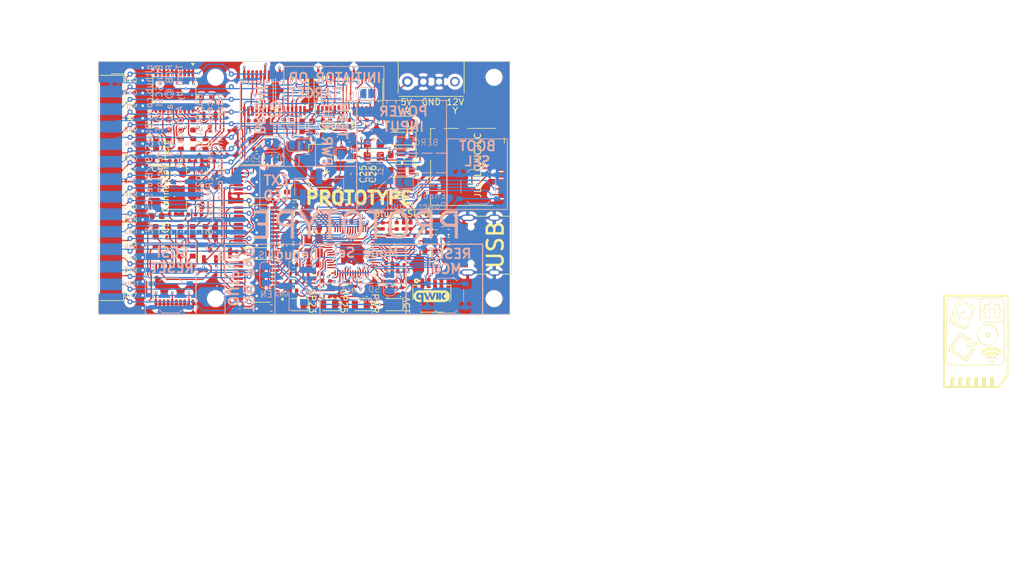
<source format=kicad_pcb>
(kicad_pcb (version 20240108) (generator "pcbnew") (generator_version "8.0")
  (layers (0 "F.Cu" signal) (1 "In1.Cu" signal) (2 "In2.Cu" signal) (31 "B.Cu" signal) (34 "B.Paste" user) (35 "F.Paste" user) (36 "B.SilkS" user "B.Silkscreen") (37 "F.SilkS" user "F.Silkscreen") (38 "B.Mask" user) (39 "F.Mask" user) (44 "Edge.Cuts" user))
  (net 0 "")
  (net 1 "GND")
  (net 2 "+2V8")
  (net 3 "+5V")
  (net 4 "iATN")
  (net 5 "oIO")
  (net 6 "oREQ")
  (net 7 "oSEL")
  (net 8 "oBSY")
  (net 9 "SD_CLK")
  (net 10 "oCD_iSEL")
  (net 11 "ATN")
  (net 12 "BSY")
  (net 13 "DBP")
  (net 14 "ACK")
  (net 15 "RST")
  (net 16 "MSG")
  (net 17 "SEL")
  (net 18 "CD")
  (net 19 "REQ")
  (net 20 "IO")
  (net 21 "DB7")
  (net 22 "DB6")
  (net 23 "DB5")
  (net 24 "DB4")
  (net 25 "DB3")
  (net 26 "DB2")
  (net 27 "DB1")
  (net 28 "DB0")
  (net 29 "+3V3")
  (net 30 "Net-(D3-A)")
  (net 31 "Net-(D4-K)")
  (net 32 "oMSG_iBSY")
  (net 33 "SD_CMD_MOSI")
  (net 34 "DB4T")
  (net 35 "DB5T")
  (net 36 "DB6T")
  (net 37 "DB7T")
  (net 38 "DBPT")
  (net 39 "DB0T")
  (net 40 "DB1T")
  (net 41 "DB3T")
  (net 42 "DB2T")
  (net 43 "SD_D0_MISO")
  (net 44 "DBPTr")
  (net 45 "Net-(D3-K)")
  (net 46 "SD_D1")
  (net 47 "SD_D2")
  (net 48 "SD_D3_CS")
  (net 49 "iRST")
  (net 50 "/Pico/ADC_AVDD")
  (net 51 "iACK")
  (net 52 "+1V1")
  (net 53 "Net-(JP7-B)")
  (net 54 "Net-(D1-A)")
  (net 55 "SCL")
  (net 56 "iSEL")
  (net 57 "TRM_ON_J")
  (net 58 "Net-(D2-A)")
  (net 59 "iBSY")
  (net 60 "iCD")
  (net 61 "iMSG")
  (net 62 "iIO")
  (net 63 "oACK")
  (net 64 "iREQ")
  (net 65 "SDA")
  (net 66 "Net-(D4-A)")
  (net 67 "VBUS")
  (net 68 "Net-(D6-A)")
  (net 69 "Net-(D7-A)")
  (net 70 "Net-(U13-USB_DP)")
  (net 71 "!oBSY")
  (net 72 "Net-(U13-USB_DM)")
  (net 73 "ACKDr")
  (net 74 "Net-(C40-Pad1)")
  (net 75 "/Pico/XIN")
  (net 76 "/Pico/USB_D-")
  (net 77 "/Pico/USB_D+")
  (net 78 "/Pico/SWDIO")
  (net 79 "/Pico/SWCLK")
  (net 80 "/Pico/GPIO29_ADC3")
  (net 81 "/Pico/RUN")
  (net 82 "/Pico/XOUT")
  (net 83 "/Pico/GPIO24")
  (net 84 "/Pico/ADC_VREF")
  (net 85 "/Pico/GPIO25")
  (net 86 "/Pico/GPIO23")
  (net 87 "/Pico/QSPI_SS")
  (net 88 "/Pico/GPIO08")
  (net 89 "Net-(JP1-A)")
  (net 90 "Net-(JP2-A)")
  (net 91 "Net-(J5-Pin_2)")
  (net 93 "/Pico/GPIO07")
  (net 94 "/Pico/GPIO06")
  (net 95 "/Pico/GPIO05")
  (net 96 "/Pico/GPIO28")
  (net 97 "/Pico/GPIO04")
  (net 98 "/Pico/GPIO03")
  (net 99 "/Pico/GPIO02")
  (net 100 "/Pico/GPIO01")
  (net 101 "/Pico/GPIO00")
  (net 103 "/Pico/QSPI_SCLK")
  (net 104 "/Pico/QSPI_SD0")
  (net 105 "/Pico/QSPI_SD1")
  (net 106 "Net-(Q1-D)")
  (net 107 "Net-(Q2-D)")
  (net 108 "Net-(R24-Pad1)")
  (net 109 "Net-(U7-B1)")
  (net 110 "Net-(U8-B1)")
  (net 111 "Net-(U7-B2)")
  (net 112 "Net-(U8-B2)")
  (net 113 "Net-(U7-B3)")
  (net 114 "Net-(U8-B3)")
  (net 115 "Net-(U7-B4)")
  (net 116 "Net-(U8-B4)")
  (net 117 "Net-(U7-B5)")
  (net 118 "Net-(U8-B5)")
  (net 119 "Net-(U7-B6)")
  (net 120 "Net-(U8-B6)")
  (net 121 "Net-(U7-B7)")
  (net 122 "Net-(U8-B7)")
  (net 123 "Net-(U7-B8)")
  (net 124 "Net-(U8-B8)")
  (net 125 "/Pico/QSPI_SD2")
  (net 127 "Net-(U5-Pad11)")
  (net 139 "Net-(R25-Pad1)")
  (net 140 "Net-(J12-CC2)")
  (net 142 "Net-(J12-CC1)")
  (net 144 "Net-(J13-Pin_1)")
  (net 145 "Net-(J13-Pin_3)")
  (net 146 "/Pico/QSPI_SD3")
  (net 153 "Net-(R58-Pad2)")
  (net 154 "Net-(D8-K)")
  (net 155 "Net-(D9-K)")
  (net 156 "EXT_TERM_PWR")
  (net 157 "Net-(D8-A)")
  (net 158 "Net-(D9-A)")
  (net 159 "Net-(J10-5V)")
  (net 160 "Net-(JP7-A)")
  (footprint "Connector_Dsub:DSUB-25_Male_EdgeMount_P2.77mm" (layer "F.Cu") (at 102 100 -90)
    (property "Reference" "J3")
    (property "Value" "SCSI Connector")
  )
  (footprint "Capacitor_SMD:C_0603_1608Metric" (layer "F.Cu") (at 127.325 110.35)
    (property "Reference" "C3")
    (property "Value" "4.7uF")
  )
  (footprint "Capacitor_SMD:C_0402_1005Metric" (layer "F.Cu") (at 116.54 113.06)
    (property "Reference" "C4")
    (property "Value" "0.1uF")
  )
  (footprint "Package_SO:TSSOP-14_4.4x5mm_P0.65mm" (layer "F.Cu") (at 136.69 84.8375 90)
    (property "Reference" "U3")
    (property "Value" "LVT125")
  )
  (footprint "Capacitor_SMD:C_0603_1608Metric" (layer "F.Cu") (at 127.325 118.975)
    (property "Reference" "C7")
    (property "Value" "4.7uF")
  )
  (footprint "Capacitor_SMD:C_0402_1005Metric" (layer "F.Cu") (at 152.78 111.68 -90)
    (property "Reference" "C1")
    (property "Value" "0.1uF")
  )
  (footprint "Capacitor_SMD:C_0402_1005Metric" (layer "F.Cu") (at 122.335 110.08 180)
    (property "Reference" "C2")
    (property "Value" "0.1uF")
  )
  (footprint "Capacitor_SMD:C_0402_1005Metric" (layer "F.Cu") (at 116.55 86.99)
    (property "Reference" "C5")
    (property "Value" "0.1uF")
  )
  (footprint "Capacitor_SMD:C_0402_1005Metric" (layer "F.Cu") (at 122.335 118.725 180)
    (property "Reference" "C6")
    (property "Value" "0.1uF")
  )
  (footprint "Capacitor_SMD:C_0402_1005Metric" (layer "F.Cu") (at 113.73 104.18 180)
    (property "Reference" "C12")
    (property "Value" "0.1uF")
  )
  (footprint "Connector_Card:microSD_HC_Molex_104031-0811" (layer "F.Cu") (at 158.3 96.66 -90)
    (property "Reference" "SD1")
    (property "Value" "Micro SD Card")
  )
  (footprint "LED_SMD:LED_0805_2012Metric" (layer "F.Cu") (at 146.43 118.45 180)
    (property "Reference" "D1")
    (property "Value" "LED")
  )
  (footprint "LED_SMD:LED_0805_2012Metric" (layer "F.Cu") (at 141.458332 118.45 180)
    (property "Reference" "D2")
    (property "Value" "LED")
  )
  (footprint "MountingHole:MountingHole_2.2mm_M2" (layer "F.Cu") (at 118.5 82.5)
    (property "Reference" "H4")
    (property "Value" "MountingHole")
  )
  (footprint "Resistor_SMD:R_0402_1005Metric" (layer "F.Cu") (at 130.815 116.22 180)
    (property "Reference" "R54")
    (property "Value" "470R")
  )
  (footprint "Resistor_SMD:R_0603_1608Metric" (layer "F.Cu") (at 117.1 85.72 180)
    (property "Reference" "R46")
    (property "Value" "4.7k")
  )
  (footprint "Resistor_SMD:R_0603_1608Metric" (layer "F.Cu") (at 109.125 93.05 -90)
    (property "Reference" "R42")
    (property "Value" "110")
  )
  (footprint "Capacitor_SMD:C_0603_1608Metric" (layer "F.Cu") (at 140.4 97.8 -90)
    (property "Reference" "C25")
    (property "Value" "25V 10uF")
  )
  (footprint "Resistor_SMD:R_0402_1005Metric" (layer "F.Cu") (at 155.34 108.175 180)
    (property "Reference" "R56")
    (property "Value" "27R")
  )
  (footprint "Resistor_SMD:R_0603_1608Metric" (layer "F.Cu") (at 114.975 93.05 -90)
    (property "Reference" "R30")
    (property "Value" "110")
  )
  (footprint "Resistor_SMD:R_0402_1005Metric" (layer "F.Cu") (at 147.81 112.2 180)
    (property "Reference" "R4")
    (property "Value" "1k")
  )
  (footprint "Package_TO_SOT_SMD:SOT-23" (layer "F.Cu") (at 117.625 110.4125 90)
    (property "Reference" "Q1")
    (property "Value" "AO3401A")
  )
  (footprint "Resistor_SMD:R_0603_1608Metric" (layer "F.Cu") (at 112.95 106.925 90)
    (property "Reference" "R39")
    (property "Value" "110")
  )
  (footprint "Resistor_SMD:R_0603_1608Metric" (layer "F.Cu") (at 109.05 106.925 90)
    (property "Reference" "R31")
    (property "Value" "110")
  )
  (footprint "Package_SO:TSSOP-14_4.4x5mm_P0.65mm" (layer "F.Cu") (at 130.6 84.91 90)
    (property "Reference" "U2")
    (property "Value" "LVT125")
  )
  (footprint "Capacitor_SMD:C_0603_1608Metric" (layer "F.Cu") (at 143.4 97.8 -90)
    (property "Reference" "C17")
    (property "Value" "4.7uF")
  )
  (footprint "Resistor_SMD:R_0402_1005Metric" (layer "F.Cu") (at 123.71 89.87 90)
    (property "Reference" "R84")
    (property "Value" "1k")
  )
  (footprint "Resistor_SMD:R_0402_1005Metric" (layer "F.Cu") (at 130.815 102.69)
    (property "Reference" "R24")
    (property "Value" "470")
  )
  (footprint "Capacitor_SMD:C_0402_1005Metric" (layer "F.Cu") (at 117.83 95.76)
    (property "Reference" "C16")
    (property "Value" "0.1uF")
  )
  (footprint "Resistor_SMD:R_0603_1608Metric" (layer "F.Cu") (at 111 109.95 90)
    (property "Reference" "R33")
    (property "Value" "110")
  )
  (footprint "Resistor_SMD:R_0402_1005Metric" (layer "F.Cu") (at 134.11 113.86 90)
    (property "Reference" "R2")
    (property "Value" "1k")
  )
  (footprint "Capacitor_SMD:C_0402_1005Metric" (layer "F.Cu") (at 145.93 111.893333)
    (property "Reference" "C29")
    (property "Value" "0.1uF")
  )
  (footprint "Capacitor_SMD:C_0402_1005Metric" (layer "F.Cu") (at 139.45 115.28 -90)
    (property "Reference" "C30")
    (property "Value" "0.1uF")
  )
  (footprint "Resistor_SMD:R_0402_1005Metric" (layer "F.Cu") (at 155.34 110.635 180)
    (property "Reference" "R48")
    (property "Value" "5.1k")
  )
  (footprint "Connector_USB:USB_C_Receptacle_G-Switch_GT-USB-7010ASV" (layer "F.Cu") (at 161.46 109.04 90)
    (property "Reference" "J12")
    (property "Value" "USB_C_Receptacle_USB2.0")
  )
  (footprint "Package_SO:TSSOP-14_4.4x5mm_P0.65mm" (layer "F.Cu") (at 125 98.925)
    (property "Reference" "U5")
    (property "Value" "74HC14")
  )
  (footprint "Resistor_SMD:R_0603_1608Metric" (layer "F.Cu") (at 111.075 90.025 -90)
    (property "Reference" "R36")
    (property "Value" "110")
  )
  (footprint "Resistor_SMD:R_0402_1005Metric" (layer "F.Cu") (at 147.8 113.2 180)
    (property "Reference" "R3")
    (property "Value" "1k")
  )
  (footprint "Resistor_SMD:R_0603_1608Metric" (layer "F.Cu") (at 132.14 90.27 -90)
    (property "Reference" "R5")
    (property "Value" "4.7k")
  )
  (footprint "Resistor_SMD:R_0603_1608Metric" (layer "F.Cu") (at 111 106.925 90)
    (property "Reference" "R35")
    (property "Value" "110")
  )
  (footprint "Capacitor_SMD:C_0402_1005Metric" (layer "F.Cu") (at 144.93 105.99 -90)
    (property "Reference" "C33")
    (property "Value" "0.1uF")
  )
  (footprint "Capacitor_SMD:C_0603_1608Metric" (layer "F.Cu") (at 109.225 104.45 180)
    (property "Reference" "C8")
    (property "Value" "4.7uF")
  )
  (footprint "Resistor_SMD:R_0603_1608Metric" (layer "F.Cu") (at 111.075 93.05 -90)
    (property "Reference" "R38")
    (property "Value" "110")
  )
  (footprint "Capacitor_SMD:C_0603_1608Metric" (layer "F.Cu") (at 117.925 99.8)
    (property "Reference" "C24" (hide yes))
    (property "Value" "25V 10uF" (hide yes))
  )
  (footprint "Capacitor_SMD:C_0603_1608Metric" (layer "F.Cu") (at 139.375 91.7)
    (property "Reference" "C19")
    (property "Value" "25V 10uF")
  )
  (footprint "Resistor_SMD:R_0402_1005Metric" (layer "F.Cu") (at 129.38 109.12 90)
    (property "Reference" "R9")
    (property "Value" "1k")
  )
  (footprint "Package_SO:TSSOP-14_4.4x5mm_P0.65mm" (layer "F.Cu") (at 125 85 90)
    (property "Reference" "U1")
    (property "Value" "LVT125")
  )
  (footprint "Resistor_SMD:R_0603_1608Metric" (layer "F.Cu") (at 109.125 90.025 -90)
    (property "Reference" "R40")
    (property "Value" "110")
  )
  (footprint "Resistor_SMD:R_0402_1005Metric" (layer "F.Cu") (at 130.815 109.476734 180)
    (property "Reference" "R85")
    (property "Value" "1k")
  )
  (footprint "Package_SO:TSSOP-14_4.4x5mm_P0.65mm" (layer "F.Cu") (at 142.32 84.9375 90)
    (property "Reference" "U4")
    (property "Value" "LVT125")
  )
  (footprint "LOGO" (layer "F.Cu") (at 238.6 124.255009)
    (property "Reference" "G***" (hide yes))
    (property "Value" "LOGO" (hide yes))
  )
  (footprint "Capacitor_SMD:C_0402_1005Metric" (layer "F.Cu") (at 144.98 115.26 -90)
    (property "Reference" "C27")
    (property "Value" "2.2u 6.3V")
  )
  (footprint "Package_SO:TSSOP-20_4.4x6.5mm_P0.65mm" (layer "F.Cu") (at 125 106.05 180)
    (property "Reference" "U6")
    (property "Value" "LVT245")
  )
  (footprint "Resistor_SMD:R_0402_1005Metric" (layer "F.Cu") (at 155.34 106.945)
    (property "Reference" "R47")
    (property "Value" "5.1k")
  )
  (footprint "Package_DFN_QFN:QFN-56-1EP_7x7mm_P0.4mm_EP3.2x3.2mm" (layer "F.Cu") (at 140 110 -90)
    (property "Reference" "U13")
    (property "Value" "RP2040")
  )
  (footprint "LED_SMD:LED_0805_2012Metric" (layer "F.Cu") (at 136.446666 118.45 180)
    (property "Reference" "D6")
    (property "Value" "Green")
  )
  (footprint "Package_SO:TSSOP-20_4.4x6.5mm_P0.65mm" (layer "F.Cu") (at 112 84.5 -90)
    (property "Reference" "U7")
    (property "Value" "LVT245")
  )
  (footprint "Capacitor_SMD:C_0402_1005Metric" (layer "F.Cu") (at 115.805 95.75 180)
    (property "Reference" "C15")
    (property "Value" "0.1uF")
  )
  (footprint "Capacitor_SMD:C_0402_1005Metric" (layer "F.Cu") (at 113.925 95.75)
    (property "Reference" "C14")
    (property "Value" "0.1uF")
  )
  (footprint "Resistor_SMD:R_0402_1005Metric" (layer "F.Cu") (at 153.4 107 180)
    (property "Reference" "R49")
    (property "Value" "5.6k")
  )
  (footprint "Resistor_SMD:R_0603_1608Metric" (layer "F.Cu") (at 116.925 93.05 -90)
    (property "Reference" "R45")
    (property "Value" "110")
  )
  (footprint "Capacitor_SMD:C_0402_1005Metric" (layer "F.Cu") (at 128.298 95.504)
    (property "Reference" "C21")
    (property "Value" "0.1uF")
  )
  (footprint "Resistor_SMD:R_0402_1005Metric" (layer "F.Cu") (at 130.815 110.8388 180)
    (property "Reference" "R87")
    (property "Value" "1k")
  )
  (footprint "Capacitor_SMD:C_0603_1608Metric" (layer "F.Cu") (at 136.2 91.7)
    (property "Reference" "C20")
    (property "Value" "25V 10uF")
  )
  (footprint "Resistor_SMD:R_0402_1005Metric" (layer "F.Cu") (at 140.47 116.1 -90)
    (property "Reference" "R53")
    (property "Value" "470R")
  )
  (footprint "Resistor_SMD:R_0402_1005Metric" (layer "F.Cu") (at 146.0275 105.99 -90)
    (property "Reference" "R55")
    (property "Value" "NO-FIT")
  )
  (footprint "MountingHole:MountingHole_2.2mm_M2" (layer "F.Cu") (at 162.5 117.5)
    (property "Reference" "H3")
    (property "Value" "MountingHole")
  )
  (footprint "Fuse:Fuse_0805_2012Metric_Pad1.15x1.40mm_HandSolder" (layer "F.Cu") (at 154.432 105.41)
    (property "Reference" "F3")
    (property "Value" "Polyfuse")
  )
  (footprint "Package_TO_SOT_SMD:SOT-23" (layer "F.Cu") (at 117.575 89.5875 -90)
    (property "Reference" "Q2")
    (property "Value" "AO3401A")
  )
  (footprint "Library:JST_SM04B-SRSS-TB(LF)(SN)" (layer "F.Cu") (at 152.68 115.06)
    (property "Reference" "J4")
    (property "Value" "SM04B-SRSS-TB(LF)(SN)")
  )
  (footprint "MountingHole:MountingHole_2.2mm_M2" (layer "F.Cu") (at 162.5 82.5)
    (property "Reference" "H1")
    (property "Value" "MountingHole")
  )
  (footprint "Capacitor_SMD:C_0402_1005Metric" (layer "F.Cu") (at 133.6 92.3)
    (property "Reference" "C23")
    (property "Value" "0.1uF")
  )
  (footprint "Resistor_SMD:R_0402_1005Metric" (layer "F.Cu") (at 142.41 89.81 90)
    (property "Reference" "R86")
    (property "Value" "1k")
  )
  (footprint "Resistor_SMD:R_0402_1005Metric" (layer "F.Cu") (at 137.97 89.81 -90)
    (property "Reference" "R83")
    (property "Value" "1k")
  )
  (footprint "Resistor_SMD:R_0402_1005Metric" (layer "F.Cu") (at 146.95 115.26 -90)
    (property "Reference" "R50")
    (property "Value" "200R")
  )
  (footprint "Resistor_SMD:R_0402_1005Metric" (layer "F.Cu") (at 124.84 89.87 -90)
    (property "Reference" "R81")
    (property "Value" "1k")
  )
  (footprint "Capacitor_SMD:C_0603_1608Metric" (layer "F.Cu") (at 140.462 94.234 90)
    (property "Reference" "C22")
    (property "Value" "4.7uF")
  )
  (footprint "Capacitor_SMD:C_0402_1005Metric" (layer "F.Cu") (at 139.49 105.29)
    (property "Reference" "C34")
    (property "Value" "0.1uF")
  )
  (footprint "Diode_SMD:D_SOD-123" (layer "F.Cu") (at 147.828 97.282 180)
    (property "Reference" "D8")
    (property "Value" "Schottky Diode")
  )
  (footprint "Resistor_SMD:R_0603_1608Metric" (layer "F.Cu") (at 152.405 109.9 180)
    (property "Reference" "R22")
    (property "Value" "4.7k")
  )
  (footprint "Resistor_SMD:R_0402_1005Metric" (layer "F.Cu") (at 130.57 89.72 -90)
    (property "Reference" "R80")
    (property "Value" "1k")
  )
  (footprint "Resistor_SMD:R_0603_1608Metric" (layer "F.Cu") (at 133.77 90.245 -90)
    (property "Reference" "R7")
    (property "Value" "4.7k")
  )
  (footprint "Capacitor_SMD:C_0402_1005Metric" (layer "F.Cu") (at 149.32 105.99 90)
    (property "Reference" "C38")
    (property "Value" "2.2u 6.3V")
  )
  (footprint "Resistor_SMD:R_0402_1005Metric" (layer "F.Cu") (at 130.815 112.200866 180)
    (property "Reference" "R88")
    (property "Value" "1k")
  )
  (footprint "Resistor_SMD:R_0402_1005Metric" (layer "F.Cu") (at 129.36 89.72 -90)
    (property "Reference" "R79")
    (property "Value" "1k")
  )
  (footprint "Capacitor_SMD:C_0402_1005Metric" (layer "F.Cu") (at 136.58 115.2 -90)
    (property "Reference" "C36")
    (property "Value" "0.1uF")
  )
  (footprint "Resistor_SMD:R_0402_1005Metric" (layer "F.Cu") (at 130.815 113.562932 180)
    (property "Reference" "R89")
    (property "Value" "1k")
  )
  (footprint "Resistor_SMD:R_0402_1005Metric" (layer "F.Cu") (at 130.815 114.925 180)
    (property "Reference" "R91")
    (property "Value" "1k")
  )
  (footprint "Capacitor_SMD:C_0402_1005Metric" (layer "F.Cu") (at 139.7 103.6 90)
    (property "Reference" "C18")
    (property "Value" "0.1uF")
  )
  (footprint "Capacitor_SMD:C_0402_1005Metric" (layer "F.Cu") (at 144.6 97.22 -90)
    (property "Reference" "C43")
    (property "Value" "0.1uF")
  )
  (footprint "Resistor_SMD:R_0603_1608Metric" (layer "F.Cu") (at 113.025 90.025 -90)
    (property "Reference" "R32")
    (property "Value" "110")
  )
  (footprint "Resistor_SMD:R_0603_1608Metric" (layer "F.Cu") (at 114.9 106.925 90)
    (property "Reference" "R43")
    (property "Value" "110")
  )
  (footprint "Resistor_SMD:R_0402_1005Metric" (layer "F.Cu") (at 147.94 115.26 -90)
    (property "Reference" "R1")
    (property "Value" "1k")
  )
  (footprint "Resistor_SMD:R_0603_1608Metric" (layer "F.Cu") (at 129.794 99.822 -90)
    (property "Reference" "R25")
    (property "Value" "4.7k")
  )
  (footprint "Capacitor_SMD:C_0402_1005Metric" (layer "F.Cu") (at 111.75 95.75)
    (property "Reference" "C10")
    (property "Value" "0.1uF")
  )
  (footprint "Resistor_SMD:R_0402_1005Metric" (layer "F.Cu") (at 139.6 89.81 90)
    (property "Reference" "R90")
    (property "Value" "1k")
  )
  (footprint "Capacitor_SMD:C_0402_1005Metric" (layer "F.Cu") (at 145.93 112.866666)
    (property "Reference" "C32")
    (property "Value" "2.2u 6.3V")
  )
  (footprint "Package_TO_SOT_SMD:SOT-223-3_TabPin2" (layer "F.Cu") (at 112 100)
    (property "Reference" "U10")
    (property "Value" "AMS1117-2.85")
  )
  (footprint "Diode_SMD:D_SOD-123" (layer "F.Cu") (at 147.828 89.662 180)
    (property "Reference" "D4")
    (property "Value" "Schottky")
  )
  (footprint "Fuse:Fuse_0805_2012Metric_Pad1.15x1.40mm_HandSolder" (layer "F.Cu") (at 143.51 94.996)
    (property "Reference" "F1")
    (property "Value" "Polyfuse")
  )
  (footprint "Capacitor_SMD:C_0603_1608Metric" (layer "F.Cu") (at 109.3 95.48 180)
    (property "Reference" "C9")
    (property "Value" "25V 10uF")
  )
  (footprint "Package_SON:Winbond_USON-8-1EP_3x2mm_P0.5mm_EP0.2x1.6mm" (layer "F.Cu") (at 147.32 108.31)
    (property "Reference" "U12")
    (property "Value" "W25Q16JVUXIQ")
  )
  (footprint "Capacitor_SMD:C_0402_1005Metric" (layer "F.Cu") (at 148.2325 105.99 90)
    (property "Reference" "C39")
    (property "Value" "0.1uF")
  )
  (footprint "Resistor_SMD:R_0603_1608Metric" (layer "F.Cu") (at 113.025 93.05 -90)
    (property "Reference" "R34")
    (property "Value" "110")
  )
  (footprint "Resistor_SMD:R_0402_1005Metric" (layer "F.Cu") (at 136.59 89.81 90)
    (property "Reference" "R94")
    (property "Value" "1k")
  )
  (footprint "Diode_SMD:D_SOD-123" (layer "F.Cu") (at 147.828 94.742 180)
    (property "Reference" "D3")
    (property "Value" "Schottky Diode")
  )
  (footprint "Resistor_SMD:R_0402_1005Metric" (layer "F.Cu") (at 130.815 105.390536 180)
    (property "Reference" "R93")
    (property "Value" "1k")
  )
  (footprint "Resistor_SMD:R_0603_1608Metric" (layer "F.Cu") (at 112.95 109.95 90)
    (property "Reference" "R37")
    (property "Value" "110")
  )
  (footprint "Library:BergFloppy_RightAngle" (layer "F.Cu") (at 152.57 88.3235 180)
    (property "Reference" "J10" (hide yes))
    (property "Value" "BergFloppy")
  )
  (footprint "Resistor_SMD:R_0603_1608Metric" (layer "F.Cu") (at 114.9 109.95 90)
    (property "Reference" "R41")
    (property "Value" "110")
  )
  (footprint "Package_SO:TSSOP-20_4.4x6.5mm_P0.65mm" (layer "F.Cu") (at 112 115.5 90)
    (property "Reference" "U8")
    (property "Value" "LVT245")
  )
  (footprint "LED_SMD:LED_0805_2012Metric" (layer "F.Cu") (at 131.475 118.45 180)
    (property "Reference" "D7")
    (property "Value" "Red")
  )
  (footprint "Resistor_SMD:R_0603_1608Metric" (layer "F.Cu") (at 152.39 108.37)
    (property "Reference" "R23")
    (property "Value" "4.7k")
  )
  (footprint "Resistor_SMD:R_0402_1005Metric" (layer "F.Cu") (at 145.96 115.26 90)
    (property "Reference" "R52")
    (property "Value" "1R")
  )
  (footprint "Resistor_SMD:R_0402_1005Metric" (layer "F.Cu") (at 125 95.01)
    (property "Reference" "R26")
    (property "Value" "150")
  )
  (footprint "Resistor_SMD:R_0603_1608Metric" (layer "F.Cu") (at 109.05 109.95 90)
    (property "Reference" "R29")
    (property "Value" "110")
  )
  (footprint "Capacitor_SMD:C_0603_1608Metric" (layer "F.Cu") (at 134.01 112.1 180)
    (property "Reference" "C40")
    (property "Value" "15p")
  )
  (footprint "Fuse:Fuse_0805_2012Metric_Pad1.15x1.40mm_HandSolder" (layer "F.Cu") (at 143.51 92.964 180)
    (property "Reference" "F5")
    (property "Value" "Polyfuse")
  )
  (footprint "Package_SO:TSSOP-20_4.4x6.5mm_P0.65mm" (layer "F.Cu") (at 125 114.675 180)
    (property "Reference" "U9")
    (property "Value" "LVT245")
  )
  (footprint "Capacitor_SMD:C_0402_1005Metric" (layer "F.Cu") (at 138.73 103.6 90)
    (property "Reference" "C35")
    (property "Value" "0.1uF")
  )
  (footprint "Capacitor_SMD:C_0402_1005Metric" (layer "F.Cu") (at 148.57 111.05 180)
    (property "Reference" "C37")
    (property "Value" "0.1uF")
  )
  (footprint "Resistor_SMD:R_0603_1608Metric" (layer "F.Cu") (at 116.925 106.925 90)
    (property "Reference" "R44")
    (property "Value" "110")
  )
  (footprint "Capacitor_SMD:C_0402_1005Metric" (layer "F.Cu") (at 135.31 114.11 -90)
    (property "Reference" "C28")
    (property "Value" "0.1uF")
  )
  (footprint "LOGO" (layer "F.Cu") (at 152.68 117.06)
    (property "Reference" "G***" (hide yes))
    (property "Value" "LOGO" (hide yes))
  )
  (footprint "Resistor_SMD:R_0402_1005Metric" (layer "F.Cu") (at 147.135 105.99 90)
    (property "Reference" "R58")
    (property "Value" "1k")
  )
  (footprint "Resistor_SMD:R_0402_1005Metric" (layer "F.Cu") (at 130.815 108.114668 180)
    (property "Reference" "R96")
    (property "Value" "1k")
  )
  (footprint "Resistor_SMD:R_0603_1608Metric" (layer "F.Cu") (at 114.975 90.025 -90)
    (property "Reference" "R28")
    (property "Value" "110")
  )
  (footprint "Resistor_SMD:R_0402_1005Metric" (layer "F.Cu") (at 135.46 89.78 90)
    (property "Reference" "R82")
    (property "Value" "1k")
  )
  (footprint "Capacitor_SMD:C_0402_1005Metric" (layer "F.Cu") (at 111.73 104.18)
    (property "Reference" "C11")
    (property "Value" "0.1uF")
  )
  (footprint "Capacitor_SMD:C_0603_1608Metric" (layer "F.Cu") (at 141.9 97.8 -90)
    (property "Reference" "C26")
    (property "Value" "25V 10uF")
  )
  (footprint "Resistor_SMD:R_0402_1005Metric" (layer "F.Cu") (at 130.815 106.752602 180)
    (property "Reference" "R95")
    (property "Value" "1k")
  )
  (footprint "Capacitor_SMD:C_0402_1005Metric" (layer "F.Cu") (at 115.825 104.18 180)
    (property "Reference" "C13")
    (property "Value" "0.1uF")
  )
  (footprint "Package_TO_SOT_SMD:SOT-223-3_TabPin2" (layer "F.Cu") (at 135.128 96.52 180)
    (property "Reference" "U11")
    (property "Value" "AMS1117-3.3")
  )
  (footprint "Diode_SMD:D_SOD-123" (layer "F.Cu") (at 147.828 92.202 180)
    (property "Reference" "D9")
    (property "Value" "Schottky Diode")
  )
  (footprint "Crystal:Crystal_SMD_3225-4Pin_3.2x2.5mm" (layer "F.Cu") (at 134 109.17 -90)
    (property "Reference" "Y1")
    (property "Value" "12MHz")
  )
  (footprint "Resistor_SMD:R_0402_1005Metric" (layer "F.Cu") (at 130.815 104.02847 180)
    (property "Reference" "R92")
    (property "Value" "1k")
  )
  (footprint "Resistor_SMD:R_0402_1005Metric" (layer "F.Cu") (at 125 93.84 180)
    (property "Reference" "R27")
    (property "Value" "330")
  )
  (footprint "MountingHole:MountingHole_2.2mm_M2" (layer "F.Cu") (at 118.5 117.5)
    (property "Reference" "H2")
    (property "Value" "MountingHole")
  )
  (footprint "Capacitor_SMD:C_0402_1005Metric" (layer "F.Cu") (at 145.93 113.84)
    (property "Reference" "C31")
    (property "Value" "2.2u 6.3V")
  )
  (footprint "Resistor_SMD:R_0402_1005Metric" (layer "F.Cu") (at 151.4 107 180)
    (property "Reference" "R51")
    (property "Value" "10k")
  )
  (footprint "Fuse:Fuse_0805_2012Metric_Pad1.15x1.40mm_HandSolder" (layer "F.Cu") (at 146.304 86.36 90)
    (property "Reference" "F4")
    (property "Value" "Polyfuse")
  )
  (footprint "Capacitor_SMD:C_0603_1608Metric" (layer "F.Cu") (at 134.11 106.29)
    (property "Reference" "C42")
    (property "Value" "15p")
  )
  (footprint "Resistor_SMD:R_0402_1005Metric" (layer "F.Cu") (at 155.34 109.405 180)
    (property "Reference" "R57")
    (property "Value" "27R")
  )
  (footprint "Jumper:SolderJumper-2_P1.3mm_Open_RoundedPad1.0x1.5mm" (layer "B.Cu") (at 142.494 85.09)
    (property "Reference" "J1")
    (property "Value" "ACK_En")
  )
  (footprint "Jumper:SolderJumper-2_P1.3mm_Open_RoundedPad1.0x1.5mm" (layer "B.Cu") (at 127.42 95.4)
    (property "Reference" "JP2")
    (property "Value" "SolderJumper_2_Open")
  )
  (footprint "Jumper:SolderJumper-2_P1.3mm_Open_TrianglePad1.0x1.5mm" (layer "B.Cu") (at 138.938 94.742)
    (property "Reference" "JP6")
    (property "Value" "Term Output En")
  )
  (footprint "Connector_PinHeader_2.54mm:PinHeader_1x03_P2.54mm_Vertical_SMD_Pin1Left" (layer "B.Cu") (at 134.874 99.822 90)
    (property "Reference" "J5")
    (property "Value" "Conn_01x03_Male")
  )
  (footprint "Connector_PinHeader_2.54mm:PinHeader_1x03_P2.54mm_Vertical_SMD_Pin1Left" (layer "B.Cu") (at 131.45 115.5 180)
    (property "Reference" "J14")
    (property "Value" "Debug")
  )
  (footprint "Button_Switch_SMD:SW_Push_1P1T_XKB_TS-1187A" (layer "B.Cu") (at 160.01 99.83 180)
    (property "Reference" "SW2")
    (property "Value" "USB Boot")
  )
  (footprint "Jumper:SolderJumper-2_P1.3mm_Open_TrianglePad1.0x1.5mm" (layer "B.Cu") (at 148.336 92.964 180)
    (property "Reference" "JP4")
    (property "Value" "Berg Pwr En")
  )
  (footprint "Jumper:SolderJumper-2_P1.3mm_Open_RoundedPad1.0x1.5mm" (layer "B.Cu") (at 127.42 92.87)
    (property "Reference" "JP1")
    (property "Value" "SolderJumper_2_Open")
  )
  (footprint "Button_Switch_SMD:SW_Push_1P1T_XKB_TS-1187A" (layer "B.Cu") (at 154.95 117.015)
    (property "Reference" "SW3")
    (property "Value" "RP2040 Reset")
  )
  (footprint "Jumper:SolderJumper-3_P1.3mm_Open_RoundedPad1.0x1.5mm" (layer "B.Cu") (at 131.826 93.218 180)
    (property "Reference" "J13")
    (property "Value" "Conn_01x03_Male")
  )
  (footprint "Jumper:SolderJumper-2_P1.3mm_Open_TrianglePad1.0x1.5mm" (layer "B.Cu") (at 148.336 99.06 180)
    (property "Reference" "JP3")
    (property "Value" "USB Pwr En")
  )
  (footprint "Button_Switch_SMD:SW_Push_1P1T_XKB_TS-1187A" (layer "B.Cu") (at 111.42 117.015)
    (property "Reference" "SW1")
    (property "Value" "SCSI Reset")
  )
  (footprint "Jumper:SolderJumper-3_P1.3mm_Open_RoundedPad1.0x1.5mm" (layer "B.Cu") (at 146 115 -90)
    (property "Reference" "JP7")
    (property "Value" "USB Bridge En")
  )
  (footprint "Jumper:SolderJumper-3_P1.3mm_Open_RoundedPad1.0x1.5mm" (layer "B.Cu") (at 126.5 113.76 90)
    (property "Reference" "J6")
    (property "Value" "Conn_01x03_Male")
  )
  (footprint "Jumper:SolderJumper-2_P1.3mm_Open_TrianglePad1.0x1.5mm" (layer "B.Cu") (at 148.336 96.012 180)
    (property "Reference" "JP5")
    (property "Value" "Term Input Pwr En")
  )
  (gr_rect (start 140.816 86.172) (end 155 103.4) (stroke (width 0.15)) (fill none) (layer "B.SilkS"))
  (gr_rect (start 135 108.9) (end 148.6 120) (stroke (width 0.2)) (fill none) (layer "B.SilkS"))
  (gr_line (start 155 94.5) (end 146.3 94.5) (stroke (width 0.15) (type dash)) (layer "B.SilkS"))
  (gr_line (start 145.1 80.8) (end 129.3 80.8) (stroke (width 0.15)) (layer "B.SilkS"))
  (gr_line (start 135.1 115.1) (end 148.6 115.1) (stroke (width 0.2) (type dash)) (layer "B.SilkS"))
  (gr_line (start 140.816 103.1) (end 146.758 97.662) (stroke (width 0.15) (type dash)) (layer "B.SilkS"))
  (gr_rect (start 134.3 86.172) (end 140.8 96.572) (stroke (width 0.15)) (fill none) (layer "B.SilkS"))
  (gr_line (start 146.3 94.4) (end 140.862 88.458) (stroke (width 0.15) (type dash)) (layer "B.SilkS"))
  (gr_line (start 131.7 96.6) (end 131.7 87.5) (stroke (width 0.15) (type dash)) (layer "B.SilkS"))
  (gr_rect (start 127.9 108.9) (end 135 120) (stroke (width 0.15)) (fill none) (layer "B.SilkS"))
  (gr_line (start 131.7 87.5) (end 131.7 87.5) (stroke (width 0.15) (type dash)) (layer "B.SilkS"))
  (gr_line (start 155 97.6) (end 146.3 97.6) (stroke (width 0.15) (type dash)) (layer "B.SilkS"))
  (gr_line (start 145.1 86.2) (end 145.1 80.8) (stroke (width 0.15)) (layer "B.SilkS"))
  (gr_rect (start 148.6 108.9) (end 160.7 120) (stroke (width 0.2)) (fill none) (layer "B.SilkS"))
  (gr_rect (start 120 108.9) (end 127.9 120) (stroke (width 0.15)) (fill none) (layer "B.SilkS"))
  (gr_line (start 129.3 80.8) (end 129.3 83.2) (stroke (width 0.15)) (layer "B.SilkS"))
  (gr_rect (start 125.5 96.6) (end 140.8 103.4) (stroke (width 0.15)) (fill none) (layer "B.SilkS"))
  (gr_rect (start 155.1 92.25) (end 164.6 103.4) (stroke (width 0.15)) (fill none) (layer "B.SilkS"))
  (gr_rect (start 145.7 100.4) (end 155.1 103.4) (stroke (width 0.15)) (fill none) (layer "B.SilkS"))
  (gr_rect (start 107.436693 108.85) (end 115.432337 120) (stroke (width 0.15)) (fill none) (layer "B.SilkS"))
  (gr_rect (start 122.4 83.2) (end 129.3 96.5) (stroke (width 0.15)) (fill none) (layer "B.SilkS"))
  (gr_line (start 100 80) (end 165 80) (stroke (width 0.1)) (layer "Edge.Cuts"))
  (gr_line (start 165 120) (end 100 120) (stroke (width 0.1)) (layer "Edge.Cuts"))
  (gr_line (start 100 80) (end 100 120) (stroke (width 0.1)) (layer "Edge.Cuts"))
  (gr_line (start 165 80) (end 165 120) (stroke (width 0.1)) (layer "Edge.Cuts"))
  (gr_text "BAD\nWOLF" (at 164.718643 89.951646 90) (layer "F.Cu") (effects (font (size 1.5 1.5) (thickness 0.3) (bold yes)) (justify left bottom)))
  (gr_text "DB2" (at 106.205394 107.297675 0) (layer "B.SilkS") (effects (font (size 0.7 0.7) (thickness 0.1)) (justify left bottom mirror)))
  (gr_text "SD Card \nMode" (at 144.6 118.2 0) (layer "B.SilkS") (effects (font (size 1 1) (thickness 0.1)) (justify left bottom mirror)))
  (gr_text "BOOT\nSEL" (at 159.8875 96.66 0) (layer "B.SilkS") (effects (font (size 1.5 1.5) (thickness 0.3) (bold yes)) (justify bottom mirror)))
  (gr_text "GND" (at 106.238727 85.348204 0) (layer "B.SilkS") (effects (font (size 0.7 0.7) (thickness 0.1)) (justify left bottom mirror)))
  (gr_text "USB \nBridge\n" (at 144.6 114.6 0) (layer "B.SilkS") (effects (font (size 1 1) (thickness 0.1)) (justify left bottom mirror)))
  (gr_text "PROTOTYPE" (at 157.824472 108.31 0) (layer "B.SilkS") (effects (font (size 4 4) (thickness 0.5)) (justify left bottom mirror)))
  (gr_text "BERG" (at 151.8 93.4 0) (layer "B.SilkS") (effects (font (size 1 1) (thickness 0.1)) (justify bottom mirror)))
  (gr_text "150" (at 124.4 96 0) (layer "B.SilkS") (effects (font (size 1 1) (thickness 0.1)) (justify bottom mirror)))
  (gr_text "INITIATOR OR\nTARGET" (at 129.9 85.9 0) (layer "B.SilkS") (effects (font (size 1.5 1.5) (thickness 0.3) (bold yes)) (justify right bottom mirror)))
  (gr_text "DB1" (at 106.205394 104.931912 0) (layer "B.SilkS") (effects (font (size 0.7 0.7) (thickness 0.1)) (justify left bottom mirror)))
  (gr_text "GND" (at 130.1 117.2 0) (layer "B.SilkS") (effects (font (size 0.7 0.7) (thickness 0.1)) (justify left bottom mirror)))
  (gr_text "github.com/BlueSCSI/BlueSCSI-v2\nBlueSCSI © Eric Helgeson\nPCB © akuker and\nTech by Androda, LLC" (at 110.418893 80.391622 90) (layer "B.SilkS") (effects (font (size 1 1)) (justify left mirror)))
  (gr_text "EXT\nLED" (at 128.1 102.1 0) (layer "B.SilkS") (effects (font (size 1.5 1.5) (thickness 0.3) (bold yes)) (justify bottom mirror)))
  (gr_text "TERM\nPWR OUT" (at 135.2 86.2 270) (layer "B.SilkS") (effects (font (size 1.5 1.5) (thickness 0.3) (bold yes)) (justify right bottom mirror)))
  (gr_text "GND" (at 106.238727 91.124902 0) (layer "B.SilkS") (effects (font (size 0.7 0.7) (thickness 0.1)) (justify left bottom mirror)))
  (gr_text "TARGET" (at 129.8 89.4 270) (layer "B.SilkS") (effects (font (size 1 1) (thickness 0.1)) (justify bottom mirror)))
  (gr_text "TERM \nBackfeed" (at 142.2 95.8 270) (layer "B.SilkS") (effects (font (size 1 1) (thickness 0.1)) (justify bottom mirror)))
  (gr_text "INIT" (at 132.7 90.6 270) (layer "B.SilkS") (effects (font (size 1 1) (thickness 0.1)) (justify bottom mirror)))
  (gr_text "DIS" (at 127.8 111.2 0) (layer "B.SilkS") (effects (font (size 1 1)) (justify left bottom mirror)))
  (gr_text "330" (at 124.4 93.6 0) (layer "B.SilkS") (effects (font (size 1 1) (thickness 0.1)) (justify bottom mirror)))
  (gr_text "DB4" (at 106.205394 109.756257 0) (layer "B.SilkS") (effects (font (size 0.7 0.7) (thickness 0.1)) (justify left bottom mirror)))
  (gr_text "EN" (at 127.6 117.4 0) (layer "B.SilkS") (effects (font (size 1 1)) (justify left bottom mirror)))
  (gr_text "SEL" (at 106.105394 99.224434 0) (layer "B.SilkS") (effects (font (size 0.7 0.7) (thickness 0.1)) (justify left bottom mirror)))
  (gr_text "GND" (at 106.238727 95.819208 0) (layer "B.SilkS") (effects (font (size 0.7 0.7) (thickness 0.1)) (justify left bottom mirror)))
  (gr_text "DBP" (at 106.22206 101.587403 0) (layer "B.SilkS") (effects (font (size 0.7 0.7) (thickness 0.1)) (justify left bottom mirror)))
  (gr_text "INIT" (at 139.6 85.9 0) (layer "B.SilkS") (effects (font (size 1 1) (thickness 0.1)) (justify bottom mirror)))
  (gr_text "CD" (at 105.87206 87.567978 0) (layer "B.SilkS") (effects (font (size 0.7 0.7) (thickness 0.1)) (justify left bottom mirror)))
  (gr_text "SCSI\nRESET" (at 111.7 113.5 0) (layer "B.SilkS") (effects (font (size 1.5 1.5) (thickness 0.3) (bold yes)) (justify bottom mirror)))
  (gr_text "GND" (at 106.238727 113.212322 0) (layer "B.SilkS") (effects (font (size 0.7 0.7) (thickness 0.1)) (justify left bottom mirror)))
  (gr_text "LED \nBRIGHT" (at 124.6 87.6 270) (layer "B.SilkS") (effects (font (size 1.5 1.5) (thickness 0.3) (bold yes)) (justify bottom mirror)))
  (gr_text "POWER\nINPUT" (at 148.183 91.202 0) (layer "B.SilkS") (effects (font (size 1.5 1.5) (thickness 0.3) (bold yes)) (justify bottom mirror)))
  (gr_text "Mode Sel" (at 147.6 111.1 0) (layer "B.SilkS") (effects (font (size 1.5 1.5) (thickness 0.3) (bold yes)) (justify left bottom mirror)))
  (gr_text "BlueSCSI V2 - 2023.10a\nLicensed under CERN-OHL-S v2\nhttps://ohwr.org/cern_ohl_s_v2.txt" (at 119.752817 84.917442 90) (layer "B.SilkS") (effects (font (size 1 1)) (justify left bottom mirror)))
  (gr_text "TRM PWR\nOUTPUT" (at 120.4 114.45 270) (layer "B.SilkS") (effects (font (size 1.5 1.5) (thickness 0.3) (bold yes)) (justify bottom mirror)))
  (gr_text "DIO" (at 134.7 117.2 0) (layer "B.SilkS") (effects (font (size 0.7 0.7) (thickness 0.1)) (justify left bottom mirror)))
  (gr_text "TERM" (at 106.505393 115.610112 0) (layer "B.SilkS") (effects (font (size 0.7 0.7) (thickness 0.1)) (justify left bottom mirror)))
  (gr_text "ATN" (at 106.105393 93.507772 0) (layer "B.SilkS") (effects (font (size 0.7 0.7) (thickness 0.1)) (justify left bottom mirror)))
  (gr_text "USB" (at 153.3 99.8 0) (layer "B.SilkS") (effects (font (size 1 1) (thickness 0.1)) (justify left bottom mirror)))
  (gr_text "Debug" (at 135 111.4 0) (layer "B.SilkS") (effects (font (size 1.5 1.5) (thickness 0.3) (bold yes)) (justify left bottom mirror)))
  (gr_text "RESET \nMCU" (at 154.95 113.7 0) (layer "B.SilkS") (effects (font (size 1.5 1.5) (thickness 0.3) (bold yes)) (justify bottom mirror)))
  (gr_text "Enable ONE\nPower Input" (at 150.508 103.4 0) (layer "B.SilkS") (effects (font (size 1 1) (thickness 0.1)) (justify bottom mirror)))
  (gr_text "PWR" (at 143.716369 118.253022 -90) (layer "F.SilkS") (effects (font (size 1 1))))
  (gr_text "BlueSCSI v2" (at 143.428986 104.668355 0) (layer "F.SilkS") (effects (font (size 1 1)) (justify left bottom)))
  (gr_text "+" (at 136.2 97.4 -90) (layer "F.SilkS") (effects (font (size 1 1))))
  (gr_text "DB7" (at 103.978727 117.349943 0) (layer "F.SilkS") (effects (font (size 0.7 0.7) (thickness 0.1)) (justify left bottom)))
  (gr_text "GP25" (at 138.768615 117.87207 -90) (layer "F.SilkS") (effects (font (size 1 1))))
  (gr_text "ACT" (at 148.697474 118.514927 270) (layer "F.SilkS") (effects (font (size 0.85 1))))
  (gr_text "JLCJLCJLCJLC" (at 159.924458 96.424315 90) (layer "F.SilkS") (effects (font (size 1 1))))
  (gr_text "-" (at 138.9 101.8 0) (layer "F.SilkS") (effects (font (size 1 1))))
  (gr_text "BSY" (at 104.028727 97.528579 0) (layer "F.SilkS") (effects (font (size 0.7 0.7) (thickness 0.1)) (justify left bottom)))
  (gr_text "GP23" (at 133.800072 117.87207 -90) (layer "F.SilkS") (effects (font (size 1 1))))
  (gr_text "DB3" (at 103.978727 109.238664 0) (layer "F.SilkS") (effects (font (size 0.7 0.7) (thickness 0.1)) (justify left bottom)))
  (gr_text "DB6" (at 103.978727 113.564375 0) (layer "F.SilkS") (effects (font (size 0.7 0.7) (thickness 0.1)) (justify left bottom)))
  (gr_text "PROTOTYPE" (at 132.44754 102.755301 0) (layer "F.SilkS") (effects (font (size 2 2) (thickness 0.5) (bold yes)) (justify left bottom)))
  (gr_text "DB0" (at 103.978727 103.415571 0) (layer "F.SilkS") (effects (font (size 0.7 0.7) (thickness 0.1)) (justify left bottom)))
  (gr_text "DB5" (at 103.978727 111.575996 0) (layer "F.SilkS") (effects (font (size 0.7 0.7) (thickness 0.1)) (justify left bottom)))
  (gr_text "GND" (at 103.945394 105.726212 0) (layer "F.SilkS") (effects (font (size 0.7 0.7) (thickness 0.1)) (justify left bottom)))
  (gr_text "-" (at 131.1 101.8 0) (layer "F.SilkS") (effects (font (size 1 1))))
  (gr_text "ACK" (at 104.01206 95.216428 0) (layer "F.SilkS") (effects (font (size 0.7 0.7) (thickness 0.1)) (justify left bottom)))
  (gr_text "SCSI Connector Here" (at 110.6 100.225 90) (layer "F.SilkS") (effects (font (size 1 1))))
  (gr_text "IO" (at 104.478727 89.393014 0) (layer "F.SilkS") (effects (font (size 0.7 0.7) (thickness 0.1)) (justify left bottom)))
  (gr_text "GND" (at 103.945394 101.227486 0) (layer "F.SilkS") (effects (font (size 0.7 0.7) (thickness 0.1)) (justify left bottom)))
  (gr_text "RST" (at 104.06206 91.647977 0) (layer "F.SilkS") (effects (font (size 0.7 0.7) (thickness 0.1)) (justify left bottom)))
  (gr_text "USB" (at 164.171089 113.029947 90) (layer "F.SilkS") (effects (font (size 2.5 2.5) (thickness 0.4)) (justify left bottom)))
  (gr_text "MSG" (at 103.928727 87.196621 0) (layer "F.SilkS") (effects (font (size 0.7 0.7) (thickness 0.1)) (justify left bottom)))
  (gr_text "REQ" (at 103.978727 83.360255 0) (layer "F.SilkS") (effects (font (size 0.7 0.7) (thickness 0.1)) (justify left bottom)))
  (segment (start 102.19 105.35) (end 106.65 105.35) (width 0.2) (layer "F.Cu") (net 1))
  (segment (start 120.69 109.46) (end 120.65 109.5) (width 0.2) (layer "F.Cu") (net 1))
  (segment (start 140.73 102.12) (end 140.73 102.43) (width 0.2) (layer "F.Cu") (net 1))
  (segment (start 127.8625 102.4525) (end 127.56 102.15) (width 0.2) (layer "F.Cu") (net 1))
  (segment (start 127.8625 111.21) (end 127.8625 110.5875) (width 0.2) (layer "F.Cu") (net 1))
  (segment (start 126.95 86.168) (end 126.93 86.148) (width 0.2) (layer "F.Cu") (net 1))
  (segment (start 140.9 102.6) (end 140.9 102.942182) (width 0.2) (layer "F.Cu") (net 1))
  (segment (start 123.205761 108.325) (end 123.955761 109.075) (width 0.2) (layer "F.Cu") (net 1))
  (segment (start 146.71 109.06) (end 146.8 108.97) (width 0.2) (layer "F.Cu") (net 1))
  (segment (start 151.28 113.24) (end 150.03 114.49) (width 0.2) (layer "F.Cu") (net 1))
  (segment (start 128.1 110.35) (end 128.79 110.35) (width 0.2) (layer "F.Cu") (net 1))
  (segment (start 130.6 87.7725) (end 130.6 86.3) (width 0.2) (layer "F.Cu") (net 1))
  (segment (start 133.235 114.507431) (end 132.967383 114.775048) (width 0.2) (layer "F.Cu") (net 1))
  (segment (start 146.730099 110.92) (end 147.17 111.359901) (width 0.2) (layer "F.Cu") (net 1))
  (segment (start 127.8625 103.125) (end 127.8625 102.4525) (width 0.2) (layer "F.Cu") (net 1))
  (segment (start 140 111.57) (end 139.96 111.61) (width 0.2) (layer "F.Cu") (net 1))
  (segment (start 133.15 110.27) (end 133.15 112.015) (width 0.2) (layer "F.Cu") (net 1))
  (segment (start 145.895 109.06) (end 146.71 109.06) (width 0.2) (layer "F.Cu") (net 1))
  (segment (start 138.674166 117.16) (end 137.384166 118.45) (width 0.2) (layer "F.Cu") (net 1))
  (segment (start 127.15 95.306576) (end 127.15 96.206393) (width 0.2) (layer "F.Cu") (net 1))
  (segment (start 150.89 107.21) (end 150 108.1) (width 0.2) (layer "F.Cu") (net 1))
  (segment (start 121.511397 116.95) (end 120.081397 115.52) (width 0.2) (layer "F.Cu") (net 1))
  (segment (start 118.4 107) (end 118.8 106.6) (width 0.2) (layer "F.Cu") (net 1))
  (segment (start 140.359 93.459) (end 139.65 92.75) (width 0.2) (layer "F.Cu") (net 1))
  (segment (start 156.1 113.5) (end 156.1 114.2) (width 0.2) (layer "F.Cu") (net 1))
  (segment (start 133.235 112.1) (end 133.235 114.507431) (width 0.2) (layer "F.Cu") (net 1))
  (segment (start 112.23 96.481337) (end 112.564 96.815337) (width 0.2) (layer "F.Cu") (net 1))
  (segment (start 144.27 87.8) (end 144.27 89.406) (width 0.2) (layer "F.Cu") (net 1))
  (segment (start 134.885 105.885) (end 132.8 103.8) (width 0.2) (layer "F.Cu") (net 1))
  (segment (start 153.01677 111.2) (end 152.78 111.2) (width 0.2) (layer "F.Cu") (net 1))
  (segment (start 150.82 110.66) (end 150.82 109.74) (width 0.2) (layer "F.Cu") (net 1))
  (segment (start 129.38 108.61) (end 129.57 108.8) (width 0.2) (layer "F.Cu") (net 1))
  (segment (start 140.9 102.942182) (end 141.436397 103.478579) (width 0.2) (layer "F.Cu") (net 1))
  (segment (start 116.305 104.395) (end 115.6 105.1) (width 0.2) (layer "F.Cu") (net 1))
  (segment (start 120.895 99.575) (end 120.76 99.71) (width 0.2) (layer "F.Cu") (net 1))
  (segment (start 156.2 113.4) (end 156.1 113.5) (width 0.2) (layer "F.Cu") (net 1))
  (segment (start 146.41 110.92) (end 146.730099 110.92) (width 0.2) (layer "F.Cu") (net 1))
  (segment (start 139.65 92.2) (end 140.15 91.7) (width 0.2) (layer "F.Cu") (net 1))
  (segment (start 116.285 95.985) (end 117.25 96.95) (width 0.2) (layer "F.Cu") (net 1))
  (segment (start 117.35 95.76) (end 117.95 95.16) (width 0.2) (layer "F.Cu") (net 1))
  (segment (start 138.65 83.572182) (end 139.3 82.922182) (width 0.2) (layer "F.Cu") (net 1))
  (segment (start 127.8625 111.21) (end 128.32 111.21) (width 0.2) (layer "F.Cu") (net 1))
  (segment (start 126.5 96.856393) (end 126.5 97.575) (width 0.2) (layer "F.Cu") (net 1))
  (segment (start 126.95 87.8625) (end 126.95 86.168) (width 0.2) (layer "F.Cu") (net 1))
  (segment (start 150.29 111.19) (end 150.010001 111.19) (width 0.2) (layer "F.Cu") (net 1))
  (segment (start 142.45 101.67) (end 140.28 101.67) (width 0.2) (layer "F.Cu") (net 1))
  (segment (start 139 116.2) (end 138.674166 116.525834) (width 0.2) (layer "F.Cu") (net 1))
  (segment (start 135.31 114.59) (end 135.31 114.869999) (width 0.2) (layer "F.Cu") (net 1))
  (segment (start 142.45 101.67) (end 142.45 103.7) (width 0.2) (layer "F.Cu") (net 1))
  (segment (start 116.305 104.18) (end 116.305 104.395) (width 0.2) (layer "F.Cu") (net 1))
  (segment (start 144.27 87.8) (end 144.27 86.362) (width 0.2) (layer "F.Cu") (net 1))
  (segment (start 120.77 109.46) (end 120.77 110.02) (width 0.2) (layer "F.Cu") (net 1))
  (segment (start 136.4 115.68) (end 135.31 114.59) (width 0.2) (layer "F.Cu") (net 1))
  (segment (start 148.86 111.82) (end 148.09 111.05) (width 0.2) (layer "F.Cu") (net 1))
  (segment (start 134.135 107.035) (end 134.135 106.54) (width 0.2) (layer "F.Cu") (net 1))
  (segment (start 139.44 115.76) (end 139 116.2) (width 0.2) (layer "F.Cu") (net 1))
  (segment (start 147.479901 111.05) (end 147.17 111.359901) (width 0.2) (layer "F.Cu") (net 1))
  (segment (start 148.09 111.05) (end 147.479901 111.05) (width 0.2) (layer "F.Cu") (net 1))
  (segment (start 146.41 110.92) (end 146.41 111.98) (width 0.2) (layer "F.Cu") (net 1))
  (segment (start 124.8 100.875) (end 125 101.075) (width 0.2) (layer "F.Cu") (net 1))
  (segment (start 106.65 105.35) (end 107 105) (width 0.2) (layer "F.Cu") (net 1))
  (segment (start 117.03 86.99) (end 117.03 87.34) (width 0.2) (layer "F.Cu") (net 1))
  (segment (start 130.4 93.3) (end 129.1 94.6) (width 0.2) (layer "F.Cu") (net 1))
  (segment (start 142.4 117.16) (end 138.674166 117.16) (width 0.2) (layer "F.Cu") (net 1))
  (segment (start 102 100) (end 103 99) (width 0.2) (layer "F.Cu") (net 1))
  (segment (start 120.845 108.325) (end 120.77 108.4) (width 0.2) (layer "F.Cu") (net 1))
  (segment (start 137.24 102.8) (end 137.16 102.72) (width 0.2) (layer "F.Cu") (net 1))
  (segment (start 138.674166 116.525834) (end 138.674166 117.16) (width 0.2) (layer "F.Cu") (net 1))
  (segment (start 144.27 89.406) (end 144.272 89.408) (width 0.2) (layer "F.Cu") (net 1))
  (segment (start 125.075 117.075) (end 125 117.075) (width 0.2) (layer "F.Cu") (net 1))
  (segment (start 117.95 93.372182) (end 118.272182 93.05) (width 0.2) (layer "F.Cu") (net 1))
  (segment (start 132.8 103.5) (end 132.4 103.1) (width 0.2) (layer "F.Cu") (net 1))
  (segment (start 127.856576 94.6) (end 127.15 95.306576) (width 0.2) (layer "F.Cu") (net 1))
  (segment (start 144.93 106.47) (end 144.237048 106.47) (width 0.2) (layer "F.Cu") (net 1))
  (segment (start 149.380001 111.82) (end 149.05 111.82) (width 0.2) (layer "F.Cu") (net 1))
  (segment (start 139.97 104.944975) (end 139.97 105.29) (width 0.2) (layer "F.Cu") (net 1))
  (segment (start 127.375 118.25) (end 126.25 118.25) (width 0.2) (layer "F.Cu") (net 1))
  (segment (start 144.27 86.362) (end 144.272 86.36) (width 0.2) (layer "F.Cu") (net 1))
  (segment (start 118.872182 93.05) (end 121.626346 90.295836) (width 0.2) (layer "F.Cu") (net 1))
  (segment (start 146.41 111.893333) (end 146.41 113.84) (width 0.2) (layer "F.Cu") (net 1))
  (segment (start 128.79 110.35) (end 128.91 110.23) (width 0.2) (layer "F.Cu") (net 1))
  (segment (start 149.05 111.82) (end 148.86 111.82) (width 0.2) (layer "F.Cu") (net 1))
  (segment (start 127.15 96.206393) (end 126.5 96.856393) (width 0.2) (layer "F.Cu") (net 1))
  (segment (start 112.23 95.75) (end 112.23 96.481337) (width 0.2) (layer "F.Cu") (net 1))
  (segment (start 113.445 96.27) (end 114.1 96.925) (width 0.2) (layer "F.Cu") (net 1))
  (segment (start 117.95 95.16) (end 117.95 93.372182) (width 0.2) (layer "F.Cu") (net 1))
  (segment (start 103 99) (end 107 99) (width 0.2) (layer "F.Cu") (net 1))
  (segment (start 135.31 114.869999) (end 134.544235 115.635764) (width 0.2) (layer "F.Cu") (net 1))
  (segment (start 123.955761 109.075) (end 125 109.075) (width 0.2) (layer "F.Cu") (net 1))
  (segment (start 154.83 110.635) (end 154.83 111.04) (width 0.2) (layer "F.Cu") (net 1))
  (segment (start 139.3 82.922182) (end 139.3 82.5) (width 0.2) (layer "F.Cu") (net 1))
  (segment (start 120.77 108.4) (end 120.77 109.46) (width 0.2) (layer "F.Cu") (net 1))
  (segment (start 153.30606 111.48929) (end 153.01677 111.2) (width 0.2) (layer "F.Cu") (net 1))
  (segment (start 150.010001 111.19) (end 149.380001 111.82) (width 0.2) (layer "F.Cu") (net 1))
  (segment (start 138.65 87.785) (end 138.65 83.572182) (width 0.2) (layer "F.Cu") (net 1))
  (segment (start 141.436397 103.478579) (end 139.97 104.944975) (width 0.2) (layer "F.Cu") (net 1))
  (segment (start 126.5 97.575) (end 125 99.075) (width 0.2) (layer "F.Cu") (net 1))
  (segment (start 120.76 100.97) (end 120.855 100.875) (width 0.2) (layer "F.Cu") (net 1))
  (segment (start 129.57 108.8) (end 130.75 108.8) (width 0.2) (layer "F.Cu") (net 1))
  (segment (start 142.97 82.075) (end 142.97 80.55) (width 0.2) (layer "F.Cu") (net 1))
  (segment (start 128.32 111.21) (end 128.35 111.18) (width 0.2) (layer "F.Cu") (net 1))
  (segment (start 122.1375 108.325) (end 123.205761 108.325) (width 0.2) (layer "F.Cu") (net 1))
  (segment (start 108.65 104.45) (end 109.2 103.9) (width 0.2) (layer "F.Cu") (net 1))
  (segment (start 108.45 104.45) (end 108.65 104.45) (width 0.2) (layer "F.Cu") (net 1))
  (segment (start 120.855 100.875) (end 122.1375 100.875) (width 0.2) (layer "F.Cu") (net 1))
  (segment (start 120.081397 115.52) (end 118.76 115.52) (width 0.2) (layer "F.Cu") (net 1))
  (segment (start 144.237048 106.47) (end 144.083524 106.623524) (width 0.2) (layer "F.Cu") (net 1))
  (segment (start 154.83 111.04) (end 155.783591 111.993591) (width 0.2) (layer "F.Cu") (net 1))
  (segment (start 116.285 95.75) (end 116.285 95.985) (width 0.2) (layer "F.Cu") (net 1))
  (segment (start 140.73 102.43) (end 140.9 102.6) (width 0.2) (layer "F.Cu") (net 1))
  (segment (start 128.1 118.975) (end 127.375 118.25) (width 0.2) (layer "F.Cu") (net 1))
  (segment (start 133.498 93.3) (end 130.4 93.3) (width 0.2) (layer "F.Cu") (net 1))
  (segment (start 140.28 101.67) (end 140.73 102.12) (width 0.2) (layer "F.Cu") (net 1))
  (segment (start 120.77 110.02) (end 120.83 110.08) (width 0.2) (layer "F.Cu") (net 1))
  (segment (start 146.716667 112.2) (end 146.41 111.893333) (width 0.2) (layer "F.Cu") (net 1))
  (segment (start 108.3 97.7) (end 107 99) (width 0.2) (layer "F.Cu") (net 1))
  (segment (start 122.1375 100.875) (end 124.8 100.875) (width 0.2) (layer "F.Cu") (net 1))
  (segment (start 120.83 110.08) (end 121.855 110.08) (width 0.2) (layer "F.Cu") (net 1))
  (segment (start 136.5625 109) (end 135.78 109) (width 0.2) (layer "F.Cu") (net 1))
  (segment (start 150.29 111.19) (end 150.82 110.66) (width 0.2) (layer "F.Cu") (net 1))
  (segment (start 137.470913 92.202) (end 137.757613 91.9153) (width 0.2) (layer "F.Cu") (net 1))
  (segment (start 140 110) (end 140 111.57) (width 0.2) (layer "F.Cu") (net 1))
  (segment (start 117.02 112.88) (end 116.62 112.48) (width 0.2) (layer "F.Cu") (net 1))
  (segment (start 139.65 92.75) (end 139.65 92.2) (width 0.2) (layer "F.Cu") (net 1))
  (segment (start 118.272182 93.05) (end 118.872182 93.05) (width 0.2) (layer "F.Cu") (net 1))
  (segment (start 147.3 112.2) (end 146.716667 112.2) (width 0.2) (layer "F.Cu") (net 1))
  (segment (start 134.85 107.75) (end 134.135 107.035) (width 0.2) (layer "F.Cu") (net 1))
  (segment (start 122.1375 108.325) (end 120.845 108.325) (width 0.2) (layer "F.Cu") (net 1))
  (segment (start 126.25 118.25) (end 125.075 117.075) (width 0.2) (layer "F.Cu") (net 1))
  (segment (start 127.8625 111.75) (end 127.8625 111.21) (width 0.2) (layer "F.Cu") (net 1))
  (segment (start 157.64 105.84) (end 156.2 104.4) (width 0.2) (layer "F.Cu") (net 1))
  (segment (start 134.885 106.29) (end 134.885 105.885) (width 0.2) (layer "F.Cu") (net 1))
  (segment (start 122.1375 99.575) (end 120.895 99.575) (width 0.2) (layer "F.Cu") (net 1))
  (segment (start 132.8 103.8) (end 132.8 103.5) (width 0.2) (layer "F.Cu") (net 1))
  (segment (start 142.45 103.7) (end 142.36 103.79) (width 0.2) (layer "F.Cu") (net 1))
  (segment (start 121.626346 90.295836) (end 121.926346 90.295836) (width 0.2) (layer "F.Cu") (net 1))
  (segment (start 154.83 107.03) (end 155.3 107.5) (width 0.2) (layer "F.Cu") (net 1))
  (segment (start 120.77 109.46) (end 120.69 109.46) (width 0.2) (layer "F.Cu") (net 1))
  (segment (start 139.63 101.02) (end 140.28 101.67) (width 0.2) (layer "F.Cu") (net 1))
  (segment (start 129.1 94.6) (end 127.856576 94.6) (width 0.2) (layer "F.Cu") (net 1))
  (segment (start 136.912 91.7) (end 137.414 92.202) (width 0.2) (layer "F.Cu") (net 1))
  (segment (start 117.03 87.34) (end 117.55 87.86) (width 0.2) (layer "F.Cu") (net 1))
  (segment (start 142.97 80.55) (end 143.002 80.518) (width 0.2) (layer "F.Cu") (net 1))
  (segment (start 157.36 112.24) (end 156.2 113.4) (width 0.2) (layer "F.Cu") (net 1))
  (segment (start 130.6 86.3) (end 130.8 86.1) (width 0.2) (layer "F.Cu") (net 1))
  (segment (start 135.78 109) (end 134.85 108.07) (width 0.2) (layer "F.Cu") (net 1))
  (segment (start 113.445 95.75) (end 113.445 96.27) (width 0.2) (layer "F.Cu") (net 1))
  (segment (start 120.76 99.71) (end 120.76 100.97) (width 0.2) (layer "F.Cu") (net 1))
  (segment (start 134.544235 115.635764) (end 134.016853 115.635764) (width 0.2) (layer "F.Cu") (net 1))
  (via (at 132.4 103.1) (size 0.4) (drill 0.2) (layers "F.Cu" "B.Cu") (net 1))
  (via (at 144.272 89.408) (size 0.4) (drill 0.2) (layers "F.Cu" "B.Cu") (net 1))
  (via (at 107 83) (size 0.8) (drill 0.4) (layers "F.Cu" "B.Cu") (net 1))
  (via (at 112.014 99.525) (size 0.4) (drill 0.2) (layers "F.Cu" "B.Cu") (net 1))
  (via (at 150.82 109.74) (size 0.4) (drill 0.2) (layers "F.Cu" "B.Cu") (net 1))
  (via (at 132.967383 114.775048) (size 0.4) (drill 0.2) (layers "F.Cu" "B.Cu") (net 1))
  (via (at 127.56 102.15) (size 0.4) (drill 0.2) (layers "F.Cu" "B.Cu") (net 1))
  (via (at 107 109) (size 0.8) (drill 0.4) (layers "F.Cu" "B.Cu") (net 1))
  (via (at 139 116.2) (size 0.4) (drill 0.2) (layers "F.Cu" "B.Cu") (net 1))
  (via (at 117.55 87.86) (size 0.4) (drill 0.2) (layers "F.Cu" "B.Cu") (net 1))
  (via (at 149.05 111.82) (size 0.4) (drill 0.2) (layers "F.Cu" "B.Cu") (net 1))
  (via (at 133.798252 111.497157) (size 0.4) (drill 0.2) (layers "F.Cu" "B.Cu") (net 1))
  (via (at 109.2 103.9) (size 0.4) (drill 0.2) (layers "F.Cu" "B.Cu") (net 1))
  (via (at 140.299594 108.923198) (size 0.4) (drill 0.2) (layers "F.Cu" "B.Cu") (net 1))
  (via (at 107 101) (size 0.8) (drill 0.4) (layers "F.Cu" "B.Cu") (net 1))
  (via (at 125 117.075) (size 0.8) (drill 0.4) (layers "F.Cu" "B.Cu") (net 1))
  (via (at 134.135 106.54) (size 0.4) (drill 0.2) (layers "F.Cu" "B.Cu") (net 1))
  (via (at 125 99.075) (size 0.8) (drill 0.4) (layers "F.Cu" "B.Cu") (net 1))
  (via (at 110.236 110.236) (size 0.4) (drill 0.2) (layers "F.Cu" "B.Cu") (net 1))
  (via (at 148.4 103.5) (size 0.4) (drill 0.2) (layers "F.Cu" "B.Cu") (net 1))
  (via (at 112.014 101.346) (size 0.4) (drill 0.2) (layers "F.Cu" "B.Cu") (net 1))
  (via (at 137.757613 91.9153) (size 0.4) (drill 0.2) (layers "F.Cu" "B.Cu") (net 1))
  (via (at 125 101.075) (size 0.8) (drill 0.4) (layers "F.Cu" "B.Cu") (net 1))
  (via (at 107 89) (size 0.8) (drill 0.4) (layers "F.Cu" "B.Cu") (net 1))
  (via (at 112.564 96.815337) (size 0.4) (drill 0.2) (layers "F.Cu" "B.Cu") (net 1))
  (via (at 107 113) (size 0.8) (drill 0.4) (layers "F.Cu" "B.Cu") (net 1))
  (via (at 118.7 98.5) (size 0.4) (drill 0.2) (layers "F.Cu" "B.Cu") (net 1))
  (via (at 130.8 86.1) (size 0.4) (drill 0.2) (layers "F.Cu" "B.Cu") (net 1))
  (via (at 147.72 117.16) (size 0.4) (drill 0.2) (layers "F.Cu" "B.Cu") (net 1))
  (via (at 130.75 108.8) (size 0.4) (drill 0.2) (layers "F.Cu" "B.Cu") (net 1))
  (via (at 128.35 111.18) (size 0.4) (drill 0.2) (layers "F.Cu" "B.Cu") (net 1))
  (via (at 125 105.075) (size 0.8) (drill 0.4) (layers "F.Cu" "B.Cu") (net 1))
  (via (at 125 115.075) (size 0.8) (drill 0.4) (layers "F.Cu" "B.Cu") (net 1))
  (via (at 129.1 94.6) (size 0.4) (drill 0.2) (layers "F.Cu" "B.Cu") (net 1))
  (via (at 124.3 91.82) (size 0.4) (drill 0.2) (layers "F.Cu" "B.Cu") (net 1))
  (via (at 110.236 106.934) (size 0.4) (drill 0.2) (layers "F.Cu" "B.Cu") (net 1))
  (via (at 114.1 96.925) (size 0.4) (drill 0.2) (layers "F.Cu" "B.Cu") (net 1))
  (via (at 107.01 94.83) (size 0.8) (drill 0.4) (layers "F.Cu" "B.Cu") (net 1))
  (via (at 139.3 82.5) (size 0.4) (drill 0.2) (layers "F.Cu" "B.Cu") (net 1))
  (via (at 125 111.075) (size 0.8) (drill 0.4) (layers "F.Cu" "B.Cu") (net 1))
  (via (at 134.016853 115.635764) (size 0.4) (drill 0.2) (layers "F.Cu" "B.Cu") (net 1))
  (via (at 120.65 109.5) (size 0.4) (drill 0.2) (layers "F.Cu" "B.Cu") (net 1))
  (via (at 107 103) (size 0.8) (drill 0.4) (layers "F.Cu" "B.Cu") (net 1))
  (via (at 107 91) (size 0.8) (drill 0.4) (layers "F.Cu" "B.Cu") (net 1))
  (via (at 125 103.075) (size 0.8) (drill 0.4) (layers "F.Cu" "B.Cu") (net 1))
  (via (at 139.63 101.02) (size 0.4) (drill 0.2) (layers "F.Cu" "B.Cu") (net 1))
  (via (at 107 119) (size 0.8) (drill 0.4) (layers "F.Cu" "B.Cu") (net 1))
  (via (at 153.30606 111.48929) (size 0.4) (drill 0.2) (layers "F.Cu" "B.Cu") (net 1))
  (via (at 116.62 112.48) (size 0.4) (drill 0.2) (layers "F.Cu" "B.Cu") (net 1))
  (via (at 107.014889 114.795) (size 0.8) (drill 0.4) (layers "F.Cu" "B.Cu") (net 1))
  (via (at 107 93) (size 0.8) (drill 0.4) (layers "F.Cu" "B.Cu") (net 1))
  (via (at 135.8 93.1) (size 0.4) (drill 0.2) (layers "F.Cu" "B.Cu") (net 1))
  (via (at 139.65 92.75) (size 0.4) (drill 0.2) (layers "F.Cu" "B.Cu") (net 1))
  (via (at 150.03 114.49) (size 0.4) (drill 0.2) (layers "F.Cu" "B.Cu") (net 1))
  (via (at 107 117) (size 0.8) (drill 0.4) (layers "F.Cu" "B.Cu") (net 1))
  (via (at 142.36 103.79) (size 0.4) (drill 0.2) (layers "F.Cu" "B.Cu") (net 1))
  (via (at 156.1 114.2) (size 0.4) (drill 0.2) (layers "F.Cu" "B.Cu") (net 1))
  (via (at 112.522 85.344) (size 0.4) (drill 0.2) (layers "F.Cu" "B.Cu") (net 1))
  (via (at 116.586 102.616) (size 0.4) (drill 0.2) (layers "F.Cu" "B.Cu") (net 1))
  (via (at 117.25 96.95) (size 0.4) (drill 0.2) (layers "F.Cu" "B.Cu") (net 1))
  (via (at 147.17 111.359901) (size 0.4) (drill 0.2) (layers "F.Cu" "B.Cu") (net 1))
  (via (at 107 107) (size 0.8) (drill 0.4) (layers "F.Cu" "B.Cu") (net 1))
  (via (at 133.7 87.2) (size 0.4) (drill 0.2) (layers "F.Cu" "B.Cu") (net 1))
  (via (at 113.03 106.934) (size 0.4) (drill 0.2) (layers "F.Cu" "B.Cu") (net 1))
  (via (at 107 81) (size 0.8) (drill 0.4) (layers "F.Cu" "B.Cu") (net 1))
  (via (at 155.783591 111.993591) (size 0.4) (drill 0.2) (layers "F.Cu" "B.Cu") (net 1))
  (via (at 142.4 117.16) (size 0.4) (drill 0.2) (layers "F.Cu" "B.Cu") (net 1))
  (via (at 125 113.075) (size 0.8) (drill 0.4) (layers "F.Cu" "B.Cu") (net 1))
  (via (at 114.808 85.344) (size 0.4) (drill 0.2) (layers "F.Cu" "B.Cu") (net 1))
  (via (at 107 105) (size 0.8) (drill 0.4) (layers "F.Cu" "B.Cu") (net 1))
  (via (at 110.49 101.346) (size 0.4) (drill 0.2) (layers "F.Cu" "B.Cu") (net 1))
  (via (at 155.3 107.5) (size 0.4) (drill 0.2) (layers "F.Cu" "B.Cu") (net 1))
  (via (at 125 109.075) (size 0.8) (drill 0.4) (layers "F.Cu" "B.Cu") (net 1))
  (via (at 128.91 110.23) (size 0.4) (drill 0.2) (layers "F.Cu" "B.Cu") (net 1))
  (via (at 107 87) (size 0.8) (drill 0.4) (layers "F.Cu" "B.Cu") (net 1))
  (via (at 118.3 97.8) (size 0.4) (drill 0.2) (layers "F.Cu" "B.Cu") (net 1))
  (via (at 126.93 86.148) (size 0.4) (drill 0.2) (layers "F.Cu" "B.Cu") (net 1))
  (via (at 125 107.075) (size 0.8) (drill 0.4) (layers "F.Cu" "B.Cu") (net 1))
  (via (at 152.1 103.2) (size 0.4) (drill 0.2) (layers "F.Cu" "B.Cu") (net 1))
  (via (at 144.5 101.9) (size 0.4) (drill 0.2) (layers "F.Cu" "B.Cu") (net 1))
  (via (at 144.272 86.36) (size 0.4) (drill 0.2) (layers "F.Cu" "B.Cu") (net 1))
  (via (at 150 108.1) (size 0.4) (drill 0.2) (layers "F.Cu" "B.Cu") (net 1))
  (via (at 146.8 108.97) (size 0.4) (drill 0.2) (layers "F.Cu" "B.Cu") (net 1))
  (via (at 125 119.075) (size 0.8) (drill 0.4) (layers "F.Cu" "B.Cu") (net 1))
  (via (at 107 99) (size 0.8) (drill 0.4) (layers "F.Cu" "B.Cu") (net 1))
  (via (at 118.76 115.52) (size 0.4) (drill 0.2) (layers "F.Cu" "B.Cu") (net 1))
  (via (at 156.2 104.4) (size 0.4) (drill 0.2) (layers "F.Cu" "B.Cu") (net 1))
  (via (at 144.083524 106.623524) (size 0.4) (drill 0.2) (layers "F.Cu" "B.Cu") (net 1))
  (via (at 107 111) (size 0.8) (drill 0.4) (layers "F.Cu" "B.Cu") (net 1))
  (via (at 118.4 107) (size 0.4) (drill 0.2) (layers "F.Cu" "B.Cu") (net 1))
  (via (at 107 85) (size 0.8) (drill 0.4) (layers "F.Cu" "B.Cu") (net 1))
  (via (at 107 96.659563) (size 0.8) (drill 0.4) (layers "F.Cu" "B.Cu") (net 1))
  (via (at 139.96 111.61) (size 0.4) (drill 0.2) (layers "F.Cu" "B.Cu") (net 1))
  (via (at 121.926346 90.295836) (size 0.4) (drill 0.2) (layers "F.Cu" "B.Cu") (net 1))
  (via (at 115.6 105.1) (size 0.4) (drill 0.2) (layers "F.Cu" "B.Cu") (net 1))
  (segment (start 154.439557 111.48929) (end 155.27929 111.48929) (width 0.2) (layer "B.Cu") (net 1))
  (segment (start 120.19 82.06) (end 120.19 83.075) (width 0.2) (layer "B.Cu") (net 1))
  (segment (start 152.94535 111.85) (end 149.08 111.85) (width 0.2) (layer "B.Cu") (net 1))
  (segment (start 116.92 82.02939) (end 117.89939 81.05) (width 0.2) (layer "B.Cu") (net 1))
  (segment (start 155.27929 111.48929) (end 155.783591 111.993591) (width 0.2) (layer "B.Cu") (net 1))
  (segment (start 116.92 82.53) (end 116.92 82.02939) (width 0.2) (layer "B.Cu") (net 1))
  (segment (start 124.72 114.795) (end 125 115.075) (width 0.2) (layer "B.Cu") (net 1))
  (segment (start 150.05 108.97) (end 146.8 108.97) (width 0.2) (layer "B.Cu") (net 1))
  (segment (start 139.663813 116.16) (end 140.663813 117.16) (width 0.2) (layer "B.Cu") (net 1))
  (segment (start 104.955 94.83) (end 107.01 94.83) (width 0.2) (layer "B.Cu") (net 1))
  (segment (start 125 117.075) (end 120.12561 117.075) (width 0.2) (layer "B.Cu") (net 1))
  (segment (start 102 84.765) (end 103.415 83.35) (width 0.2) (layer "B.Cu") (net 1))
  (segment (start 124.925 113) (end 125 113.075) (width 0.2) (layer "B.Cu") (net 1))
  (segment (start 122.482182 82.93) (end 124.855 82.93) (width 0.2) (layer "B.Cu") (net 1))
  (segment (start 120.19 83.075) (end 122.337182 83.075) (width 0.2) (layer "B.Cu") (net 1))
  (segment (start 120.12561 117.075) (end 119.10061 116.05) (width 0.2) (layer "B.Cu") (net 1))
  (segment (start 116.45 83) (end 116.92 82.53) (width 0.2) (layer "B.Cu") (net 1))
  (segment (start 106.65 83.35) (end 107 83) (width 0.2) (layer "B.Cu") (net 1))
  (segment (start 102.535 113) (end 107 113) (width 0.2) (layer "B.Cu") (net 1))
  (segment (start 107 109) (end 124.925 109) (width 0.2) (layer "B.Cu") (net 1))
  (segment (start 103.415 83.35) (end 106.65 83.35) (width 0.2) (layer "B.Cu") (net 1))
  (segment (start 119.18 81.05) (end 120.19 82.06) (width 0.2) (layer "B.Cu") (net 1))
  (segment (start 117.89939 81.05) (end 119.18 81.05) (width 0.2) (layer "B.Cu") (net 1))
  (segment (start 132.4 103.1) (end 132.4 101.543) (width 0.2) (layer "B.Cu") (net 1))
  (segment (start 124.925 109) (end 125 109.075) (width 0.2) (layer "B.Cu") (net 1))
  (segment (start 154.239635 111.289368) (end 154.439557 111.48929) (width 0.2) (layer "B.Cu") (net 1))
  (segment (start 103.94 95.845) (end 104.955 94.83) (width 0.2) (layer "B.Cu") (net 1))
  (segment (start 107.01 94.83) (end 121.29 94.83) (width 0.2) (layer "B.Cu") (net 1))
  (segment (start 153.30606 111.48929) (end 152.94535 111.85) (width 0.2) (layer "B.Cu") (net 1))
  (segment (start 128.35 111.18) (end 129.07 111.18) (width 0.2) (layer "B.Cu") (net 1))
  (segment (start 153.783999 111.289368) (end 154.239635 111.289368) (width 0.2) (layer "B.Cu") (net 1))
  (segment (start 149.08 111.85) (end 149.05 111.82) (width 0.2) (layer "B.Cu") (net 1))
  (segment (start 153.584077 111.48929) (end 153.783999 111.289368) (width 0.2) (layer "B.Cu") (net 1))
  (segment (start 102.955 89.35) (end 106.65 89.35) (width 0.2) (layer "B.Cu") (net 1))
  (segment (start 102 95.845) (end 103.94 95.845) (width 0.2) (layer "B.Cu") (net 1))
  (segment (start 134.026397 116.136397) (end 137.840617 116.136397) (width 0.2) (layer "B.Cu") (net 1))
  (segment (start 150.82 109.74) (end 150.05 108.97) (width 0.2) (layer "B.Cu") (net 1))
  (segment (start 153.30606 111.48929) (end 153.584077 111.48929) (width 0.2) (layer "B.Cu") (net 1))
  (segment (start 117.45 116.05) (end 116.5 117) (width 0.2) (layer "B.Cu") (net 1))
  (segment (start 138.10422 116.4) (end 138.477014 116.4) (width 0.2) (layer "B.Cu") (net 1))
  (segment (start 138.717014 116.16) (end 139.663813 116.16) (width 0.2) (layer "B.Cu") (net 1))
  (segment (start 140.663813 117.16) (end 142.4 117.16) (width 0.2) (layer "B.Cu") (net 1))
  (segment (start 116.5 117) (end 107 117) (width 0.2) (layer "B.Cu") (net 1))
  (segment (start 107 113) (end 124.925 113) (width 0.2) (layer "B.Cu") (net 1))
  (segment (start 137.840617 116.136397) (end 138.10422 116.4) (width 0.2) (layer "B.Cu") (net 1))
  (segment (start 102 90.305) (end 102.955 89.35) (width 0.2) (layer "B.Cu") (net 1))
  (segment (start 129.07 111.18) (end 134.026397 116.136397) (width 0.2) (layer "B.Cu") (net 1))
  (segment (start 132.4 101.543) (end 132.334 101.477) (width 0.2) (layer "B.Cu") (net 1))
  (segment (start 106.65 89.35) (end 107 89) (width 0.2) (layer "B.Cu") (net 1))
  (segment (start 107 83) (end 116.45 83) (width 0.2) (layer "B.Cu") (net 1))
  (segment (start 121.29 94.83) (end 124.3 91.82) (width 0.2) (layer "B.Cu") (net 1))
  (segment (start 122.337182 83.075) (end 122.482182 82.93) (width 0.2) (layer "B.Cu") (net 1))
  (segment (start 119.10061 116.05) (end 117.45 116.05) (width 0.2) (layer "B.Cu") (net 1))
  (segment (start 138.477014 116.4) (end 138.717014 116.16) (width 0.2) (layer "B.Cu") (net 1))
  (segment (start 115.325 96.003) (end 115.15 96.178) (width 0.2) (layer "F.Cu") (net 2))
  (segment (start 122.815 109.6525) (end 122.1375 108.975) (width 0.2) (layer "F.Cu") (net 2))
  (segment (start 128.65 82.0475) (end 128.65 81.05) (width 0.2) (layer "F.Cu") (net 2))
  (segment (start 121.525 117.6) (end 120.35 116.425) (width 0.2) (layer "F.Cu") (net 2))
  (segment (start 109.725 81.6375) (end 109.725 83.55) (width 0.2) (layer "F.Cu") (net 2))
  (segment (start 114.125 98.975) (end 112.975 98.975) (width 0.2) (layer "F.Cu") (net 2))
  (segment (start 126.45 118.975) (end 125.9 118.425) (width 0.2) (layer "F.Cu") (net 2))
  (segment (start 109.075 116.6) (end 109.125 116.55) (width 0.2) (layer "F.Cu") (net 2))
  (segment (start 133.77 91.07) (end 132.165 91.07) (width 0.2) (layer "F.Cu") (net 2))
  (segment (start 115.325 95.75) (end 115.325 96.003) (width 0.2) (layer "F.Cu") (net 2))
  (segment (start 118.31 95.76) (end 118.31 96.84) (width 0.2) (layer "F.Cu") (net 2))
  (segment (start 134.62 91.44) (end 134.14 91.44) (width 0.2) (layer "F.Cu") (net 2))
  (segment (start 108.9375 112.6375) (end 108.75 112.45) (width 0.2) (layer "F.Cu") (net 2))
  (segment (start 134.74 82.07) (end 134.74 81.02) (width 0.2) (layer "F.Cu") (net 2))
  (segment (start 114.925 87.3625) (end 115.3225 87.76) (width 0.2) (layer "F.Cu") (net 2))
  (segment (start 110.725 98.975) (end 110.7 99) (width 0.2) (layer "F.Cu") (net 2))
  (segment (start 116.625 88.65) (end 115.735 87.76) (width 0.2) (layer "F.Cu") (net 2))
  (segment (start 118.31 96.84) (end 117.481 97.669) (width 0.2) (layer "F.Cu") (net 2))
  (segment (start 122.815 110.08) (end 122.02 110.875) (width 0.2) (layer "F.Cu") (net 2))
  (segment (start 118.575 112.350998) (end 118.674002 112.45) (width 0.2) (layer "F.Cu") (net 2))
  (segment (start 117.15 99.8) (end 117.15 98) (width 0.2) (layer "F.Cu") (net 2))
  (segment (start 118.575 111.35) (end 118.575 112.350998) (width 0.2) (layer "F.Cu") (net 2))
  (segment (start 122.815 110.08) (end 122.815 109.6525) (width 0.2) (layer "F.Cu") (net 2))
  (segment (start 123.05 82.1375) (end 123.05 80.94) (width 0.2) (layer "F.Cu") (net 2))
  (segment (start 115.15 100) (end 114.125 98.975) (width 0.2) (layer "F.Cu") (net 2))
  (segment (start 122.815 118.2775) (end 122.1375 117.6) (width 0.2) (layer "F.Cu") (net 2))
  (segment (start 115.325 95.75) (end 114.405 95.75) (width 0.2) (layer "F.Cu") (net 2))
  (segment (start 128.65 81.05) (end 128.6 81) (width 0.2) (layer "F.Cu") (net 2))
  (segment (start 112.975 98.975) (end 110.725 98.975) (width 0.2) (layer "F.Cu") (net 2))
  (segment (start 109.075 118.3625) (end 114.275 118.3625) (width 0.2) (layer "F.Cu") (net 2))
  (segment (start 124.369239 110.35) (end 124.069239 110.65) (width 0.2) (layer "F.Cu") (net 2))
  (segment (start 126.55 110.35) (end 124.369239 110.35) (width 0.2) (layer "F.Cu") (net 2))
  (segment (start 122.1375 117.6) (end 121.525 117.6) (width 0.2) (layer "F.Cu") (net 2))
  (segment (start 123.15 109.9875) (end 122.1375 108.975) (width 0.2) (layer "F.Cu") (net 2))
  (segment (start 114.275 116.575) (end 114.3 116.55) (width 0.2) (layer "F.Cu") (net 2))
  (segment (start 111.27 95.75) (end 109.89 95.75) (width 0.2) (layer "F.Cu") (net 2))
  (segment (start 123.530761 110.65) (end 123.15 110.269239) (width 0.2) (layer "F.Cu") (net 2))
  (segment (start 124.05 118.725) (end 122.815 118.725) (width 0.2) (layer "F.Cu") (net 2))
  (segment (start 122.815 118.725) (end 122.815 118.2775) (width 0.2) (layer "F.Cu") (net 2))
  (segment (start 115.3225 87.76) (end 115.7 87.76) (width 0.2) (layer "F.Cu") (net 2))
  (segment (start 111.27 95.75) (end 111.27 98.43) (width 0.2) (layer "F.Cu") (net 2))
  (segment (start 114.275 118.3625) (end 114.275 116.575) (width 0.2) (layer "F.Cu") (net 2))
  (segment (start 116.15 101) (end 117.275 101) (width 0.2) (layer "F.Cu") (net 2))
  (segment (start 115.15 96.178) (end 115.15 100) (width 0.2) (layer "F.Cu") (net 2))
  (segment (start 115.7 87.36) (end 116.07 86.99) (width 0.2) (layer "F.Cu") (net 2))
  (segment (start 123.05 80.94) (end 123.04 80.93) (width 0.2) (layer "F.Cu") (net 2))
  (segment (start 115.345 100.195) (end 115.345 104.18) (width 0.2) (layer "F.Cu") (net 2))
  (segment (start 124.069239 110.65) (end 123.530761 110.65) (width 0.2) (layer "F.Cu") (net 2))
  (segment (start 134.74 81.02) (end 134.72 81) (width 0.2) (layer "F.Cu") (net 2))
  (segment (start 112.325 81.6375) (end 112.325 83.336091) (width 0.2) (layer "F.Cu") (net 2))
  (segment (start 112.325 83.336091) (end 112.538909 83.55) (width 0.2) (layer "F.Cu") (net 2))
  (segment (start 109.89 95.75) (end 109.62 95.48) (width 0.2) (layer "F.Cu") (net 2))
  (segment (start 109.075 118.3625) (end 109.075 116.6) (width 0.2) (layer "F.Cu") (net 2))
  (segment (start 140.35 80.94) (end 140.35 82.055) (width 0.2) (layer "F.Cu") (net 2))
  (segment (start 117.481 97.669) (end 115.15 100) (width 0.2) (layer "F.Cu") (net 2))
  (segment (start 111.675 118.3625) (end 111.675 116.55) (width 0.2) (layer "F.Cu") (net 2))
  (segment (start 125.9 118.425) (end 124.35 118.425) (width 0.2) (layer "F.Cu") (net 2))
  (segment (start 124.35 118.425) (end 124.05 118.725) (width 0.2) (layer "F.Cu") (net 2))
  (segment (start 115.735 87.76) (end 115.7 87.76) (width 0.2) (layer "F.Cu") (net 2))
  (segment (start 114.925 83.451091) (end 115.023909 83.55) (width 0.2) (layer "F.Cu") (net 2))
  (segment (start 134.14 91.44) (end 133.77 91.07) (width 0.2) (layer "F.Cu") (net 2))
  (segment (start 122.02 110.875) (end 121.7 110.875) (width 0.2) (layer "F.Cu") (net 2))
  (segment (start 117.15 98) (end 117.481 97.669) (width 0.2) (layer "F.Cu") (net 2))
  (segment (start 123.15 110.269239) (end 123.15 109.9875) (width 0.2) (layer "F.Cu") (net 2))
  (segment (start 109.725 81.6375) (end 114.925 81.6375) (width 0.2) (layer "F.Cu") (net 2))
  (segment (start 116.06 113.25) (end 115.68 113.63) (width 0.2) (layer "F.Cu") (net 2))
  (segment (start 115.15 100) (end 116.15 101) (width 0.2) (layer "F.Cu") (net 2))
  (segment (start 116.07 86.99) (end 116.07 85.925) (width 0.2) (layer "F.Cu") (net 2))
  (segment (start 115.7 87.76) (end 115.7 87.36) (width 0.2) (layer "F.Cu") (net 2))
  (segment (start 111.27 98.43) (end 110.7 99) (width 0.2) (layer "F.Cu") (net 2))
  (segment (start 109.7 100) (end 110.7 99) (width 0.2) (layer "F.Cu") (net 2))
  (segment (start 114.925 81.6375) (end 114.925 83.451091) (width 0.2) (layer "F.Cu") (net 2))
  (segment (start 109.075 112.6375) (end 108.9375 112.6375) (width 0.2) (layer "F.Cu") (net 2))
  (via (at 120.35 116.425) (size 0.4) (drill 0.2) (layers "F.Cu" "B.Cu") (net 2))
  (via (at 112.975 98.975) (size 0.4) (drill 0.2) (layers "F.Cu" "B.Cu") (net 2))
  (via (at 111.675 116.55) (size 0.4) (drill 0.2) (layers "F.Cu" "B.Cu") (net 2))
  (via (at 108.75 112.45) (size 0.4) (drill 0.2) (layers "F.Cu" "B.Cu") (net 2))
  (via (at 121.7 110.875) (size 0.4) (drill 0.2) (layers "F.Cu" "B.Cu") (net 2))
  (via (at 115.7 87.76) (size 0.4) (drill 0.2) (layers "F.Cu" "B.Cu") (net 2))
  (via (at 128.6 81) (size 0.4) (drill 0.2) (layers "F.Cu" "B.Cu") (net 2))
  (via (at 134.62 91.44) (size 0.4) (drill 0.2) (layers "F.Cu" "B.Cu") (net 2))
  (via (at 117.275 101) (size 0.4) (drill 0.2) (layers "F.Cu" "B.Cu") (net 2))
  (via (at 134.72 81) (size 0.4) (drill 0.2) (layers "F.Cu" "B.Cu") (net 2))
  (via (at 115.68 113.63) (size 0.4) (drill 0.2) (layers "F.Cu" "B.Cu") (net 2))
  (via (at 123.04 80.93) (size 0.4) (drill 0.2) (layers "F.Cu" "B.Cu") (net 2))
  (via (at 112.538909 83.55) (size 0.4) (drill 0.2) (layers "F.Cu" "B.Cu") (net 2))
  (via (at 118.674002 112.45) (size 0.4) (drill 0.2) (layers "F.Cu" "B.Cu") (net 2))
  (via (at 109.125 116.55) (size 0.4) (drill 0.2) (layers "F.Cu" "B.Cu") (net 2))
  (via (at 140.35 80.94) (size 0.4) (drill 0.2) (layers "F.Cu" "B.Cu") (net 2))
  (via (at 114.3 116.55) (size 0.4) (drill 0.2) (layers "F.Cu" "B.Cu") (net 2))
  (via (at 110.7 99) (size 0.4) (drill 0.2) (layers "F.Cu" "B.Cu") (net 2))
  (via (at 109.725 83.55) (size 0.4) (drill 0.2) (layers "F.Cu" "B.Cu") (net 2))
  (via (at 115.023909 83.55) (size 0.4) (drill 0.2) (layers "F.Cu" "B.Cu") (net 2))
  (segment (start 134.825 92.3) (end 135.425 91.7) (width 0.2) (layer "F.Cu") (net 3))
  (segment (start 138.374 92.202) (end 138.374 94.124) (width 0.2) (layer "F.Cu") (net 3))
  (segment (start 111.25 104.646) (end 111.76 105.156) (width 0.2) (layer "F.Cu") (net 3))
  (segment (start 141.267 95.009) (end 141.55 95.292) (width 0.2) (layer "F.Cu") (net 3))
  (segment (start 113.538 105.156) (end 113.792 104.902) (width 0.2) (layer "F.Cu") (net 3))
  (segment (start 135.636 91.628) (end 135.17 91.628) (width 0.2) (layer "F.Cu") (net 3))
  (segment (start 111.25 104.18) (end 110.27 104.18) (width 0.2) (layer "F.Cu") (net 3))
  (segment (start 111.76 105.156) (end 113.538 105.156) (width 0.2) (layer "F.Cu") (net 3))
  (segment (start 129.121 97.625) (end 129.286 97.79) (width 0.2) (layer "F.Cu") (net 3))
  (segment (start 111.25 104.18) (end 111.25 104.646) (width 0.2) (layer "F.Cu") (net 3))
  (segment (start 110 104.45) (end 110 103.45) (width 0.2) (layer "F.Cu") (net 3))
  (segment (start 110.174 102.3) (end 110.49 102.616) (width 0.2) (layer "F.Cu") (net 3))
  (segment (start 127.8625 97.625) (end 129.121 97.625) (width 0.2) (layer "F.Cu") (net 3))
  (segment (start 113.792 104.902) (end 113.792 104.598) (width 0.2) (layer "F.Cu") (net 3))
  (segment (start 138.35 93.2) (end 140.159 95.009) (width 0.2) (layer "F.Cu") (net 3))
  (segment (start 127.8625 96.975) (end 127.8625 97.625) (width 0.2) (layer "F.Cu") (net 3))
  (segment (start 108.85 102.3) (end 110.174 102.3) (width 0.2) (layer "F.Cu") (net 3))
  (segment (start 134.08 92.3) (end 134.825 92.3) (width 0.2) (layer "F.Cu") (net 3))
  (segment (start 113.792 104.598) (end 114.21 104.18) (width 0.2) (layer "F.Cu") (net 3))
  (segment (start 110 103.45) (end 108.85 102.3) (width 0.2) (layer "F.Cu") (net 3))
  (segment (start 140.462 95.009) (end 141.267 95.009) (width 0.2) (layer "F.Cu") (net 3))
  (segment (start 140.159 95.009) (end 140.462 95.009) (width 0.2) (layer "F.Cu") (net 3))
  (segment (start 127.818 95.504) (end 127.818 96.9305) (width 0.2) (layer "F.Cu") (net 3))
  (via (at 129.286 97.79) (size 0.4) (drill 0.2) (layers "F.Cu" "B.Cu") (net 3))
  (via (at 141.55 95.292) (size 0.4) (drill 0.2) (layers "F.Cu" "B.Cu") (net 3))
  (via (at 110.49 102.616) (size 0.4) (drill 0.2) (layers "F.Cu" "B.Cu") (net 3))
  (via (at 138.35 93.2) (size 0.4) (drill 0.2) (layers "F.Cu" "B.Cu") (net 3))
  (segment (start 145.542 95.25) (end 141.592 95.25) (width 0.2) (layer "B.Cu") (net 3))
  (segment (start 138.213 97.787) (end 138.213 94.742) (width 0.2) (layer "B.Cu") (net 3))
  (segment (start 129.286 97.79) (end 129.286 98.298) (width 0.2) (layer "B.Cu") (net 3))
  (segment (start 147.611 97.827) (end 145.796 96.012) (width 0.2) (layer "B.Cu") (net 3))
  (segment (start 141.592 95.25) (end 141.55 95.292) (width 0.2) (layer "B.Cu") (net 3))
  (segment (start 123.952 103.124) (end 124.651 102.425) (width 0.2) (layer "B.Cu") (net 3))
  (segment (start 145.833 94.742) (end 145.796 94.742) (width 0.2) (layer "B.Cu") (net 3))
  (segment (start 145.796 94.742) (end 145.542 94.996) (width 0.2) (layer "B.Cu") (net 3))
  (segment (start 133.8 99.8) (end 136.2 99.8) (width 0.2) (layer "B.Cu") (net 3))
  (segment (start 129.54 99.314) (end 133.314 99.314) (width 0.2) (layer "B.Cu") (net 3))
  (segment (start 126.429 102.425) (end 129.54 99.314) (width 0.2) (layer "B.Cu") (net 3))
  (segment (start 147.611 92.964) (end 145.833 94.742) (width 0.2) (layer "B.Cu") (net 3))
  (segment (start 115.824 102.616) (end 116.332 103.124) (width 0.2) (layer "B.Cu") (net 3))
  (segment (start 147.611 99.06) (end 147.611 97.827) (width 0.2) (layer "B.Cu") (net 3))
  (segment (start 145.542 95.758) (end 145.796 96.012) (width 0.2) (layer "B.Cu") (net 3))
  (segment (start 133.314 99.314) (end 133.8 99.8) (width 0.2) (layer "B.Cu") (net 3))
  (segment (start 129.286 98.298) (end 129.54 98.552) (width 0.2) (layer "B.Cu") (net 3))
  (segment (start 147.611 96.012) (end 145.796 96.012) (width 0.2) (layer "B.Cu") (net 3))
  (segment (start 145.542 95.25) (end 145.542 95.758) (width 0.2) (layer "B.Cu") (net 3))
  (segment (start 136.2 99.8) (end 138.213 97.787) (width 0.2) (layer "B.Cu") (net 3))
  (segment (start 116.332 103.124) (end 123.952 103.124) (width 0.2) (layer "B.Cu") (net 3))
  (segment (start 145.542 94.996) (end 145.542 95.25) (width 0.2) (layer "B.Cu") (net 3))
  (segment (start 110.49 102.616) (end 115.824 102.616) (width 0.2) (layer "B.Cu") (net 3))
  (segment (start 124.651 102.425) (end 126.429 102.425) (width 0.2) (layer "B.Cu") (net 3))
  (segment (start 129.54 98.552) (end 129.54 99.314) (width 0.2) (layer "B.Cu") (net 3))
  (segment (start 139.6 88.022182) (end 139.6 86.342182) (width 0.2) (layer "F.Cu") (net 4))
  (segment (start 139.447819 81.870001) (end 138.839999 81.870001) (width 0.2) (layer "F.Cu") (net 4))
  (segment (start 138.839999 81.870001) (end 138.64 82.07) (width 0.2) (layer "F.Cu") (net 4))
  (segment (start 139.75 88.172182) (end 139.6 88.022182) (width 0.2) (layer "F.Cu") (net 4))
  (segment (start 139.75 89.15) (end 139.75 88.172182) (width 0.2) (layer "F.Cu") (net 4))
  (segment (start 139.85 82.272182) (end 139.447819 81.870001) (width 0.2) (layer "F.Cu") (net 4))
  (segment (start 139.85 86.092182) (end 139.85 82.272182) (width 0.2) (layer "F.Cu") (net 4))
  (segment (start 139.6 86.342182) (end 139.85 86.092182) (width 0.2) (layer "F.Cu") (net 4))
  (segment (start 123.71 89.36) (end 123.71 88.92) (width 0.2) (layer "F.Cu") (net 5))
  (segment (start 139.4 112.97435) (end 139.4 113.4375) (width 0.2) (layer "F.Cu") (net 5))
  (segment (start 123.71 88.92) (end 123.64 88.85) (width 0.2) (layer "F.Cu") (net 5))
  (segment (start 139.695966 112.678384) (end 139.4 112.97435) (width 0.2) (layer "F.Cu") (net 5))
  (segment (start 139.695966 112.653463) (end 139.695966 112.678384) (width 0.2) (layer "F.Cu") (net 5))
  (segment (start 123.7 88.79) (end 123.64 88.85) (width 0.2) (layer "F.Cu") (net 5))
  (segment (start 123.7 87.8625) (end 123.7 88.79) (width 0.2) (layer "F.Cu") (net 5))
  (via (at 140.36 89.35) (size 0.4) (drill 0.2) (layers "F.Cu" "B.Cu") (net 5))
  (via (at 123.64 88.85) (size 0.4) (drill 0.2) (layers "F.Cu" "B.Cu") (net 5))
  (via (at 139.695966 112.653463) (size 0.4) (drill 0.2) (layers "F.Cu" "B.Cu") (net 5))
  (segment (start 140.36 89.35) (end 139.75 88.74) (width 0.2) (layer "B.Cu") (net 5))
  (segment (start 133.397025 87.85) (end 133.137025 88.11) (width 0.2) (layer "B.Cu") (net 5))
  (segment (start 139.427818 87.85) (end 133.397025 87.85) (width 0.2) (layer "B.Cu") (net 5))
  (segment (start 139.75 88.172182) (end 139.427818 87.85) (width 0.2) (layer "B.Cu") (net 5))
  (segment (start 139.75 88.74) (end 139.75 88.172182) (width 0.2) (layer "B.Cu") (net 5))
  (segment (start 133.137025 88.11) (end 124.38 88.11) (width 0.2) (layer "B.Cu") (net 5))
  (segment (start 124.38 88.11) (end 123.64 88.85) (width 0.2) (layer "B.Cu") (net 5))
  (segment (start 125.64 86.148182) (end 125.849999 86.358181) (width 0.2) (layer "F.Cu") (net 6))
  (segment (start 125.849999 86.358181) (end 125.849999 87.662501) (width 0.2) (layer "F.Cu") (net 6))
  (segment (start 125.64 84.92) (end 125.64 86.148182) (width 0.2) (layer "F.Cu") (net 6))
  (segment (start 137.8 113.90065) (end 137.543104 114.157546) (width 0.2) (layer "F.Cu") (net 6))
  (segment (start 124.84 89.36) (end 125.65 88.55) (width 0.2) (layer "F.Cu") (net 6))
  (segment (start 125.849999 87.662501) (end 125.65 87.8625) (width 0.2) (layer "F.Cu") (net 6))
  (segment (start 125.65 88.55) (end 125.65 87.8625) (width 0.2) (layer "F.Cu") (net 6))
  (segment (start 137.543104 114.157546) (end 137.114475 114.157546) (width 0.2) (layer "F.Cu") (net 6))
  (segment (start 137.8 113.4375) (end 137.8 113.90065) (width 0.2) (layer "F.Cu") (net 6))
  (via (at 125.64 84.92) (size 0.4) (drill 0.2) (layers "F.Cu" "B.Cu") (net 6))
  (via (at 137.99 84.91) (size 0.4) (drill 0.2) (layers "F.Cu" "B.Cu") (net 6))
  (via (at 137.114475 114.157546) (size 0.4) (drill 0.2) (layers "F.Cu" "B.Cu") (net 6))
  (segment (start 136.104089 84.940274) (end 125.660274 84.940274) (width 0.2) (layer "B.Cu") (net 6))
  (segment (start 136.282645 84.761718) (end 136.104089 84.940274) (width 0.2) (layer "B.Cu") (net 6))
  (segment (start 137.959726 84.940274) (end 136.916837 84.940274) (width 0.2) (layer "B.Cu") (net 6))
  (segment (start 136.738281 84.761718) (end 136.282645 84.761718) (width 0.2) (layer "B.Cu") (net 6))
  (segment (start 137.99 84.91) (end 137.959726 84.940274) (width 0.2) (layer "B.Cu") (net 6))
  (segment (start 125.660274 84.940274) (end 125.64 84.92) (width 0.2) (layer "B.Cu") (net 6))
  (segment (start 136.916837 84.940274) (end 136.738281 84.761718) (width 0.2) (layer "B.Cu") (net 6))
  (segment (start 131.25 83.935637) (end 131.145363 84.040274) (width 0.2) (layer "F.Cu") (net 7))
  (segment (start 131.25 82.0475) (end 131.9 82.0475) (width 0.2) (layer "F.Cu") (net 7))
  (segment (start 138.6 113.4375) (end 138.6 114.300022) (width 0.2) (layer "F.Cu") (net 7))
  (segment (start 138.8 89.49) (end 138.8 88.9) (width 0.2) (layer "F.Cu") (net 7))
  (segment (start 137.97 90.32) (end 138.8 89.49) (width 0.2) (layer "F.Cu") (net 7))
  (segment (start 132.297 89.445) (end 132.842 88.9) (width 0.2) (layer "F.Cu") (net 7))
  (segment (start 131.25 82.0475) (end 131.25 83.935637) (width 0.2) (layer "F.Cu") (net 7))
  (via (at 138.6 114.300022) (size 0.4) (drill 0.2) (layers "F.Cu" "B.Cu") (net 7))
  (via (at 132.842 88.9) (size 0.4) (drill 0.2) (layers "F.Cu" "B.Cu") (net 7))
  (via (at 138.8 88.9) (size 0.4) (drill 0.2) (layers "F.Cu" "B.Cu") (net 7))
  (via (at 138.2 84.25) (size 0.4) (drill 0.2) (layers "F.Cu" "B.Cu") (net 7))
  (via (at 131.145363 84.040274) (size 0.4) (drill 0.2) (layers "F.Cu" "B.Cu") (net 7))
  (segment (start 137.672182 84.25) (end 138.2 84.25) (width 0.2) (layer "B.Cu") (net 7))
  (segment (start 133.492 88.25) (end 138.15 88.25) (width 0.2) (layer "B.Cu") (net 7))
  (segment (start 132.203239 84.040274) (end 132.315695 83.927818) (width 0.2) (layer "B.Cu") (net 7))
  (segment (start 135.565449 83.927818) (end 135.710145 83.783122) (width 0.2) (layer "B.Cu") (net 7))
  (segment (start 135.710145 83.783122) (end 136.165781 83.783122) (width 0.2) (layer "B.Cu") (net 7))
  (segment (start 138.15 88.25) (end 138.8 88.9) (width 0.2) (layer "B.Cu") (net 7))
  (segment (start 132.315695 83.927818) (end 135.565449 83.927818) (width 0.2) (layer "B.Cu") (net 7))
  (segment (start 136.165781 83.783122) (end 136.310477 83.927818) (width 0.2) (layer "B.Cu") (net 7))
  (segment (start 136.310477 83.927818) (end 137.35 83.927818) (width 0.2) (layer "B.Cu") (net 7))
  (segment (start 131.145363 84.040274) (end 132.203239 84.040274) (width 0.2) (layer "B.Cu") (net 7))
  (segment (start 132.842 88.9) (end 133.492 88.25) (width 0.2) (layer "B.Cu") (net 7))
  (segment (start 137.35 83.927818) (end 137.672182 84.25) (width 0.2) (layer "B.Cu") (net 7))
  (segment (start 125 86.814) (end 125.264 86.55) (width 0.2) (layer "F.Cu") (net 8))
  (segment (start 137.34 86.331776) (end 137.05 86.621776) (width 0.2) (layer "F.Cu") (net 8))
  (segment (start 128.65 87.7725) (end 128.65 86.680152) (width 0.2) (layer "F.Cu") (net 8))
  (segment (start 133.77 89.42) (end 133.77 88.765) (width 0.2) (layer "F.Cu") (net 8))
  (segment (start 123.72 98.01) (end 123.72 97.465) (width 0.2) (layer "F.Cu") (net 8))
  (segment (start 127.8625 100.225) (end 124.944239 100.225) (width 0.2) (layer "F.Cu") (net 8))
  (segment (start 123.05 87.8625) (end 123.05 86.67) (width 0.2) (layer "F.Cu") (net 8))
  (segment (start 125 87.8625) (end 125 86.814) (width 0.2) (layer "F.Cu") (net 8))
  (segment (start 134.74 87.795) (end 134.74 87.08) (width 0.2) (layer "F.Cu") (net 8))
  (segment (start 123.125 96.87) (end 123.125 87.9375) (width 0.2) (layer "F.Cu") (net 8))
  (segment (start 128.65 86.680152) (end 128.674152 86.656) (width 0.2) (layer "F.Cu") (net 8))
  (segment (start 122.1375 98.275) (end 123.405 98.275) (width 0.2) (layer "F.Cu") (net 8))
  (segment (start 141.4 113.4375) (end 141.4 112.94) (width 0.2) (layer "F.Cu") (net 8))
  (segment (start 123.43 98.3) (end 123.72 98.01) (width 0.2) (layer "F.Cu") (net 8))
  (segment (start 134.74 87.08) (end 135.27 86.55) (width 0.2) (layer "F.Cu") (net 8))
  (segment (start 140.37 86.75) (end 140.17 86.55) (width 0.2) (layer "F.Cu") (net 8))
  (segment (start 123.02 96.975) (end 123.125 96.87) (width 0.2) (layer "F.Cu") (net 8))
  (segment (start 123.72 97.465) (end 123.125 96.87) (width 0.2) (layer "F.Cu") (net 8))
  (segment (start 140.37 87.8) (end 140.37 86.75) (width 0.2) (layer "F.Cu") (net 8))
  (segment (start 122.1375 96.975) (end 123.02 96.975) (width 0.2) (layer "F.Cu") (net 8))
  (segment (start 123.05 86.67) (end 123.15 86.57) (width 0.2) (layer "F.Cu") (net 8))
  (segment (start 124.944239 100.225) (end 123.679239 98.96) (width 0.2) (layer "F.Cu") (net 8))
  (segment (start 123.679239 98.96) (end 123.3 98.96) (width 0.2) (layer "F.Cu") (net 8))
  (segment (start 133.77 88.765) (end 134.74 87.795) (width 0.2) (layer "F.Cu") (net 8))
  (segment (start 137.34 82.07) (end 137.34 86.331776) (width 0.2) (layer "F.Cu") (net 8))
  (segment (start 123.405 98.275) (end 123.43 98.3) (width 0.2) (layer "F.Cu") (net 8))
  (segment (start 142.32 87.8) (end 142.97 87.8) (width 0.2) (layer "F.Cu") (net 8))
  (segment (start 141.4 112.94) (end 141.08 112.62) (width 0.2) (layer "F.Cu") (net 8))
  (segment (start 142.95 86.54) (end 142.95 87.78) (width 0.2) (layer "F.Cu") (net 8))
  (via (at 135.27 86.55) (size 0.4) (drill 0.2) (layers "F.Cu" "B.Cu") (net 8))
  (via (at 142.95 86.54) (size 0.4) (drill 0.2) (layers "F.Cu" "B.Cu") (net 8))
  (via (at 123.3 98.96) (size 0.4) (drill 0.2) (layers "F.Cu" "B.Cu") (net 8))
  (via (at 125.264 86.55) (size 0.4) (drill 0.2) (layers "F.Cu" "B.Cu") (net 8))
  (via (at 128.674152 86.656) (size 0.4) (drill 0.2) (layers "F.Cu" "B.Cu") (net 8))
  (via (at 141.719877 86.597921) (size 0.4) (drill 0.2) (layers "F.Cu" "B.Cu") (net 8))
  (via (at 141.08 112.62) (size 0.4) (drill 0.2) (layers "F.Cu" "B.Cu") (net 8))
  (via (at 137.05 86.621776) (size 0.4) (drill 0.2) (layers "F.Cu" "B.Cu") (net 8))
  (via (at 123.43 98.3) (size 0.4) (drill 0.2) (layers "F.Cu" "B.Cu") (net 8))
  (via (at 140.17 86.55) (size 0.4) (drill 0.2) (layers "F.Cu" "B.Cu") (net 8))
  (via (at 123.15 86.57) (size 0.4) (drill 0.2) (layers "F.Cu" "B.Cu") (net 8))
  (segment (start 128.674152 86.656) (end 128.632152 86.698) (width 0.2) (layer "B.Cu") (net 8))
  (segment (start 142.892079 86.597921) (end 141.719877 86.597921) (width 0.2) (layer "B.Cu") (net 8))
  (segment (start 140.17 86.55) (end 137.121776 86.55) (width 0.2) (layer "B.Cu") (net 8))
  (segment (start 136.978224 86.55) (end 137.05 86.621776) (width 0.2) (layer "B.Cu") (net 8))
  (segment (start 125.064 86.35) (end 125.264 86.55) (width 0.2) (layer "B.Cu") (net 8))
  (segment (start 135.27 86.55) (end 136.978224 86.55) (width 0.2) (layer "B.Cu") (net 8))
  (segment (start 128.632152 86.698) (end 125.412 86.698) (width 0.2) (layer "B.Cu") (net 8))
  (segment (start 137.121776 86.55) (end 137.05 86.621776) (width 0.2) (layer "B.Cu") (net 8))
  (segment (start 135.164 86.656) (end 135.27 86.55) (width 0.2) (layer "B.Cu") (net 8))
  (segment (start 123.37 86.35) (end 125.064 86.35) (width 0.2) (layer "B.Cu") (net 8))
  (segment (start 128.674152 86.656) (end 135.164 86.656) (width 0.2) (layer "B.Cu") (net 8))
  (segment (start 141.719877 86.597921) (end 141.671956 86.55) (width 0.2) (layer "B.Cu") (net 8))
  (segment (start 141.671956 86.55) (end 140.17 86.55) (width 0.2) (layer "B.Cu") (net 8))
  (segment (start 142.95 86.54) (end 142.892079 86.597921) (width 0.2) (layer "B.Cu") (net 8))
  (segment (start 125.412 86.698) (end 125.264 86.55) (width 0.2) (layer "B.Cu") (net 8))
  (segment (start 123.15 86.57) (end 123.37 86.35) (width 0.2) (layer "B.Cu") (net 8))
  (segment (start 137.8 105.999999) (end 137.8 106.5625) (width 0.2) (layer "F.Cu") (net 9))
  (segment (start 161.445 97.955) (end 163.75 97.955) (width 0.2) (layer "F.Cu") (net 9))
  (segment (start 137.75 105.95) (end 137.75 105.949999) (width 0.2) (layer "F.Cu") (net 9))
  (segment (start 159.9 99.5) (end 161.445 97.955) (width 0.2) (layer "F.Cu") (net 9))
  (segment (start 135.8 104) (end 137.75 105.95) (width 0.2) (layer "F.Cu") (net 9))
  (segment (start 135.8 103.848372) (end 135.8 104) (width 0.2) (layer "F.Cu") (net 9))
  (segment (start 137.75 105.949999) (end 137.8 105.999999) (width 0.2) (layer "F.Cu") (net 9))
  (via (at 135.8 103.848372) (size 0.4) (drill 0.2) (layers "F.Cu" "B.Cu") (net 9))
  (via (at 159.9 99.5) (size 0.4) (drill 0.2) (layers "F.Cu" "B.Cu") (net 9))
  (segment (start 149.85 100.95) (end 150.9 99.9) (width 0.2) (layer "B.Cu") (net 9))
  (segment (start 135.898372 103.75) (end 140.95 103.75) (width 0.2) (layer "B.Cu") (net 9))
  (segment (start 135.8 103.848372) (end 135.898372 103.75) (width 0.2) (layer "B.Cu") (net 9))
  (segment (start 143.75 100.95) (end 149.85 100.95) (width 0.2) (layer "B.Cu") (net 9))
  (segment (start 159.5 99.9) (end 159.9 99.5) (width 0.2) (layer "B.Cu") (net 9))
  (segment (start 150.9 99.9) (end 159.5 99.9) (width 0.2) (layer "B.Cu") (net 9))
  (segment (start 140.95 103.75) (end 143.75 100.95) (width 0.2) (layer "B.Cu") (net 9))
  (segment (start 128.897746 88.76) (end 128.728178 88.76) (width 0.2) (layer "F.Cu") (net 10))
  (segment (start 129.3 87.7725) (end 129.15 87.6225) (width 0.2) (layer "F.Cu") (net 10))
  (segment (start 128.2 91.3) (end 128.7 91.8) (width 0.2) (layer "F.Cu") (net 10))
  (segment (start 136.911355 113.4375) (end 136.290455 114.0584) (width 0.2) (layer "F.Cu") (net 10))
  (segment (start 129.3 87.7725) (end 129.5 87.9725) (width 0.2) (layer "F.Cu") (net 10))
  (segment (start 128.728178 88.76) (end 128.515996 88.972182) (width 0.2) (layer "F.Cu") (net 10))
  (segment (start 129.15 87.6225) (end 129.15 85.638058) (width 0.2) (layer "F.Cu") (net 10))
  (segment (start 129.5 87.9725) (end 129.5 88.157746) (width 0.2) (layer "F.Cu") (net 10))
  (segment (start 128.515996 88.972182) (end 128.515996 89.18579) (width 0.2) (layer "F.Cu") (net 10))
  (segment (start 137.4 113.4375) (end 136.911355 113.4375) (width 0.2) (layer "F.Cu") (net 10))
  (segment (start 128.515996 89.18579) (end 128.2 89.501786) (width 0.2) (layer "F.Cu") (net 10))
  (segment (start 128.2 89.501786) (end 128.2 91.3) (width 0.2) (layer "F.Cu") (net 10))
  (segment (start 129.5 88.157746) (end 128.897746 88.76) (width 0.2) (layer "F.Cu") (net 10))
  (segment (start 129.15 85.638058) (end 129.298065 85.489993) (width 0.2) (layer "F.Cu") (net 10))
  (via (at 136.510463 85.311718) (size 0.4) (drill 0.2) (layers "F.Cu" "B.Cu") (net 10))
  (via (at 129.298065 85.489993) (size 0.4) (drill 0.2) (layers "F.Cu" "B.Cu") (net 10))
  (via (at 128.7 91.8) (size 0.4) (drill 0.2) (layers "F.Cu" "B.Cu") (net 10))
  (via (at 136.290455 114.0584) (size 0.4) (drill 0.2) (layers "F.Cu" "B.Cu") (net 10))
  (segment (start 130.123 94.223) (end 129.37 93.47) (width 0.2) (layer "B.Cu") (net 10))
  (segment (start 131.826 93.218) (end 131.826 94.168) (width 0.2) (layer "B.Cu") (net 10))
  (segment (start 129.354142 85.433916) (end 136.388265 85.433916) (width 0.2) (layer "B.Cu") (net 10))
  (segment (start 129.37 92.47) (end 128.7 91.8) (width 0.2) (layer "B.Cu") (net 10))
  (segment (start 131.771 94.223) (end 130.123 94.223) (width 0.2) (layer "B.Cu") (net 10))
  (segment (start 129.37 93.47) (end 129.37 92.47) (width 0.2) (layer "B.Cu") (net 10))
  (segment (start 129.298065 85.489993) (end 129.354142 85.433916) (width 0.2) (layer "B.Cu") (net 10))
  (segment (start 136.388265 85.433916) (end 136.510463 85.311718) (width 0.2) (layer "B.Cu") (net 10))
  (segment (start 131.826 94.168) (end 131.771 94.223) (width 0.2) (layer "B.Cu") (net 10))
  (segment (start 139.2 88.4) (end 139.2 83.7) (width 0.2) (layer "F.Cu") (net 11))
  (segment (start 108.225 92.975) (end 108.225 92) (width 0.2) (layer "F.Cu") (net 11))
  (segment (start 137.9 83.7) (end 137.9 82.16) (width 0.2) (layer "F.Cu") (net 11))
  (segment (start 109.125 93.875) (end 108.225 92.975) (width 0.2) (layer "F.Cu") (net 11))
  (via (at 121 92) (size 0.8) (drill 0.4) (layers "F.Cu" "B.Cu") (net 11))
  (via (at 108.225 92) (size 0.4) (drill 0.2) (layers "F.Cu" "B.Cu") (net 11))
  (via (at 139.2 88.4) (size 0.4) (drill 0.2) (layers "F.Cu" "B.Cu") (net 11))
  (via (at 105 92) (size 0.8) (drill 0.4) (layers "F.Cu" "B.Cu") (net 11))
  (via (at 139.2 83.7) (size 0.4) (drill 0.2) (layers "F.Cu" "B.Cu") (net 11))
  (via (at 137.9 83.7) (size 0.4) (drill 0.2) (layers "F.Cu" "B.Cu") (net 11))
  (segment (start 139.25 88.45) (end 139.2 88.4) (width 0.2) (layer "B.Cu") (net 11))
  (segment (start 121 92) (end 108.225 92) (width 0.2) (layer "B.Cu") (net 11))
  (segment (start 139.2 83.7) (end 137.9 83.7) (width 0.2) (layer "B.Cu") (net 11))
  (segment (start 125.75005 90.25) (end 126.00005 90) (width 0.2) (layer "B.Cu") (net 11))
  (segment (start 139.25 89.086397) (end 139.25 88.45) (width 0.2) (layer "B.Cu") (net 11))
  (segment (start 103.075 92) (end 105 92) (width 0.2) (layer "B.Cu") (net 11))
  (segment (start 135.277818 89.6) (end 138.736397 89.6) (width 0.2) (layer "B.Cu") (net 11))
  (segment (start 138.736397 89.6) (end 139.25 89.086397) (width 0.2) (layer "B.Cu") (net 11))
  (segment (start 135.127818 89.45) (end 135.277818 89.6) (width 0.2) (layer "B.Cu") (net 11))
  (segment (start 105 92) (end 108.225 92) (width 0.2) (layer "B.Cu") (net 11))
  (segment (start 122.75 90.25) (end 125.75005 90.25) (width 0.2) (layer "B.Cu") (net 11))
  (segment (start 102 93.075) (end 103.075 92) (width 0.2) (layer "B.Cu") (net 11))
  (segment (start 133.922182 90) (end 134.472182 89.45) (width 0.2) (layer "B.Cu") (net 11))
  (segment (start 126.00005 90) (end 133.922182 90) (width 0.2) (layer "B.Cu") (net 11))
  (segment (start 134.472182 89.45) (end 135.127818 89.45) (width 0.2) (layer "B.Cu") (net 11))
  (segment (start 121 92) (end 122.75 90.25) (width 0.2) (layer "B.Cu") (net 11))
  (segment (start 103.77 97.23) (end 105 96) (width 0.2) (layer "F.Cu") (net 12))
  (segment (start 113.025 93.875) (end 113.025 95.304576) (width 0.2) (layer "F.Cu") (net 12))
  (segment (start 113.025 95.304576) (end 112.807046 95.52253) (width 0.2) (layer "F.Cu") (net 12))
  (segment (start 143.62 87.8) (end 143.62 89.282182) (width 0.2) (layer "F.Cu") (net 12))
  (segment (start 143.62 87.8) (end 143.62 82.075) (width 0.2) (layer "F.Cu") (net 12))
  (segment (start 112.807046 95.52253) (end 112.807046 96.146009) (width 0.2) (layer "F.Cu") (net 12))
  (segment (start 143.62 89.282182) (end 143.001086 89.901096) (width 0.2) (layer "F.Cu") (net 12))
  (segment (start 102 97.23) (end 103.77 97.23) (width 0.2) (layer "F.Cu") (net 12))
  (via (at 112.807046 96.146009) (size 0.4) (drill 0.2) (layers "F.Cu" "B.Cu") (net 12))
  (via (at 105 96) (size 0.8) (drill 0.4) (layers "F.Cu" "B.Cu") (net 12))
  (via (at 143.001086 89.901096) (size 0.4) (drill 0.2) (layers "F.Cu" "B.Cu") (net 12))
  (via (at 120.937122 95.900367) (size 0.8) (drill 0.4) (layers "F.Cu" "B.Cu") (net 12))
  (segment (start 126.29 90.7) (end 140.187817 90.7) (width 0.2) (layer "B.Cu") (net 12))
  (segment (start 120.99 96) (end 126.29 90.7) (width 0.2) (layer "B.Cu") (net 12))
  (segment (start 142.402182 90.5) (end 143.001086 89.901096) (width 0.2) (layer "B.Cu") (net 12))
  (segment (start 140.187817 90.7) (end 140.387817 90.5) (width 0.2) (layer "B.Cu") (net 12))
  (segment (start 105 96) (end 120.99 96) (width 0.2) (layer "B.Cu") (net 12))
  (segment (start 140.387817 90.5) (end 142.402182 90.5) (width 0.2) (layer "B.Cu") (net 12))
  (segment (start 120.3 111.75) (end 122.1375 111.75) (width 0.2) (layer "F.Cu") (net 13))
  (segment (start 118.2 104.825) (end 118.2 101) (width 0.2) (layer "F.Cu") (net 13))
  (segment (start 119.875 100.325) (end 120.2 100) (width 0.2) (layer "F.Cu") (net 13))
  (segment (start 120.3 111.75) (end 119.875 111.325) (width 0.2) (layer "F.Cu") (net 13))
  (segment (start 116.925 106.1) (end 118.2 104.825) (width 0.2) (layer "F.Cu") (net 13))
  (segment (start 119.875 111.325) (end 119.875 100.325) (width 0.2) (layer "F.Cu") (net 13))
  (via (at 118.2 101) (size 0.4) (drill 0.2) (layers "F.Cu" "B.Cu") (net 13))
  (via (at 120.2 100) (size 0.4) (drill 0.2) (layers "F.Cu" "B.Cu") (net 13))
  (via (at 123.8 100) (size 0.8) (drill 0.4) (layers "F.Cu" "B.Cu") (net 13))
  (via (at 105 100) (size 0.8) (drill 0.4) (layers "F.Cu" "B.Cu") (net 13))
  (segment (start 105 100) (end 117.2 100) (width 0.2) (layer "B.Cu") (net 13))
  (segment (start 117.2 100) (end 118.2 101) (width 0.2) (layer "B.Cu") (net 13))
  (segment (start 119.2 100) (end 118.2 101) (width 0.2) (layer "B.Cu") (net 13))
  (segment (start 120.2 100) (end 123.8 100) (width 0.2) (layer "B.Cu") (net 13))
  (segment (start 120.2 100) (end 119.2 100) (width 0.2) (layer "B.Cu") (net 13))
  (segment (start 103.615 101.385) (end 105 100) (width 0.2) (layer "B.Cu") (net 13))
  (segment (start 141.02 86.564) (end 141.02 87.8) (width 0.2) (layer "F.Cu") (net 14))
  (segment (start 104.54 94.46) (end 105 94) (width 0.2) (layer "F.Cu") (net 14))
  (segment (start 110.075 91.8) (end 110.075 94) (width 0.2) (layer "F.Cu") (net 14))
  (segment (start 141.224 85.852) (end 141.224 86.36) (width 0.2) (layer "F.Cu") (net 14))
  (segment (start 141.02 87.8) (end 141.02 89.171199) (width 0.2) (layer "F.Cu") (net 14))
  (segment (start 109.125 90.85) (end 110.075 91.8) (width 0.2) (layer "F.Cu") (net 14))
  (segment (start 102 94.46) (end 104.54 94.46) (width 0.2) (layer "F.Cu") (net 14))
  (segment (start 141.02 89.171199) (end 141.698801 89.85) (width 0.2) (layer "F.Cu") (net 14))
  (segment (start 141.224 86.36) (end 141.02 86.564) (width 0.2) (layer "F.Cu") (net 14))
  (via (at 105 94) (size 0.8) (drill 0.4) (layers "F.Cu" "B.Cu") (net 14))
  (via (at 141.698801 89.85) (size 0.4) (drill 0.2) (layers "F.Cu" "B.Cu") (net 14))
  (via (at 141.224 85.852) (size 0.4) (drill 0.2) (layers "F.Cu" "B.Cu") (net 14))
  (via (at 110.075 94) (size 0.4) (drill 0.2) (layers "F.Cu" "B.Cu") (net 14))
  (via (at 121 93.79) (size 0.8) (drill 0.4) (layers "F.Cu" "B.Cu") (net 14))
  (segment (start 105 94) (end 105.15 94.15) (width 0.2) (layer "B.Cu") (net 14))
  (segment (start 105.15 94.15) (end 120.64 94.15) (width 0.2) (layer "B.Cu") (net 14))
  (segment (start 141.398801 90.15) (end 141.698801 89.85) (width 0.2) (layer "B.Cu") (net 14))
  (segment (start 140.042843 90.35) (end 140.242843 90.15) (width 0.2) (layer "B.Cu") (net 14))
  (segment (start 123.444 91.346) (end 123.444 90.6) (width 0.2) (layer "B.Cu") (net 14))
  (segment (start 125.895025 90.6) (end 126.145025 90.35) (width 0.2) (layer "B.Cu") (net 14))
  (segment (start 141.844 85.232) (end 141.224 85.852) (width 0.2) (layer "B.Cu") (net 14))
  (segment (start 123.444 90.6) (end 125.895025 90.6) (width 0.2) (layer "B.Cu") (net 14))
  (segment (start 120.64 94.15) (end 121 93.79) (width 0.2) (layer "B.Cu") (net 14))
  (segment (start 140.242843 90.15) (end 141.398801 90.15) (width 0.2) (layer "B.Cu") (net 14))
  (segment (start 121 93.79) (end 123.444 91.346) (width 0.2) (layer "B.Cu") (net 14))
  (segment (start 126.145025 90.35) (end 140.042843 90.35) (width 0.2) (layer "B.Cu") (net 14))
  (segment (start 111.991323 93.433677) (end 111.991323 91.428235) (width 0.2) (layer "F.Cu") (net 15))
  (segment (start 111.075 93.875) (end 111.55 93.875) (width 0.2) (layer "F.Cu") (net 15))
  (segment (start 137.195338 88.300338) (end 137.195338 88.81321) (width 0.2) (layer "F.Cu") (net 15))
  (segment (start 111.95 91.386913) (end 111.95 90.850442) (width 0.2) (layer "F.Cu") (net 15))
  (segment (start 111.55 93.875) (end 111.991323 93.433677) (width 0.2) (layer "F.Cu") (net 15))
  (segment (start 137.34 87.795) (end 136.69 87.795) (width 0.2) (layer "F.Cu") (net 15))
  (segment (start 103.31 91.69) (end 105 90) (width 0.2) (layer "F.Cu") (net 15))
  (segment (start 136.69 87.795) (end 137.195338 88.300338) (width 0.2) (layer "F.Cu") (net 15))
  (segment (start 111.9 90.800442) (end 111.9 90) (width 0.2) (layer "F.Cu") (net 15))
  (segment (start 111.95 90.850442) (end 111.9 90.800442) (width 0.2) (layer "F.Cu") (net 15))
  (segment (start 111.991323 91.428235) (end 111.95 91.386913) (width 0.2) (layer "F.Cu") (net 15))
  (via (at 111.9 90) (size 0.4) (drill 0.2) (layers "F.Cu" "B.Cu") (net 15))
  (via (at 121 89.86) (size 0.8) (drill 0.4) (layers "F.Cu" "B.Cu") (net 15))
  (via (at 111.991323 93.218) (size 0.4) (drill 0.2) (layers "F.Cu" "B.Cu") (net 15))
  (via (at 137.195338 88.81321) (size 0.4) (drill 0.2) (layers "F.Cu" "B.Cu") (net 15))
  (via (at 105 90) (size 0.8) (drill 0.4) (layers "F.Cu" "B.Cu") (net 15))
  (via (at 113.284 115.14) (size 0.4) (drill 0.2) (layers "F.Cu" "B.Cu") (net 15))
  (segment (start 136.982128 88.6) (end 137.195338 88.81321) (width 0.2) (layer "B.Cu") (net 15))
  (segment (start 134.679026 88.6) (end 136.982128 88.6) (width 0.2) (layer "B.Cu") (net 15))
  (segment (start 133.629026 89.65) (end 134.679026 88.6) (width 0.2) (layer "B.Cu") (net 15))
  (segment (start 112.08 89.82) (end 125.685075 89.82) (width 0.2) (layer "B.Cu") (net 15))
  (segment (start 108.42 115.14) (end 114.42 115.14) (width 0.2) (layer "B.Cu") (net 15))
  (segment (start 111.9 90) (end 112.08 89.82) (width 0.2) (layer "B.Cu") (net 15))
  (segment (start 125.685075 89.82) (end 125.855075 89.65) (width 0.2) (layer "B.Cu") (net 15))
  (segment (start 125.855075 89.65) (end 133.629026 89.65) (width 0.2) (layer "B.Cu") (net 15))
  (segment (start 105 90) (end 111.9 90) (width 0.2) (layer "B.Cu") (net 15))
  (segment (start 136.239999 87.595001) (end 136.239999 85.819072) (width 0.2) (layer "F.Cu") (net 16))
  (segment (start 136.17 84.874363) (end 136.17 84.565159) (width 0.2) (layer "F.Cu") (net 16))
  (segment (start 136.04 84.231085) (end 135.937963 84.333122) (width 0.2) (layer "F.Cu") (net 16))
  (segment (start 135.960463 85.539536) (end 135.960463 85.0839) (width 0.2) (layer "F.Cu") (net 16))
  (segment (start 136.239999 85.819072) (end 135.960463 85.539536) (width 0.2) (layer "F.Cu") (net 16))
  (segment (start 136.17 84.565159) (end 135.937963 84.333122) (width 0.2) (layer "F.Cu") (net 16))
  (segment (start 135.960463 85.0839) (end 136.17 84.874363) (width 0.2) (layer "F.Cu") (net 16))
  (segment (start 136.04 82.07) (end 136.04 84.231085) (width 0.2) (layer "F.Cu") (net 16))
  (segment (start 136.04 87.795) (end 136.239999 87.595001) (width 0.2) (layer "F.Cu") (net 16))
  (segment (start 102.85 86.15) (end 105 84) (width 0.2) (layer "F.Cu") (net 16))
  (segment (start 113.366 90.85) (end 113.792 90.424) (width 0.2) (layer "F.Cu") (net 16))
  (via (at 105 84) (size 0.8) (drill 0.4) (layers "F.Cu" "B.Cu") (net 16))
  (via (at 113.792 90.424) (size 0.4) (drill 0.2) (layers "F.Cu" "B.Cu") (net 16))
  (via (at 113.792 84.3) (size 0.4) (drill 0.2) (layers "F.Cu" "B.Cu") (net 16))
  (via (at 121 84) (size 0.8) (drill 0.4) (layers "F.Cu" "B.Cu") (net 16))
  (via (at 135.937963 84.333122) (size 0.4) (drill 0.2) (layers "F.Cu" "B.Cu") (net 16))
  (segment (start 130.627271 84.3) (end 130.917545 84.590274) (width 0.2) (layer "B.Cu") (net 16))
  (segment (start 113.792 84.3) (end 130.627271 84.3) (width 0.2) (layer "B.Cu") (net 16))
  (segment (start 130.917545 84.590274) (end 135.680811 84.590274) (width 0.2) (layer "B.Cu") (net 16))
  (segment (start 105.3 84.3) (end 113.792 84.3) (width 0.2) (layer "B.Cu") (net 16))
  (segment (start 135.680811 84.590274) (end 135.937963 84.333122) (width 0.2) (layer "B.Cu") (net 16))
  (segment (start 105 84) (end 105.3 84.3) (width 0.2) (layer "B.Cu") (net 16))
  (segment (start 131.25 86.174) (end 131.25 87.7725) (width 0.2) (layer "F.Cu") (net 17))
  (segment (start 111.355429 91.083689) (end 111.48174 91.21) (width 0.2) (layer "F.Cu") (net 17))
  (segment (start 132.55 84.874) (end 131.25 86.174) (width 0.2) (layer "F.Cu") (net 17))
  (segment (start 131.25 87.7725) (end 131.25 91.480002) (width 0.2) (layer "F.Cu") (net 17))
  (segment (start 132.55 82.0475) (end 132.55 84.874) (width 0.2) (layer "F.Cu") (net 17))
  (via (at 112.1 98) (size 0.4) (drill 0.2) (layers "F.Cu" "B.Cu") (net 17))
  (via (at 105 98) (size 0.8) (drill 0.4) (layers "F.Cu" "B.Cu") (net 17))
  (via (at 131.25 91.480002) (size 0.4) (drill 0.2) (layers "F.Cu" "B.Cu") (net 17))
  (via (at 120.4 97.409563) (size 0.8) (drill 0.4) (layers "F.Cu" "B.Cu") (net 17))
  (via (at 111.48174 91.21) (size 0.4) (drill 0.2) (layers "F.Cu" "B.Cu") (net 17))
  (segment (start 120.59 97.25) (end 126.49 91.35) (width 0.2) (layer "B.Cu") (net 17))
  (segment (start 131.119998 91.35) (end 131.25 91.480002) (width 0.2) (layer "B.Cu") (net 17))
  (segment (start 104.385 98.615) (end 105 98) (width 0.2) (layer "B.Cu") (net 17))
  (segment (start 105 98) (end 117.322182 98) (width 0.2) (layer "B.Cu") (net 17))
  (segment (start 118.072182 97.25) (end 120.59 97.25) (width 0.2) (layer "B.Cu") (net 17))
  (segment (start 126.49 91.35) (end 131.119998 91.35) (width 0.2) (layer "B.Cu") (net 17))
  (segment (start 117.322182 98) (end 118.072182 97.25) (width 0.2) (layer "B.Cu") (net 17))
  (segment (start 102 98.615) (end 104.385 98.615) (width 0.2) (layer "B.Cu") (net 17))
  (segment (start 129.95 82.0475) (end 129.95 87.7725) (width 0.2) (layer "F.Cu") (net 18))
  (segment (start 115.67 93.18) (end 117.1 93.18) (width 0.2) (layer "F.Cu") (net 18))
  (segment (start 117.1 93.18) (end 119.27 91.01) (width 0.2) (layer "F.Cu") (net 18))
  (segment (start 119.27 91.01) (end 119.27 86) (width 0.2) (layer "F.Cu") (net 18))
  (segment (start 114.975 93.875) (end 115.67 93.18) (width 0.2) (layer "F.Cu") (net 18))
  (via (at 129.7 86.000827) (size 0.4) (drill 0.2) (layers "F.Cu" "B.Cu") (net 18))
  (via (at 105 86) (size 0.8) (drill 0.4) (layers "F.Cu" "B.Cu") (net 18))
  (via (at 121 86) (size 0.8) (drill 0.4) (layers "F.Cu" "B.Cu") (net 18))
  (via (at 119.27 86) (size 0.4) (drill 0.2) (layers "F.Cu" "B.Cu") (net 18))
  (segment (start 128.418827 86.000827) (end 129.7 86.000827) (width 0.2) (layer "B.Cu") (net 18))
  (segment (start 103.465 87.535) (end 105 86) (width 0.2) (layer "B.Cu") (net 18))
  (segment (start 121 86) (end 125.836 86) (width 0.2) (layer "B.Cu") (net 18))
  (segment (start 125.836 86) (end 126.238 85.598) (width 0.2) (layer "B.Cu") (net 18))
  (segment (start 105 86) (end 119.27 86) (width 0.2) (layer "B.Cu") (net 18))
  (segment (start 128.016 85.598) (end 128.418827 86.000827) (width 0.2) (layer "B.Cu") (net 18))
  (segment (start 119.27 86) (end 121 86) (width 0.2) (layer "B.Cu") (net 18))
  (segment (start 126.238 85.598) (end 128.016 85.598) (width 0.2) (layer "B.Cu") (net 18))
  (segment (start 126.14 86.153207) (end 126.14 82.2975) (width 0.2) (layer "F.Cu") (net 19))
  (segment (start 126.3 86.313207) (end 126.14 86.153207) (width 0.2) (layer "F.Cu") (net 19))
  (segment (start 126.3 80.618909) (end 126.468909 80.45) (width 0.2) (layer "F.Cu") (net 19))
  (segment (start 126.14 82.2975) (end 126.3 82.1375) (width 0.2) (layer "F.Cu") (net 19))
  (segment (start 126.3 82.1375) (end 126.3 80.618909) (width 0.2) (layer "F.Cu") (net 19))
  (segment (start 126.3 87.8625) (end 126.3 86.313207) (width 0.2) (layer "F.Cu") (net 19))
  (segment (start 103.62 83.38) (end 105 82) (width 0.2) (layer "F.Cu") (net 19))
  (segment (start 114.975 90.85) (end 115.398 90.85) (width 0.2) (layer "F.Cu") (net 19))
  (segment (start 115.398 90.85) (end 115.824 90.424) (width 0.2) (layer "F.Cu") (net 19))
  (via (at 115.824 81.875) (size 0.4) (drill 0.2) (layers "F.Cu" "B.Cu") (net 19))
  (via (at 126.468909 80.45) (size 0.4) (drill 0.2) (layers "F.Cu" "B.Cu") (net 19))
  (via (at 115.824 90.424) (size 0.4) (drill 0.2) (layers "F.Cu" "B.Cu") (net 19))
  (via (at 121 82) (size 0.8) (drill 0.4) (layers "F.Cu" "B.Cu") (net 19))
  (via (at 105 82) (size 0.8) (drill 0.4) (layers "F.Cu" "B.Cu") (net 19))
  (segment (start 105 82) (end 105.125 81.875) (width 0.2) (layer "B.Cu") (net 19))
  (segment (start 115.824 81.875) (end 115.875 81.875) (width 0.2) (layer "B.Cu") (net 19))
  (segment (start 121.375 82) (end 126.42 82) (width 0.2) (layer "B.Cu") (net 19))
  (segment (start 126.42 80.498909) (end 126.468909 80.45) (width 0.2) (layer "B.Cu") (net 19))
  (segment (start 117.3 80.45) (end 119.64 80.45) (width 0.2) (layer "B.Cu") (net 19))
  (segment (start 126.42 82) (end 126.42 80.498909) (width 0.2) (layer "B.Cu") (net 19))
  (segment (start 105.125 81.875) (end 115.824 81.875) (width 0.2) (layer "B.Cu") (net 19))
  (segment (start 119.64 80.45) (end 120.985 81.795) (width 0.2) (layer "B.Cu") (net 19))
  (segment (start 115.875 81.875) (end 117.3 80.45) (width 0.2) (layer "B.Cu") (net 19))
  (segment (start 124.35 82.1375) (end 124.35 84.930182) (width 0.2) (layer "F.Cu") (net 20))
  (segment (start 124.15 87.6625) (end 124.35 87.8625) (width 0.2) (layer "F.Cu") (net 20))
  (segment (start 124.15 85.130182) (end 124.15 86.9) (width 0.2) (layer "F.Cu") (net 20))
  (segment (start 119.8 88.1) (end 119.9 88) (width 0.2) (layer "F.Cu") (net 20))
  (segment (start 121 88) (end 119.9 88) (width 0.2) (layer "F.Cu") (net 20))
  (segment (start 124.35 84.930182) (end 124.15 85.130182) (width 0.2) (layer "F.Cu") (net 20))
  (segment (start 116.925 93.875) (end 119.8 91) (width 0.2) (layer "F.Cu") (net 20))
  (segment (start 119.8 91) (end 119.8 88.1) (width 0.2) (layer "F.Cu") (net 20))
  (segment (start 102 88.92) (end 104.08 88.92) (width 0.2) (layer "F.Cu") (net 20))
  (segment (start 104.08 88.92) (end 105 88) (width 0.2) (layer "F.Cu") (net 20))
  (segment (start 124.15 86.9) (end 124.15 87.6625) (width 0.2) (layer "F.Cu") (net 20))
  (via (at 121 88) (size 0.8) (drill 0.4) (layers "F.Cu" "B.Cu") (net 20))
  (via (at 124.15 86.9) (size 0.4) (drill 0.2) (layers "F.Cu" "B.Cu") (net 20))
  (via (at 105 88) (size 0.8) (drill 0.4) (layers "F.Cu" "B.Cu") (net 20))
  (via (at 119.9 88) (size 0.4) (drill 0.2) (layers "F.Cu" "B.Cu") (net 20))
  (segment (start 105 88) (end 105.34 88.34) (width 0.2) (layer "B.Cu") (net 20))
  (segment (start 119.56 88.34) (end 119.9 88) (width 0.2) (layer "B.Cu") (net 20))
  (segment (start 123.05 88) (end 124.15 86.9) (width 0.2) (layer "B.Cu") (net 20))
  (segment (start 121 88) (end 123.05 88) (width 0.2) (layer "B.Cu") (net 20))
  (segment (start 105.34 88.34) (end 119.56 88.34) (width 0.2) (layer "B.Cu") (net 20))
  (segment (start 103.62 116.62) (end 105 118) (width 0.2) (layer "F.Cu") (net 21))
  (segment (start 123.15 113.325001) (end 123.15 117.35) (width 0.2) (layer "F.Cu") (net 21))
  (segment (start 108.2 109.975) (end 108.2 113.622182) (width 0.2) (layer "F.Cu") (net 21))
  (segment (start 109.05 109.125) (end 108.2 109.975) (width 0.2) (layer "F.Cu") (net 21))
  (segment (start 122.874999 113.05) (end 123.15 113.325001) (width 0.2) (layer "F.Cu") (net 21))
  (segment (start 122.1375 113.05) (end 122.874999 113.05) (width 0.2) (layer "F.Cu") (net 21))
  (segment (start 123.15 117.35) (end 123.8 118) (width 0.2) (layer "F.Cu") (net 21))
  (segment (start 108.35 113.772182) (end 108.35 117.525) (width 0.2) (layer "F.Cu") (net 21))
  (segment (start 108.35 117.525) (end 107.875 118) (width 0.2) (layer "F.Cu") (net 21))
  (segment (start 108.2 113.622182) (end 108.35 113.772182) (width 0.2) (layer "F.Cu") (net 21))
  (via (at 107.875 118) (size 0.4) (drill 0.2) (layers "F.Cu" "B.Cu") (net 21))
  (via (at 123.8 118) (size 0.8) (drill 0.4) (layers "F.Cu" "B.Cu") (net 21))
  (via (at 105 118) (size 0.8) (drill 0.4) (layers "F.Cu" "B.Cu") (net 21))
  (segment (start 116.5 119.375) (end 120.025 119.375) (width 0.2) (layer "B.Cu") (net 21))
  (segment (start 105 118) (end 107.875 118) (width 0.2) (layer "B.Cu") (net 21))
  (segment (start 121.4 118) (end 123.8 118) (width 0.2) (layer "B.Cu") (net 21))
  (segment (start 115.125 118) (end 116.5 119.375) (width 0.2) (layer "B.Cu") (net 21))
  (segment (start 120.025 119.375) (end 121.4 118) (width 0.2) (layer "B.Cu") (net 21))
  (segment (start 107.875 118) (end 115.125 118) (width 0.2) (layer "B.Cu") (net 21))
  (segment (start 102 113.85) (end 104.85 113.85) (width 0.2) (layer "F.Cu") (net 22))
  (segment (start 121.35 113.7) (end 121.05 114) (width 0.2) (layer "F.Cu") (net 22))
  (segment (start 109.05 106.1) (end 107.8 107.35) (width 0.2) (layer "F.Cu") (net 22))
  (segment (start 104.85 113.85) (end 105 114) (width 0.2) (layer "F.Cu") (net 22))
  (segment (start 107.8 107.35) (end 107.8 114) (width 0.2) (layer "F.Cu") (net 22))
  (segment (start 122.1375 113.7) (end 121.35 113.7) (width 0.2) (layer "F.Cu") (net 22))
  (via (at 121.05 114) (size 0.4) (drill 0.2) (layers "F.Cu" "B.Cu") (net 22))
  (via (at 123.8 114) (size 0.8) (drill 0.4) (layers "F.Cu" "B.Cu") (net 22))
  (via (at 107.8 114) (size 0.4) (drill 0.2) (layers "F.Cu" "B.Cu") (net 22))
  (via (at 105 114) (size 0.8) (drill 0.4) (layers "F.Cu" "B.Cu") (net 22))
  (segment (start 123.62 114.18) (end 123.8 114) (width 0.2) (layer "B.Cu") (net 22))
  (segment (start 105 114) (end 107.8 114) (width 0.2) (layer "B.Cu") (net 22))
  (segment (start 107.98 114.18) (end 123.62 114.18) (width 0.2) (layer "B.Cu") (net 22))
  (segment (start 107.8 114) (end 107.98 114.18) (width 0.2) (layer "B.Cu") (net 22))
  (segment (start 122.1375 115) (end 121.400001 115) (width 0.2) (layer "F.Cu") (net 23))
  (segment (start 119.9 112.125) (end 119.775 112) (width 0.2) (layer "F.Cu") (net 23))
  (segment (start 119.9 113.5) (end 119.9 112.125) (width 0.2) (layer "F.Cu") (net 23))
  (segment (start 102 111.08) (end 104.08 111.08) (width 0.2) (layer "F.Cu") (net 23))
  (segment (start 120.000001 113.6) (end 120 113.6) (width 0.2) (layer "F.Cu") (net 23))
  (segment (start 111 109.476) (end 111.76 110.236) (width 0.2) (layer "F.Cu") (net 23))
  (segment (start 111 109.125) (end 111 109.476) (width 0.2) (layer "F.Cu") (net 23))
  (segment (start 104.08 111.08) (end 105 112) (width 0.2) (layer "F.Cu") (net 23))
  (segment (start 120 113.6) (end 119.9 113.5) (width 0.2) (layer "F.Cu") (net 23))
  (segment (start 121.400001 115) (end 120.000001 113.6) (width 0.2) (layer "F.Cu") (net 23))
  (via (at 119.9 112) (size 0.4) (drill 0.2) (layers "F.Cu" "B.Cu") (net 23))
  (via (at 105 112) (size 0.8) (drill 0.4) (layers "F.Cu" "B.Cu") (net 23))
  (via (at 111.76 110.236) (size 0.4) (drill 0.2) (layers "F.Cu" "B.Cu") (net 23))
  (via (at 123.8 112) (size 0.8) (drill 0.4) (layers "F.Cu" "B.Cu") (net 23))
  (segment (start 119.9 112) (end 123.8 112) (width 0.2) (layer "B.Cu") (net 23))
  (segment (start 105 112) (end 111.76 112) (width 0.2) (layer "B.Cu") (net 23))
  (segment (start 111.76 110.236) (end 111.76 112) (width 0.2) (layer "B.Cu") (net 23))
  (segment (start 119.775 112) (end 119.9 112) (width 0.2) (layer "B.Cu") (net 23))
  (segment (start 111.76 112) (end 119.775 112) (width 0.2) (layer "B.Cu") (net 23))
  (segment (start 111 106.1) (end 112.225 107.325) (width 0.2) (layer "F.Cu") (net 24))
  (segment (start 122.1375 116.3) (end 121.400001 116.3) (width 0.2) (layer "F.Cu") (net 24))
  (segment (start 112.225 109.516938) (end 112.225 107.325) (width 0.2) (layer "F.Cu") (net 24))
  (segment (start 121.400001 116.3) (end 119.4 114.299999) (width 0.2) (layer "F.Cu") (net 24))
  (segment (start 119.4 114.299999) (end 119.4 110) (width 0.2) (layer "F.Cu") (net 24))
  (segment (start 112.776 110) (end 112.708062 110) (width 0.2) (layer "F.Cu") (net 24))
  (segment (start 112.708062 110) (end 112.225 109.516938) (width 0.2) (layer "F.Cu") (net 24))
  (via (at 112.776 110) (size 0.4) (drill 0.2) (layers "F.Cu" "B.Cu") (net 24))
  (via (at 119.4 110) (size 0.4) (drill 0.2) (layers "F.Cu" "B.Cu") (net 24))
  (via (at 105 110) (size 0.8) (drill 0.4) (layers "F.Cu" "B.Cu") (net 24))
  (via (at 123.8 110) (size 0.8) (drill 0.4) (layers "F.Cu" "B.Cu") (net 24))
  (segment (start 112.462 109.686) (end 105.314 109.686) (width 0.2) (layer "B.Cu") (net 24))
  (segment (start 105.314 109.686) (end 105 110) (width 0.2) (layer "B.Cu") (net 24))
  (segment (start 123.8 110) (end 119.4 110) (width 0.2) (layer "B.Cu") (net 24))
  (segment (start 112.776 110) (end 112.462 109.686) (width 0.2) (layer "B.Cu") (net 24))
  (segment (start 119.4 110) (end 112.776 110) (width 0.2) (layer "B.Cu") (net 24))
  (segment (start 104.695 109.695) (end 105 110) (width 0.2) (layer "B.Cu") (net 24))
  (segment (start 102 109.695) (end 104.695 109.695) (width 0.2) (layer "B.Cu") (net 24))
  (segment (start 122.1375 103.125) (end 120.827182 103.125) (width 0.2) (layer "F.Cu") (net 25))
  (segment (start 120.225 107.775) (end 120.45 108) (width 0.2) (layer "F.Cu") (net 25))
  (segment (start 112.95 108.881995) (end 113.345112 108.486883) (width 0.2) (layer "F.Cu") (net 25))
  (segment (start 120.225 103.727182) (end 120.225 107.775) (width 0.2) (layer "F.Cu") (net 25))
  (segment (start 104.69 108.31) (end 105 108) (width 0.2) (layer "F.Cu") (net 25))
  (segment (start 112.95 109.125) (end 112.95 108.881995) (width 0.2) (layer "F.Cu") (net 25))
  (segment (start 120.827182 103.125) (end 120.225 103.727182) (width 0.2) (layer "F.Cu") (net 25))
  (segment (start 102 108.31) (end 104.69 108.31) (width 0.2) (layer "F.Cu") (net 25))
  (via (at 113.345112 108.486883) (size 0.4) (drill 0.2) (layers "F.Cu" "B.Cu") (net 25))
  (via (at 120.45 108) (size 0.4) (drill 0.2) (layers "F.Cu" "B.Cu") (net 25))
  (via (at 123.8 108) (size 0.8) (drill 0.4) (layers "F.Cu" "B.Cu") (net 25))
  (via (at 105 108) (size 0.8) (drill 0.4) (layers "F.Cu" "B.Cu") (net 25))
  (segment (start 113.725 108) (end 123.8 108) (width 0.2) (layer "B.Cu") (net 25))
  (segment (start 105 108) (end 113.725 108) (width 0.2) (layer "B.Cu") (net 25))
  (segment (start 113.725 108.106995) (end 113.725 108) (width 0.2) (layer "B.Cu") (net 25))
  (segment (start 113.345112 108.486883) (end 113.725 108.106995) (width 0.2) (layer "B.Cu") (net 25))
  (segment (start 113.525 106.1) (end 113.625 106) (width 0.2) (layer "F.Cu") (net 26))
  (segment (start 122.874999 104.425) (end 123.8 105.350001) (width 0.2) (layer "F.Cu") (net 26))
  (segment (start 122.1375 104.425) (end 122.874999 104.425) (width 0.2) (layer "F.Cu") (net 26))
  (segment (start 123.8 105.350001) (end 123.8 106) (width 0.2) (layer "F.Cu") (net 26))
  (segment (start 112.95 106.1) (end 113.525 106.1) (width 0.2) (layer "F.Cu") (net 26))
  (via (at 105 106) (size 0.8) (drill 0.4) (layers "F.Cu" "B.Cu") (net 26))
  (via (at 123.8 106) (size 0.8) (drill 0.4) (layers "F.Cu" "B.Cu") (net 26))
  (via (at 113.625 106) (size 0.4) (drill 0.2) (layers "F.Cu" "B.Cu") (net 26))
  (segment (start 105 106) (end 113.625 106) (width 0.2) (layer "B.Cu") (net 26))
  (segment (start 102 106.925) (end 104.075 106.925) (width 0.2) (layer "B.Cu") (net 26))
  (segment (start 123.8 106) (end 113.625 106) (width 0.2) (layer "B.Cu") (net 26))
  (segment (start 104.075 106.925) (end 105 106) (width 0.2) (layer "B.Cu") (net 26))
  (segment (start 121.400001 106.375) (end 120.73 105.704999) (width 0.2) (layer "F.Cu") (net 27))
  (segment (start 114.175 105.385) (end 114.75 104.81) (width 0.2) (layer "F.Cu") (net 27))
  (segment (start 122.1375 106.375) (end 121.400001 106.375) (width 0.2) (layer "F.Cu") (net 27))
  (segment (start 114.175 108.4) (end 114.175 105.385) (width 0.2) (layer "F.Cu") (net 27))
  (segment (start 114.75 104.81) (end 114.75 103.525) (width 0.2) (layer "F.Cu") (net 27))
  (segment (start 114.9 109.125) (end 114.175 108.4) (width 0.2) (layer "F.Cu") (net 27))
  (segment (start 120.73 105.704999) (end 120.73 104) (width 0.2) (layer "F.Cu") (net 27))
  (via (at 114.75 103.525) (size 0.4) (drill 0.2) (layers "F.Cu" "B.Cu") (net 27))
  (via (at 123.8 104) (size 0.8) (drill 0.4) (layers "F.Cu" "B.Cu") (net 27))
  (via (at 120.73 104) (size 0.4) (drill 0.2) (layers "F.Cu" "B.Cu") (net 27))
  (via (at 105 104) (size 0.8) (drill 0.4) (layers "F.Cu" "B.Cu") (net 27))
  (segment (start 105 104) (end 108.522182 104) (width 0.2) (layer "B.Cu") (net 27))
  (segment (start 102 104.155) (end 104.845 104.155) (width 0.2) (layer "B.Cu") (net 27))
  (segment (start 114.325 104.45) (end 114.775 104) (width 0.2) (layer "B.Cu") (net 27))
  (segment (start 108.522182 104) (end 108.972182 104.45) (width 0.2) (layer "B.Cu") (net 27))
  (segment (start 120.73 104) (end 123.8 104) (width 0.2) (layer "B.Cu") (net 27))
  (segment (start 114.75 103.525) (end 114.75 103.975) (width 0.2) (layer "B.Cu") (net 27))
  (segment (start 114.775 104) (end 120.73 104) (width 0.2) (layer "B.Cu") (net 27))
  (segment (start 104.845 104.155) (end 105 104) (width 0.2) (layer "B.Cu") (net 27))
  (segment (start 114.75 103.975) (end 114.775 104) (width 0.2) (layer "B.Cu") (net 27))
  (segment (start 108.972182 104.45) (end 114.325 104.45) (width 0.2) (layer "B.Cu") (net 27))
  (segment (start 104.23 102.77) (end 105 102) (width 0.2) (layer "F.Cu") (net 28))
  (segment (start 124.15 105.430761) (end 124.15 104.569239) (width 0.2) (layer "F.Cu") (net 28))
  (segment (start 124.45 103.43) (end 123.8 102.78) (width 0.2) (layer "F.Cu") (net 28))
  (segment (start 117.325 104.15) (end 117.325 102) (width 0.2) (layer "F.Cu") (net 28))
  (segment (start 114.9 106.1) (end 115.375 106.1) (width 0.2) (layer "F.Cu") (net 28))
  (segment (start 122.1375 107.675) (end 123.044239 107.675) (width 0.2) (layer "F.Cu") (net 28))
  (segment (start 123.044239 107.675) (end 124.45 106.269239) (width 0.2) (layer "F.Cu") (net 28))
  (segment (start 115.375 106.1) (end 117.325 104.15) (width 0.2) (layer "F.Cu") (net 28))
  (segment (start 124.45 106.269239) (end 124.45 105.730761) (width 0.2) (layer "F.Cu") (net 28))
  (segment (start 123.8 102.78) (end 123.8 102) (width 0.2) (layer "F.Cu") (net 28))
  (segment (start 124.45 105.730761) (end 124.15 105.430761) (width 0.2) (layer "F.Cu") (net 28))
  (segment (start 124.45 104.269239) (end 124.45 103.43) (width 0.2) (layer "F.Cu") (net 28))
  (segment (start 102 102.77) (end 104.23 102.77) (width 0.2) (layer "F.Cu") (net 28))
  (segment (start 124.15 104.569239) (end 124.45 104.269239) (width 0.2) (layer "F.Cu") (net 28))
  (via (at 105 102) (size 0.8) (drill 0.4) (layers "F.Cu" "B.Cu") (net 28))
  (via (at 123.8 102) (size 0.8) (drill 0.4) (layers "F.Cu" "B.Cu") (net 28))
  (via (at 117.325 102) (size 0.4) (drill 0.2) (layers "F.Cu" "B.Cu") (net 28))
  (segment (start 105 102) (end 117.325 102) (width 0.2) (layer "B.Cu") (net 28))
  (segment (start 117.325 102) (end 123.8 102) (width 0.2) (layer "B.Cu") (net 28))
  (segment (start 148.27 113.13) (end 148.43 113.29) (width 0.2) (layer "F.Cu") (net 29))
  (segment (start 146.95 114.485397) (end 147.315156 114.120241) (width 0.2) (layer "F.Cu") (net 29))
  (segment (start 142.97435 112.2) (end 142.6 112.57435) (width 0.2) (layer "F.Cu") (net 29))
  (segment (start 163.75 96.855) (end 160.855 96.855) (width 0.2) (layer "F.Cu") (net 29))
  (segment (start 145.697819 105.51) (end 146.555093 104.652726) (width 0.2) (layer "F.Cu") (net 29))
  (segment (start 148.31 114.38) (end 148.31 113.2) (width 0.2) (layer "F.Cu") (net 29))
  (segment (start 143.4375 112.2) (end 143.91791 112.2) (width 0.2) (layer "F.Cu") (net 29))
  (segment (start 150.82 108.37) (end 150.68 108.51) (width 0.2) (layer "F.Cu") (net 29))
  (segment (start 142.6 112.57435) (end 142.6 112.778734) (width 0.2) (layer "F.Cu") (net 29))
  (segment (start 137.403272 110.016929) (end 137.208721 110.016929) (width 0.2) (layer "F.Cu") (net 29))
  (segment (start 143.6525 105.51) (end 142.6 106.5625) (width 0.2) (layer "F.Cu") (net 29))
  (segment (start 135.636 96.012) (end 135.636 95.758) (width 0.2) (layer "F.Cu") (net 29))
  (segment (start 144.93 105.51) (end 145.697819 105.51) (width 0.2) (layer "F.Cu") (net 29))
  (segment (start 152.19 109.9) (end 152.4 109.69) (width 0.2) (layer "F.Cu") (net 29))
  (segment (start 139 113.4375) (end 139.05 113.4875) (width 0.2) (layer "F.Cu") (net 29))
  (segment (start 143.4375 112.2) (end 142.97435 112.2) (width 0.2) (layer "F.Cu") (net 29))
  (segment (start 143.4375 110.2) (end 144.590052 110.2) (width 0.2) (layer "F.Cu") (net 29))
  (segment (start 139 106.5625) (end 139 104.7) (width 0.2) (layer "F.Cu") (net 29))
  (segment (start 142.6 112.778734) (end 142.673851 112.852585) (width 0.2) (layer "F.Cu") (net 29))
  (segment (start 138.73 104.4) (end 138.73 104.08) (width 0.2) (layer "F.Cu") (net 29))
  (segment (start 138.278 96.52) (end 135.128 96.52) (width 0.2) (layer "F.Cu") (net 29))
  (segment (start 139.62 104.08) (end 139 104.7) (width 0.2) (layer "F.Cu") (net 29))
  (segment (start 137.02565 110.2) (end 136.5625 110.2) (width 0.2) (layer "F.Cu") (net 29))
  (segment (start 135.128 96.52) (end 131.978 96.52) (width 0.2) (layer "F.Cu") (net 29))
  (segment (start 149.57 106.47) (end 149.98 106.06) (width 0.2) (layer "F.Cu") (net 29))
  (segment (start 144.4 96.74) (end 138.498 96.74) (width 0.2) (layer "F.Cu") (net 29))
  (segment (start 137.208721 110.016929) (end 137.02565 110.2) (width 0.2) (layer "F.Cu") (net 29))
  (segment (start 151.565 108.37) (end 150.82 108.37) (width 0.2) (layer "F.Cu") (net 29))
  (segment (start 152.18 115.06) (end 152.18 114.12) (width 0.2) (layer "F.Cu") (net 29))
  (segment (start 145.45 110.92) (end 145.45 110.98) (width 0.2) (layer "F.Cu") (net 29))
  (segment (start 148.2325 106.47) (end 149.32 106.47) (width 0.2) (layer "F.Cu") (net 29))
  (segment (start 149.32 106.47) (end 149.32 106.985) (width 0.2) (layer "F.Cu") (net 29))
  (segment (start 135.128 96.52) (end 135.636 96.012) (width 0.2) (layer "F.Cu") (net 29))
  (segment (start 139 113.4375) (end 139 112.69) (width 0.2) (layer "F.Cu") (net 29))
  (segment (start 139 112.69) (end 139.16 112.53) (width 0.2) (layer "F.Cu") (net 29))
  (segment (start 138.73 104.08) (end 137.638 104.08) (width 0.2) (layer "F.Cu") (net 29))
  (segment (start 145.45 111.8) (end 145.86 111.39) (width 0.2) (layer "F.Cu") (net 29))
  (segment (start 137.304002 96.52) (end 135.724002 98.1) (width 0.2) (layer "F.Cu") (net 29))
  (segment (start 139 104.7) (end 139 104.67) (width 0.2) (layer "F.Cu") (net 29))
  (segment (start 144.42 110.6) (end 143.4375 110.6) (width 0.2) (layer "F.Cu") (net 29))
  (segment (start 139 104.67) (end 138.73 104.4) (width 0.2) (layer "F.Cu") (net 29))
  (segment (start 146.95 114.75) (end 146.95 114.485397) (width 0.2) (layer "F.Cu") (net 29))
  (segment (start 152.18 114.12) (end 152.6 113.7) (width 0.2) (layer "F.Cu") (net 29))
  (segment (start 160.855 96.855) (end 160.8 96.8) (width 0.2) (layer "F.Cu") (net 29))
  (segment (start 142.6 112.57435) (end 142.6 113.4375) (width 0.2) (layer "F.Cu") (net 29))
  (segment (start 147.315156 114.125156) (end 147.315156 114.120241) (width 0.2) (layer "F.Cu") (net 29))
  (segment (start 149.32 106.47) (end 149.57 106.47) (width 0.2) (layer "F.Cu") (net 29))
  (segment (start 149.98 106.02) (end 150.2 105.8) (width 0.2) (layer "F.Cu") (net 29))
  (segment (start 138.278 96.52) (end 137.304002 96.52) (width 0.2) (layer "F.Cu") (net 29))
  (segment (start 145.45 113.84) (end 144.9 113.84) (width 0.2) (layer "F.Cu") (net 29))
  (segment (start 149.98 106.06) (end 149.98 106.02) (width 0.2) (layer "F.Cu") (net 29))
  (segment (start 151.58 109.9) (end 151.58 108.385) (width 0.2) (layer "F.Cu") (net 29))
  (segment (start 137.638 104.08) (end 131.978 98.42) (width 0.2) (layer "F.Cu") (net 29))
  (segment (start 138.498 96.74) (end 138.278 96.52) (width 0.2) (layer "F.Cu") (net 29))
  (segment (start 139.05 113.4875) (end 139.05 114.4) (width 0.2) (layer "F.Cu") (net 29))
  (segment (start 144.590052 110.2) (end 145.310052 110.92) (width 0.2) (layer "F.Cu") (net 29))
  (segment (start 131.978 98.42) (end 131.978 96.52) (width 0.2) (layer "F.Cu") (net 29))
  (segment (start 145.310052 110.92) (end 145.45 110.92) (width 0.2) (layer "F.Cu") (net 29))
  (segment (start 149.32 106.985) (end 148.745 107.56) (width 0.2) (layer "F.Cu") (net 29))
  (segment (start 139.05 114.4) (end 139.45 114.8) (width 0.2) (layer "F.Cu") (net 29))
  (segment (start 144.93 105.51) (end 143.6525 105.51) (width 0.2) (layer "F.Cu") (net 29))
  (segment (start 151.58 109.9) (end 152.19 109.9) (width 0.2) (layer "F.Cu") (net 29))
  (segment (start 152.78 113.52) (end 152.6 113.7) (width 0.2) (layer "F.Cu") (net 29))
  (segment (start 152.78 112.16) (end 152.78 113.52) (width 0.2) (layer "F.Cu") (net 29))
  (segment (start 145.45 110.98) (end 145.86 111.39) (width 0.2) (layer "F.Cu") (net 29))
  (segment (start 145.45 111.63) (end 144.42 110.6) (width 0.2) (layer "F.Cu") (net 29))
  (segment (start 135.46338 113.63) (end 135.591858 113.758478) (width 0.2) (layer "F.Cu") (net 29))
  (segment (start 147.94 114.75) (end 148.31 114.38) (width 0.2) (layer "F.Cu") (net 29))
  (segment (start 147.94 114.75) (end 147.315156 114.125156) (width 0.2) (layer "F.Cu") (net 29))
  (segment (start 145.45 111.98) (end 145.45 111.63) (width 0.2) (layer "F.Cu") (net 29))
  (segment (start 143.91791 112.2) (end 145.45 113.73209) (width 0.2) (layer "F.Cu") (net 29))
  (segment (start 144.9 113.84) (end 144.82 113.76) (width 0.2) (layer "F.Cu") (net 29))
  (via (at 150.2 105.8) (size 0.4) (drill 0.2) (layers "F.Cu" "B.Cu") (net 29))
  (via (at 142.673851 112.852585) (size 0.4) (drill 0.2) (layers "F.Cu" "B.Cu") (net 29))
  (via (at 147.315156 114.120241) (size 0.4) (drill 0.2) (layers "F.Cu" "B.Cu") (net 29))
  (via (at 144.82 113.76) (size 0.4) (drill 0.2) (layers "F.Cu" "B.Cu") (net 29))
  (via (at 137.403272 110.016929) (size 0.4) (drill 0.2) (layers "F.Cu" "B.Cu") (net 29))
  (via (at 152.6 113.7) (size 0.4) (drill 0.2) (layers "F.Cu" "B.Cu") (net 29))
  (via (at 160.8 96.8) (size 0.4) (drill 0.2) (layers "F.Cu" "B.Cu") (net 29))
  (via (at 135.591858 113.758478) (size 0.4) (drill 0.2) (layers "F.Cu" "B.Cu") (net 29))
  (via (at 135.724002 98.1) (size 0.4) (drill 0.2) (layers "F.Cu" "B.Cu") (net 29))
  (via (at 135.38 115.65) (size 0.4) (drill 0.2) (layers "F.Cu" "B.Cu") (net 29))
  (via (at 139.16 112.53) (size 0.4) (drill 0.2) (layers "F.Cu" "B.Cu") (net 29))
  (via (at 145.86 111.39) (size 0.4) (drill 0.2) (layers "F.Cu" "B.Cu") (net 29))
  (via (at 150.68 108.51) (size 0.4) (drill 0.2) (layers "F.Cu" "B.Cu") (net 29))
  (via (at 135.636 95.758) (size 0.4) (drill 0.2) (layers "F.Cu" "B.Cu") (net 29))
  (via (at 146.555093 104.652726) (size 0.4) (drill 0.2) (layers "F.Cu" "B.Cu") (net 29))
  (via (at 152.4 109.69) (size 0.4) (drill 0.2) (layers "F.Cu" "B.Cu") (net 29))
  (segment (start 135.591858 115.438142) (end 135.591858 113.758478) (width 0.2) (layer "B.Cu") (net 29))
  (segment (start 135.38 115.65) (end 135.591858 115.438142) (width 0.2) (layer "B.Cu") (net 29))
  (segment (start 146.05 93.726) (end 146.05 94.614) (width 0.2) (layer "F.Cu") (net 30))
  (via (at 146.05 93.726) (size 0.4) (drill 0.2) (layers "F.Cu" "B.Cu") (net 30))
  (segment (start 139.663 94.742) (end 140.679 93.726) (width 0.2) (layer "B.Cu") (net 30))
  (segment (start 140.679 93.726) (end 146.05 93.726) (width 0.2) (layer "B.Cu") (net 30))
  (via (at 150.114 89.408) (size 0.4) (drill 0.2) (layers "F.Cu" "B.Cu") (net 31))
  (segment (start 150.114 89.408) (end 149.061 90.461) (width 0.2) (layer "B.Cu") (net 31))
  (segment (start 149.061 90.461) (end 149.061 92.964) (width 0.2) (layer "B.Cu") (net 31))
  (segment (start 135.37 87.1) (end 135.37 87.775) (width 0.2) (layer "F.Cu") (net 32))
  (segment (start 135.82 86.44) (end 135.82 86.65) (width 0.2) (layer "F.Cu") (net 32))
  (segment (start 138.149999 114.720468) (end 137.981814 114.888653) (width 0.2) (layer "F.Cu") (net 32))
  (segment (start 135.37 85.99) (end 135.82 86.44) (width 0.2) (layer "F.Cu") (net 32))
  (segment (start 135.82 86.65) (end 135.37 87.1) (width 0.2) (layer "F.Cu") (net 32))
  (segment (start 138.2 113.4375) (end 138.149999 113.487501) (width 0.2) (layer "F.Cu") (net 32))
  (segment (start 135.39 87.795) (end 135.39 89.2) (width 0.2) (layer "F.Cu") (net 32))
  (segment (start 138.149999 113.487501) (end 138.149999 114.720468) (width 0.2) (layer "F.Cu") (net 32))
  (via (at 138.198107 85.909423) (size 0.4) (drill 0.2) (layers "F.Cu" "B.Cu") (net 32))
  (via (at 137.981814 114.888653) (size 0.4) (drill 0.2) (layers "F.Cu" "B.Cu") (net 32))
  (via (at 135.37 85.99) (size 0.4) (drill 0.2) (layers "F.Cu" "B.Cu") (net 32))
  (segment (start 135.450577 85.909423) (end 138.198107 85.909423) (width 0.2) (layer "B.Cu") (net 32))
  (segment (start 135.37 85.99) (end 135.450577 85.909423) (width 0.2) (layer "B.Cu") (net 32))
  (segment (start 161.208603 95.755) (end 159 97.963603) (width 0.2) (layer "F.Cu") (net 33))
  (segment (start 159 97.963603) (end 159 99.35) (width 0.2) (layer "F.Cu") (net 33))
  (segment (start 137.4 106.5625) (end 137.4 106.094974) (width 0.2) (layer "F.Cu") (net 33))
  (segment (start 135.1 103.794974) (end 135.1 103.5) (width 0.2) (layer "F.Cu") (net 33))
  (segment (start 137.4 106.094974) (end 135.1 103.794974) (width 0.2) (layer "F.Cu") (net 33))
  (segment (start 163.75 95.755) (end 161.208603 95.755) (width 0.2) (layer "F.Cu") (net 33))
  (via (at 135.1 103.5) (size 0.4) (drill 0.2) (layers "F.Cu" "B.Cu") (net 33))
  (via (at 159 99.35) (size 0.4) (drill 0.2) (layers "F.Cu" "B.Cu") (net 33))
  (segment (start 149.8116 100.415) (end 150.8266 99.4) (width 0.2) (layer "B.Cu") (net 33))
  (segment (start 140.806654 103.398372) (end 143.805026 100.4) (width 0.2) (layer "B.Cu") (net 33))
  (segment (start 158.95 99.4) (end 159 99.35) (width 0.2) (layer "B.Cu") (net 33))
  (segment (start 135.1 103.5) (end 135.201628 103.398372) (width 0.2) (layer "B.Cu") (net 33))
  (segment (start 143.805026 100.4) (end 146.845399 100.4) (width 0.2) (layer "B.Cu") (net 33))
  (segment (start 146.845399 100.4) (end 146.860399 100.415) (width 0.2) (layer "B.Cu") (net 33))
  (segment (start 146.860399 100.415) (end 149.8116 100.415) (width 0.2) (layer "B.Cu") (net 33))
  (segment (start 150.8266 99.4) (end 158.95 99.4) (width 0.2) (layer "B.Cu") (net 33))
  (segment (start 135.201628 103.398372) (end 140.806654 103.398372) (width 0.2) (layer "B.Cu") (net 33))
  (segment (start 130.305 115.244999) (end 130.305 114.925) (width 0.2) (layer "F.Cu") (net 34))
  (segment (start 128.599999 116.95) (end 130.305 115.244999) (width 0.2) (layer "F.Cu") (net 34))
  (segment (start 127.8625 116.95) (end 128.599999 116.95) (width 0.2) (layer "F.Cu") (net 34))
  (segment (start 127.8625 115.65) (end 128.599999 115.65) (width 0.2) (layer "F.Cu") (net 35))
  (segment (start 130.305 113.944999) (end 130.305 113.562932) (width 0.2) (layer "F.Cu") (net 35))
  (segment (start 128.599999 115.65) (end 130.305 113.944999) (width 0.2) (layer "F.Cu") (net 35))
  (segment (start 128.649718 114.35) (end 130.305 112.694718) (width 0.2) (layer "F.Cu") (net 36))
  (segment (start 130.305 112.694718) (end 130.305 112.200866) (width 0.2) (layer "F.Cu") (net 36))
  (segment (start 127.8625 114.35) (end 128.649718 114.35) (width 0.2) (layer "F.Cu") (net 36))
  (segment (start 129.35 112.425) (end 129.35 111.7938) (width 0.2) (layer "F.Cu") (net 37))
  (segment (start 128.95 112.825) (end 129.35 112.425) (width 0.2) (layer "F.Cu") (net 37))
  (segment (start 128.599999 113.7) (end 128.95 113.349999) (width 0.2) (layer "F.Cu") (net 37))
  (segment (start 127.8625 113.7) (end 128.599999 113.7) (width 0.2) (layer "F.Cu") (net 37))
  (segment (start 129.35 111.7938) (end 130.305 110.8388) (width 0.2) (layer "F.Cu") (net 37))
  (segment (start 128.95 113.349999) (end 128.95 112.825) (width 0.2) (layer "F.Cu") (net 37))
  (segment (start 128.599999 112.4) (end 129 111.999999) (width 0.2) (layer "F.Cu") (net 38))
  (segment (start 129 111) (end 130 110) (width 0.2) (layer "F.Cu") (net 38))
  (segment (start 130 110) (end 130 109.781734) (width 0.2) (layer "F.Cu") (net 38))
  (segment (start 130 109.781734) (end 130.305 109.476734) (width 0.2) (layer "F.Cu") (net 38))
  (segment (start 127.8625 112.4) (end 128.599999 112.4) (width 0.2) (layer "F.Cu") (net 38))
  (segment (start 129 111.999999) (end 129 111) (width 0.2) (layer "F.Cu") (net 38))
  (segment (start 128.665 108.325) (end 127.8625 108.325) (width 0.2) (layer "F.Cu") (net 39))
  (segment (start 128.9 108.09) (end 128.665 108.325) (width 0.2) (layer "F.Cu") (net 39))
  (segment (start 130.280332 108.09) (end 128.9 108.09) (width 0.2) (layer "F.Cu") (net 39))
  (segment (start 127.8625 107.025) (end 130.032602 107.025) (width 0.2) (layer "F.Cu") (net 40))
  (segment (start 130.032602 107.025) (end 130.305 106.752602) (width 0.2) (layer "F.Cu") (net 40))
  (segment (start 130.05153 103.775) (end 130.305 104.02847) (width 0.2) (layer "F.Cu") (net 41))
  (segment (start 127.8625 103.775) (end 130.05153 103.775) (width 0.2) (layer "F.Cu") (net 41))
  (segment (start 127.8625 105.075) (end 129.989464 105.075) (width 0.2) (layer "F.Cu") (net 42))
  (segment (start 129.989464 105.075) (end 130.305 105.390536) (width 0.2) (layer "F.Cu") (net 42))
  (segment (start 134.55 103.160396) (end 134.770968 102.939428) (width 0.2) (layer "F.Cu") (net 43))
  (segment (start 136.5625 107.4) (end 136.69 107.2725) (width 0.2) (layer "F.Cu") (net 43))
  (segment (start 134.55 103.827818) (end 134.55 103.160396) (width 0.2) (layer "F.Cu") (net 43))
  (segment (start 136.69 107.2725) (end 136.69 105.967818) (width 0.2) (layer "F.Cu") (net 43))
  (segment (start 136.69 105.967818) (end 134.55 103.827818) (width 0.2) (layer "F.Cu") (net 43))
  (segment (start 162.57 100.16) (end 163.745 100.16) (width 0.2) (layer "F.Cu") (net 43))
  (via (at 134.770968 102.939428) (size 0.4) (drill 0.2) (layers "F.Cu" "B.Cu") (net 43))
  (via (at 162.57 100.16) (size 0.4) (drill 0.2) (layers "F.Cu" "B.Cu") (net 43))
  (segment (start 143.645051 100.065) (end 143.637182 100.065) (width 0.2) (layer "B.Cu") (net 43))
  (segment (start 149.666626 100.065) (end 148.455373 100.065) (width 0.2) (layer "B.Cu") (net 43))
  (segment (start 161.21 98.8) (end 150.931626 98.8) (width 0.2) (layer "B.Cu") (net 43))
  (segment (start 134.87154 103.04) (end 134.770968 102.939428) (width 0.2) (layer "B.Cu") (net 43))
  (segment (start 162.57 100.16) (end 161.21 98.8) (width 0.2) (layer "B.Cu") (net 43))
  (segment (start 150.931626 98.8) (end 149.666626 100.065) (width 0.2) (layer "B.Cu") (net 43))
  (segment (start 143.660051 100.05) (end 143.645051 100.065) (width 0.2) (layer "B.Cu") (net 43))
  (segment (start 143.637182 100.065) (end 140.662182 103.04) (width 0.2) (layer "B.Cu") (net 43))
  (segment (start 148.366488 100.065) (end 147.005374 100.065) (width 0.2) (layer "B.Cu") (net 43))
  (segment (start 146.990374 100.05) (end 143.660051 100.05) (width 0.2) (layer "B.Cu") (net 43))
  (segment (start 147.005374 100.065) (end 146.990374 100.05) (width 0.2) (layer "B.Cu") (net 43))
  (segment (start 148.381488 100.05) (end 148.366488 100.065) (width 0.2) (layer "B.Cu") (net 43))
  (segment (start 148.455373 100.065) (end 148.440373 100.05) (width 0.2) (layer "B.Cu") (net 43))
  (segment (start 140.662182 103.04) (end 134.87154 103.04) (width 0.2) (layer "B.Cu") (net 43))
  (segment (start 148.440373 100.05) (end 148.381488 100.05) (width 0.2) (layer "B.Cu") (net 43))
  (segment (start 126.875 117.4) (end 127.075 117.6) (width 0.2) (layer "F.Cu") (net 44))
  (segment (start 127.075 117.6) (end 127.8625 117.6) (width 0.2) (layer "F.Cu") (net 44))
  (segment (start 127.8625 108.975) (end 128.185 109.2975) (width 0.2) (layer "F.Cu") (net 44))
  (segment (start 127.8625 108.975) (end 127.25 109.5875) (width 0.2) (layer "F.Cu") (net 44))
  (segment (start 138.2 106.5625) (end 138.2 104.597257) (width 0.2) (layer "F.Cu") (net 44))
  (segment (start 127.25 109.5875) (end 127.25 111.127254) (width 0.2) (layer "F.Cu") (net 44))
  (segment (start 129.38 109.63) (end 128.435 109.63) (width 0.2) (layer "F.Cu") (net 44))
  (segment (start 126.875 111.502254) (end 126.875 117.4) (width 0.2) (layer "F.Cu") (net 44))
  (segment (start 128.435 109.63) (end 128.185 109.38) (width 0.2) (layer "F.Cu") (net 44))
  (segment (start 128.185 109.2975) (end 128.185 109.38) (width 0.2) (layer "F.Cu") (net 44))
  (segment (start 127.25 111.127254) (end 126.875 111.502254) (width 0.2) (layer "F.Cu") (net 44))
  (segment (start 138.2 104.597257) (end 138.172743 104.57) (width 0.2) (layer "F.Cu") (net 44))
  (via (at 138.172743 104.57) (size 0.4) (drill 0.2) (layers "F.Cu" "B.Cu") (net 44))
  (via (at 128.185 109.38) (size 0.4) (drill 0.2) (layers "F.Cu" "B.Cu") (net 44))
  (segment (start 131.594694 103.898909) (end 132.298909 103.898909) (width 0.2) (layer "B.Cu") (net 44))
  (segment (start 132.298909 103.898909) (end 133.05 104.65) (width 0.2) (layer "B.Cu") (net 44))
  (segment (start 133.05 104.65) (end 138.092743 104.65) (width 0.2) (layer "B.Cu") (net 44))
  (segment (start 138.092743 104.65) (end 138.172743 104.57) (width 0.2) (layer "B.Cu") (net 44))
  (segment (start 128.185 109.38) (end 128.185 107.308603) (width 0.2) (layer "B.Cu") (net 44))
  (segment (start 128.185 107.308603) (end 131.594694 103.898909) (width 0.2) (layer "B.Cu") (net 44))
  (segment (start 144.535 94.996) (end 145.131 95.592) (width 0.2) (layer "F.Cu") (net 45))
  (segment (start 148.628 95.592) (end 149.478 94.742) (width 0.2) (layer "F.Cu") (net 45))
  (segment (start 145.131 95.592) (end 148.628 95.592) (width 0.2) (layer "F.Cu") (net 45))
  (segment (start 136.5625 107.8) (end 137.02565 107.8) (width 0.2) (layer "F.Cu") (net 46))
  (segment (start 162.07 101.07) (end 163.615 101.07) (width 0.2) (layer "F.Cu") (net 46))
  (segment (start 137.287262 108.061612) (end 141.848338 108.061612) (width 0.2) (layer "F.Cu") (net 46))
  (segment (start 137.02565 107.8) (end 137.287262 108.061612) (width 0.2) (layer "F.Cu") (net 46))
  (segment (start 141.848338 108.061612) (end 142.49 107.41995) (width 0.2) (layer "F.Cu") (net 46))
  (via (at 162.07 101.07) (size 0.4) (drill 0.2) (layers "F.Cu" "B.Cu") (net 46))
  (via (at 142.49 107.41995) (size 0.4) (drill 0.2) (layers "F.Cu" "B.Cu") (net 46))
  (segment (start 149.95 102.05) (end 148.255025 102.05) (width 0.2) (layer "B.Cu") (net 46))
  (segment (start 148.255025 102.05) (end 148.055025 101.85) (width 0.2) (layer "B.Cu") (net 46))
  (segment (start 147.442833 101.85) (end 142.49 106.802833) (width 0.2) (layer "B.Cu") (net 46))
  (segment (start 161.4 100.4) (end 151.6 100.4) (width 0.2) (layer "B.Cu") (net 46))
  (segment (start 162.07 101.07) (end 161.4 100.4) (width 0.2) (layer "B.Cu") (net 46))
  (segment (start 151.6 100.4) (end 149.95 102.05) (width 0.2) (layer "B.Cu") (net 46))
  (segment (start 148.055025 101.85) (end 147.442833 101.85) (width 0.2) (layer "B.Cu") (net 46))
  (segment (start 142.49 106.802833) (end 142.49 107.41995) (width 0.2) (layer "B.Cu") (net 46))
  (segment (start 136.09935 108.2) (end 135.86 107.96065) (width 0.2) (layer "F.Cu") (net 47))
  (segment (start 163.75 93.555) (end 157.221069 93.555) (width 0.2) (layer "F.Cu") (net 47))
  (segment (start 157.221069 93.555) (end 149.796764 100.979305) (width 0.2) (layer "F.Cu") (net 47))
  (segment (start 135.86 107.96065) (end 135.86 107.2) (width 0.2) (layer "F.Cu") (net 47))
  (segment (start 135.86 107.2) (end 136.14 106.92) (width 0.2) (layer "F.Cu") (net 47))
  (segment (start 134.2 104.2) (end 136.14 106.14) (width 0.2) (layer "F.Cu") (net 47))
  (segment (start 149.796764 100.979305) (end 149.796764 101.5) (width 0.2) (layer "F.Cu") (net 47))
  (segment (start 136.5625 108.2) (end 136.09935 108.2) (width 0.2) (layer "F.Cu") (net 47))
  (segment (start 136.14 106.14) (end 136.14 106.92) (width 0.2) (layer "F.Cu") (net 47))
  (via (at 149.796764 101.5) (size 0.4) (drill 0.2) (layers "F.Cu" "B.Cu") (net 47))
  (via (at 134.2 104.2) (size 0.4) (drill 0.2) (layers "F.Cu" "B.Cu") (net 47))
  (segment (start 141.094975 104.1) (end 143.744974 101.45) (width 0.2) (layer "B.Cu") (net 47))
  (segment (start 149.746764 101.45) (end 143.744974 101.45) (width 0.2) (layer "B.Cu") (net 47))
  (segment (start 149.796764 101.5) (end 149.746764 101.45) (width 0.2) (layer "B.Cu") (net 47))
  (segment (start 134.3 104.3) (end 136.5 104.3) (width 0.2) (layer "B.Cu") (net 47))
  (segment (start 136.7 104.1) (end 136.5 104.3) (width 0.2) (layer "B.Cu") (net 47))
  (segment (start 136.7 104.1) (end 141.094975 104.1) (width 0.2) (layer "B.Cu") (net 47))
  (segment (start 134.3 104.3) (end 134.2 104.2) (width 0.2) (layer "B.Cu") (net 47))
  (segment (start 137.52 109.09435) (end 137.52 109.36) (width 0.2) (layer "F.Cu") (net 48))
  (segment (start 163.75 94.655) (end 156.639974 94.655) (width 0.2) (layer "F.Cu") (net 48))
  (segment (start 137.02565 108.6) (end 137.52 109.09435) (width 0.2) (layer "F.Cu") (net 48))
  (segment (start 136.5625 108.6) (end 137.02565 108.6) (width 0.2) (layer "F.Cu") (net 48))
  (segment (start 156.639974 94.655) (end 150.4 100.894974) (width 0.2) (layer "F.Cu") (net 48))
  (segment (start 150.4 100.894974) (end 150.4 101.798502) (width 0.2) (layer "F.Cu") (net 48))
  (segment (start 150.4 101.798502) (end 149.598502 102.6) (width 0.2) (layer "F.Cu") (net 48))
  (via (at 149.598502 102.6) (size 0.4) (drill 0.2) (layers "F.Cu" "B.Cu") (net 48))
  (via (at 137.52 109.36) (size 0.4) (drill 0.2) (layers "F.Cu" "B.Cu") (net 48))
  (segment (start 141.023603 109.38) (end 142.353603 108.05) (width 0.2) (layer "B.Cu") (net 48))
  (segment (start 142.590001 108.05) (end 142.99 107.650001) (width 0.2) (layer "B.Cu") (net 48))
  (segment (start 142.99 106.94) (end 147.33 102.6) (width 0.2) (layer "B.Cu") (net 48))
  (segment (start 142.99 107.650001) (end 142.99 106.94) (width 0.2) (layer "B.Cu") (net 48))
  (segment (start 137.52 109.36) (end 137.54 109.38) (width 0.2) (layer "B.Cu") (net 48))
  (segment (start 147.33 102.6) (end 149.598502 102.6) (width 0.2) (layer "B.Cu") (net 48))
  (segment (start 142.353603 108.05) (end 142.590001 108.05) (width 0.2) (layer "B.Cu") (net 48))
  (segment (start 137.54 109.38) (end 141.023603 109.38) (width 0.2) (layer "B.Cu") (net 48))
  (segment (start 137.97 89.3) (end 137.97 87.815) (width 0.2) (layer "F.Cu") (net 49))
  (segment (start 145.96 114.75) (end 145.01 114.75) (width 0.2) (layer "F.Cu") (net 50))
  (segment (start 144.98 114.78) (end 144.06 113.86) (width 0.2) (layer "F.Cu") (net 50))
  (segment (start 144.06 113.86) (end 144.06 113.2225) (width 0.2) (layer "F.Cu") (net 50))
  (segment (start 144.06 113.2225) (end 143.4375 112.6) (width 0.2) (layer "F.Cu") (net 50))
  (segment (start 141.67 87.8) (end 141.67 88.56) (width 0.2) (layer "F.Cu") (net 51))
  (segment (start 141.67 88.56) (end 142.41 89.3) (width 0.2) (layer "F.Cu") (net 51))
  (segment (start 142.79 109.8) (end 142.72 109.73) (width 0.2) (layer "F.Cu") (net 52))
  (segment (start 143.4375 111.8) (end 144.491244 111.8) (width 0.2) (layer "F.Cu") (net 52))
  (segment (start 137.170625 110.55) (end 136.6125 110.55) (width 0.2) (layer "F.Cu") (net 52))
  (segment (start 137.589669 110.466929) (end 137.253696 110.466929) (width 0.2) (layer "F.Cu") (net 52))
  (segment (start 150.055182 109.901215) (end 149.05 110.906397) (width 0.2) (layer "F.Cu") (net 52))
  (segment (start 143.4375 109.8) (end 142.79 109.8) (width 0.2) (layer "F.Cu") (net 52))
  (segment (start 137.297658 114.72) (end 137.343516 114.765858) (width 0.2) (layer "F.Cu") (net 52))
  (segment (start 137.253696 110.466929) (end 137.170625 110.55) (width 0.2) (layer "F.Cu") (net 52))
  (segment (start 136.6125 110.55) (end 136.5625 110.6) (width 0.2) (layer "F.Cu") (net 52))
  (segment (start 137.642364 110.414234) (end 137.589669 110.466929) (width 0.2) (layer "F.Cu") (net 52))
  (segment (start 137.695058 110.466928) (end 137.642364 110.414234) (width 0.2) (layer "F.Cu") (net 52))
  (segment (start 137.76 110.466928) (end 137.695058 110.466928) (width 0.2) (layer "F.Cu") (net 52))
  (segment (start 144.491244 111.8) (end 145.45 112.758756) (width 0.2) (layer "F.Cu") (net 52))
  (segment (start 136.58 114.72) (end 137.297658 114.72) (width 0.2) (layer "F.Cu") (net 52))
  (via (at 137.76 110.466928) (size 0.4) (drill 0.2) (layers "F.Cu" "B.Cu") (net 52))
  (via (at 150.055182 109.901215) (size 0.4) (drill 0.2) (layers "F.Cu" "B.Cu") (net 52))
  (via (at 144.595622 111.904378) (size 0.4) (drill 0.2) (layers "F.Cu" "B.Cu") (net 52))
  (via (at 137.343516 114.765858) (size 0.4) (drill 0.2) (layers "F.Cu" "B.Cu") (net 52))
  (via (at 142.72 109.73) (size 0.4) (drill 0.2) (layers "F.Cu" "B.Cu") (net 52))
  (segment (start 149.913967 109.76) (end 142.75 109.76) (width 0.2) (layer "B.Cu") (net 52))
  (segment (start 138.496928 109.73) (end 142.72 109.73) (width 0.2) (layer "B.Cu") (net 52))
  (segment (start 150.055182 109.901215) (end 149.913967 109.76) (width 0.2) (layer "B.Cu") (net 52))
  (segment (start 142.75 109.76) (end 142.72 109.73) (width 0.2) (layer "B.Cu") (net 52))
  (segment (start 137.76 110.466928) (end 138.496928 109.73) (width 0.2) (layer "B.Cu") (net 52))
  (segment (start 147.29 113.2) (end 147.845152 113.755152) (width 0.2) (layer "F.Cu") (net 53))
  (segment (start 147.845152 113.755152) (end 147.845152 113.85) (width 0.2) (layer "F.Cu") (net 53))
  (via (at 147.845152 113.85) (size 0.4) (drill 0.2) (layers "F.Cu" "B.Cu") (net 53))
  (segment (start 147.1 116.3) (end 147.845152 115.554848) (width 0.2) (layer "B.Cu") (net 53))
  (segment (start 147.845152 115.554848) (end 147.845152 113.85) (width 0.2) (layer "B.Cu") (net 53))
  (segment (start 146 116.3) (end 147.1 116.3) (width 0.2) (layer "B.Cu") (net 53))
  (segment (start 145.4925 118.45) (end 144.47 118.45) (width 0.2) (layer "F.Cu") (net 54))
  (segment (start 144.47 118.45) (end 144.43 118.41) (width 0.2) (layer "F.Cu") (net 54))
  (segment (start 130.255 101.62) (end 129.27 101.62) (width 0.2) (layer "F.Cu") (net 54))
  (segment (start 131.325 102.69) (end 130.255 101.62) (width 0.2) (layer "F.Cu") (net 54))
  (via (at 144.43 118.41) (size 0.4) (drill 0.2) (layers "F.Cu" "B.Cu") (net 54))
  (via (at 129.27 101.62) (size 0.4) (drill 0.2) (layers "F.Cu" "B.Cu") (net 54))
  (segment (start 134.386142 117.191167) (end 133.682005 117.191167) (width 0.2) (layer "B.Cu") (net 54))
  (segment (start 130.990838 114.5) (end 130.285025 114.5) (width 0.2) (layer "B.Cu") (net 54))
  (segment (start 133.682005 117.191167) (end 130.990838 114.5) (width 0.2) (layer "B.Cu") (net 54))
  (segment (start 127.23 103.66) (end 129.27 101.62) (width 0.2) (layer "B.Cu") (net 54))
  (segment (start 127.23 111.444975) (end 127.23 103.66) (width 0.2) (layer "B.Cu") (net 54))
  (segment (start 135.367818 118.41) (end 134.61 117.652182) (width 0.2) (layer "B.Cu") (net 54))
  (segment (start 130.285025 114.5) (end 127.23 111.444975) (width 0.2) (layer "B.Cu") (net 54))
  (segment (start 134.61 117.652182) (end 134.61 117.415025) (width 0.2) (layer "B.Cu") (net 54))
  (segment (start 144.43 118.41) (end 135.367818 118.41) (width 0.2) (layer "B.Cu") (net 54))
  (segment (start 134.61 117.415025) (end 134.386142 117.191167) (width 0.2) (layer "B.Cu") (net 54))
  (segment (start 153.215 108.37) (end 153.9 109.055) (width 0.2) (layer "F.Cu") (net 55))
  (segment (start 154.31 111.582182) (end 154.62 111.892182) (width 0.2) (layer "F.Cu") (net 55))
  (segment (start 153.9 109.88) (end 154.31 110.29) (width 0.2) (layer "F.Cu") (net 55))
  (segment (start 154.18 115.06) (end 154.18 112.386158) (width 0.2) (layer "F.Cu") (net 55))
  (segment (start 153.9 109.055) (end 153.9 109.88) (width 0.2) (layer "F.Cu") (net 55))
  (segment (start 154.62 111.946158) (end 154.216158 112.35) (width 0.2) (layer "F.Cu") (net 55))
  (segment (start 154.18 112.386158) (end 154.216158 112.35) (width 0.2) (layer "F.Cu") (net 55))
  (segment (start 154.62 111.892182) (end 154.62 111.946158) (width 0.2) (layer "F.Cu") (net 55))
  (segment (start 154.31 110.29) (end 154.31 111.582182) (width 0.2) (layer "F.Cu") (net 55))
  (segment (start 136.5625 112.6) (end 137.55 112.6) (width 0.2) (layer "F.Cu") (net 55))
  (via (at 154.216158 112.35) (size 0.4) (drill 0.2) (layers "F.Cu" "B.Cu") (net 55))
  (via (at 137.55 112.6) (size 0.4) (drill 0.2) (layers "F.Cu" "B.Cu") (net 55))
  (segment (start 138.352585 113.402585) (end 137.55 112.6) (width 0.2) (layer "B.Cu") (net 55))
  (segment (start 143.550897 112.753357) (end 142.901669 113.402585) (width 0.2) (layer "B.Cu") (net 55))
  (segment (start 149.751668 112.753357) (end 143.550897 112.753357) (width 0.2) (layer "B.Cu") (net 55))
  (segment (start 142.901669 113.402585) (end 138.352585 113.402585) (width 0.2) (layer "B.Cu") (net 55))
  (segment (start 149.955025 112.55) (end 149.751668 112.753357) (width 0.2) (layer "B.Cu") (net 55))
  (segment (start 154.016158 112.55) (end 149.955025 112.55) (width 0.2) (layer "B.Cu") (net 55))
  (segment (start 154.216158 112.35) (end 154.016158 112.55) (width 0.2) (layer "B.Cu") (net 55))
  (segment (start 129.225564 89.21) (end 129.215564 89.2) (width 0.2) (layer "F.Cu") (net 56))
  (segment (start 131.95 88.66) (end 131.95 87.8225) (width 0.2) (layer "F.Cu") (net 56))
  (segment (start 129.215564 89.2) (end 129.065996 89.2) (width 0.2) (layer "F.Cu") (net 56))
  (via (at 129.065996 89.2) (size 0.4) (drill 0.2) (layers "F.Cu" "B.Cu") (net 56))
  (via (at 131.95 88.66) (size 0.4) (drill 0.2) (layers "F.Cu" "B.Cu") (net 56))
  (segment (start 129.762182 88.66) (end 129.605996 88.66) (width 0.2) (layer "B.Cu") (net 56))
  (segment (start 129.872182 88.55) (end 129.762182 88.66) (width 0.2) (layer "B.Cu") (net 56))
  (segment (start 131.95 88.66) (end 130.437818 88.66) (width 0.2) (layer "B.Cu") (net 56))
  (segment (start 130.327818 88.55) (end 129.872182 88.55) (width 0.2) (layer "B.Cu") (net 56))
  (segment (start 129.605996 88.66) (end 129.065996 89.2) (width 0.2) (layer "B.Cu") (net 56))
  (segment (start 130.437818 88.66) (end 130.327818 88.55) (width 0.2) (layer "B.Cu") (net 56))
  (segment (start 116.944842 89.6375) (end 117.932342 88.65) (width 0.2) (layer "F.Cu") (net 57))
  (segment (start 116.075 89.407342) (end 116.305158 89.6375) (width 0.2) (layer "F.Cu") (net 57))
  (segment (start 117.725 112.4) (end 117.83 112.4) (width 0.2) (layer "F.Cu") (net 57))
  (segment (start 114.275 87.3625) (end 114.275 88.099999) (width 0.2) (layer "F.Cu") (net 57))
  (segment (start 114.725001 88.55) (end 115.45 88.55) (width 0.2) (layer "F.Cu") (net 57))
  (segment (start 118.525 88.65) (end 118.525 86.32) (width 0.2) (layer "F.Cu") (net 57))
  (segment (start 114.275 88.099999) (end 114.725001 88.55) (width 0.2) (layer "F.Cu") (net 57))
  (segment (start 117.83 112.4) (end 117.83 113.115424) (width 0.2) (layer "F.Cu") (net 57))
  (segment (start 117.83 113.115424) (end 116.495424 114.45) (width 0.2) (layer "F.Cu") (net 57))
  (segment (start 110.825 114.45) (end 116.495424 114.45) (width 0.2) (layer "F.Cu") (net 57))
  (segment (start 118.525 90.925) (end 118.6 91) (width 0.2) (layer "F.Cu") (net 57))
  (segment (start 109.725 112.6375) (end 109.725 113.35) (width 0.2) (layer "F.Cu") (net 57))
  (segment (start 118.525 88.65) (end 118.525 90.925) (width 0.2) (layer "F.Cu") (net 57))
  (segment (start 118.525 86.32) (end 117.925 85.72) (width 0.2) (layer "F.Cu") (net 57))
  (segment (start 119.5 94.6) (end 118.5 93.6) (width 0.2) (layer "F.Cu") (net 57))
  (segment (start 115.45 88.55) (end 116.075 89.175) (width 0.2) (layer "F.Cu") (net 57))
  (segment (start 119.5 108.907342) (end 119.5 94.6) (width 0.2) (layer "F.Cu") (net 57))
  (segment (start 116.675 111.35) (end 117.057342 111.35) (width 0.2) (layer "F.Cu") (net 57))
  (segment (start 117.932342 88.65) (end 118.525 88.65) (width 0.2) (layer "F.Cu") (net 57))
  (segment (start 116.675 111.35) (end 117.725 112.4) (width 0.2) (layer "F.Cu") (net 57))
  (segment (start 116.075 89.175) (end 116.075 89.407342) (width 0.2) (layer "F.Cu") (net 57))
  (segment (start 109.725 113.35) (end 110.825 114.45) (width 0.2) (layer "F.Cu") (net 57))
  (segment (start 116.305158 89.6375) (end 116.944842 89.6375) (width 0.2) (layer "F.Cu") (net 57))
  (segment (start 117.057342 111.35) (end 119.5 108.907342) (width 0.2) (layer "F.Cu") (net 57))
  (via (at 118.5 93.6) (size 0.4) (drill 0.2) (layers "F.Cu" "B.Cu") (net 57))
  (via (at 118.6 91) (size 0.4) (drill 0.2) (layers "F.Cu" "B.Cu") (net 57))
  (via (at 117.116906 113.719999) (size 0.4) (drill 0.2) (layers "F.Cu" "B.Cu") (net 57))
  (segment (start 126.63 113.76) (end 124.479239 113.76) (width 0.2) (layer "B.Cu") (net 57))
  (segment (start 124.069239 113.35) (end 117.486905 113.35) (width 0.2) (layer "B.Cu") (net 57))
  (segment (start 117.486905 113.35) (end 117.116906 113.719999) (width 0.2) (layer "B.Cu") (net 57))
  (segment (start 124.479239 113.76) (end 124.069239 113.35) (width 0.2) (layer "B.Cu") (net 57))
  (segment (start 129.794 99.812702) (end 129.766298 99.785) (width 0.2) (layer "F.Cu") (net 58))
  (segment (start 129.794 100.647) (end 129.794 99.812702) (width 0.2) (layer "F.Cu") (net 58))
  (via (at 140.56 117.74) (size 0.4) (drill 0.2) (layers "F.Cu" "B.Cu") (net 58))
  (via (at 129.766298 99.785) (size 0.4) (drill 0.2) (layers "F.Cu" "B.Cu") (net 58))
  (segment (start 127.61 111.29) (end 130.42 114.1) (width 0.2) (layer "B.Cu") (net 58))
  (segment (start 131.085812 114.1) (end 133.826979 116.841167) (width 0.2) (layer "B.Cu") (net 58))
  (segment (start 129.766298 99.785) (end 129.766298 101.883702) (width 0.2) (layer "B.Cu") (net 58))
  (segment (start 133.826979 116.841167) (end 134.656142 116.841167) (width 0.2) (layer "B.Cu") (net 58))
  (segment (start 127.61 104.04) (end 127.61 111.29) (width 0.2) (layer "B.Cu") (net 58))
  (segment (start 135.554975 117.74) (end 140.56 117.74) (width 0.2) (layer "B.Cu") (net 58))
  (segment (start 129.766298 101.883702) (end 127.61 104.04) (width 0.2) (layer "B.Cu") (net 58))
  (segment (start 134.656142 116.841167) (end 135.554975 117.74) (width 0.2) (layer "B.Cu") (net 58))
  (segment (start 130.42 114.1) (end 131.085812 114.1) (width 0.2) (layer "B.Cu") (net 58))
  (segment (start 135.19 90.29) (end 134.8 89.9) (width 0.2) (layer "F.Cu") (net 59))
  (segment (start 144.27 82.075) (end 144.926037 82.731037) (width 0.2) (layer "F.Cu") (net 59))
  (segment (start 144.926037 82.731037) (end 144.926037 89.96058) (width 0.2) (layer "F.Cu") (net 59))
  (segment (start 135.46 90.29) (end 135.19 90.29) (width 0.2) (layer "F.Cu") (net 59))
  (via (at 134.8 89.9) (size 0.4) (drill 0.2) (layers "F.Cu" "B.Cu") (net 59))
  (via (at 144.926037 89.96058) (size 0.4) (drill 0.2) (layers "F.Cu" "B.Cu") (net 59))
  (segment (start 134.9 90) (end 139.897868 90) (width 0.2) (layer "B.Cu") (net 59))
  (segment (start 143.427818 89.55) (end 143.838398 89.96058) (width 0.2) (layer "B.Cu") (net 59))
  (segment (start 139.897868 90) (end 140.097868 89.8) (width 0.2) (layer "B.Cu") (net 59))
  (segment (start 143.427808 89.55) (end 143.427818 89.55) (width 0.2) (layer "B.Cu") (net 59))
  (segment (start 140.970983 89.8) (end 141.419887 89.351096) (width 0.2) (layer "B.Cu") (net 59))
  (segment (start 141.419887 89.351096) (end 143.228904 89.351096) (width 0.2) (layer "B.Cu") (net 59))
  (segment (start 140.097868 89.8) (end 140.970983 89.8) (width 0.2) (layer "B.Cu") (net 59))
  (segment (start 143.838398 89.96058) (end 144.926037 89.96058) (width 0.2) (layer "B.Cu") (net 59))
  (segment (start 134.8 89.9) (end 134.9 90) (width 0.2) (layer "B.Cu") (net 59))
  (segment (start 143.228904 89.351096) (end 143.427808 89.55) (width 0.2) (layer "B.Cu") (net 59))
  (segment (start 130.49 83.16) (end 130.49 82.1575) (width 0.2) (layer "F.Cu") (net 60))
  (segment (start 130.49 82.1575) (end 130.6 82.0475) (width 0.2) (layer "F.Cu") (net 60))
  (segment (start 130.57 89.21) (end 130.21 89.21) (width 0.2) (layer "F.Cu") (net 60))
  (segment (start 130.21 89.21) (end 130.1 89.1) (width 0.2) (layer "F.Cu") (net 60))
  (via (at 130.1 89.1) (size 0.4) (drill 0.2) (layers "F.Cu" "B.Cu") (net 60))
  (via (at 130.49 83.16) (size 0.4) (drill 0.2) (layers "F.Cu" "B.Cu") (net 60))
  (segment (start 136.69 82.07) (end 136.69 83.39) (width 0.2) (layer "F.Cu") (net 61))
  (segment (start 136.69 83.39) (end 136.7 83.4) (width 0.2) (layer "F.Cu") (net 61))
  (segment (start 136.5 89.05) (end 136.59 89.14) (width 0.2) (layer "F.Cu") (net 61))
  (via (at 136.7 83.4) (size 0.4) (drill 0.2) (layers "F.Cu" "B.Cu") (net 61))
  (via (at 136.5 89.05) (size 0.4) (drill 0.2) (layers "F.Cu" "B.Cu") (net 61))
  (segment (start 125 85.058) (end 124.714 85.344) (width 0.2) (layer "F.Cu") (net 62))
  (segment (start 123.952 90.622) (end 123.71 90.38) (width 0.2) (layer "F.Cu") (net 62))
  (segment (start 125 82.1375) (end 125 85.058) (width 0.2) (layer "F.Cu") (net 62))
  (segment (start 123.952 91.186) (end 123.952 90.622) (width 0.2) (layer "F.Cu") (net 62))
  (via (at 123.952 91.186) (size 0.4) (drill 0.2) (layers "F.Cu" "B.Cu") (net 62))
  (via (at 124.714 85.344) (size 0.4) (drill 0.2) (layers "F.Cu" "B.Cu") (net 62))
  (segment (start 140.9 91) (end 141.73 91) (width 0.2) (layer "F.Cu") (net 63))
  (segment (start 141.67 83.456397) (end 141.67 82.075) (width 0.2) (layer "F.Cu") (net 63))
  (segment (start 140.866397 84.26) (end 141.67 83.456397) (width 0.2) (layer "F.Cu") (net 63))
  (segment (start 141.22435 114.125) (end 141 113.90065) (width 0.2) (layer "F.Cu") (net 63))
  (segment (start 140.72 84.26) (end 140.866397 84.26) (width 0.2) (layer "F.Cu") (net 63))
  (segment (start 141.73 91) (end 142.41 90.32) (width 0.2) (layer "F.Cu") (net 63))
  (segment (start 141.426099 114.225) (end 141.326099 114.125) (width 0.2) (layer "F.Cu") (net 63))
  (segment (start 141.326099 114.125) (end 141.22435 114.125) (width 0.2) (layer "F.Cu") (net 63))
  (segment (start 141 113.90065) (end 141 113.4375) (width 0.2) (layer "F.Cu") (net 63))
  (via (at 140.9 91) (size 0.4) (drill 0.2) (layers "F.Cu" "B.Cu") (net 63))
  (via (at 140.72 84.26) (size 0.4) (drill 0.2) (layers "F.Cu" "B.Cu") (net 63))
  (via (at 141.426099 114.225) (size 0.4) (drill 0.2) (layers "F.Cu" "B.Cu") (net 63))
  (segment (start 124.84 90.38) (end 125.77 89.45) (width 0.2) (layer "F.Cu") (net 64))
  (segment (start 126.95 82.97) (end 126.95 82.1375) (width 0.2) (layer "F.Cu") (net 64))
  (segment (start 125.77 89.45) (end 125.77 89.08) (width 0.2) (layer "F.Cu") (net 64))
  (segment (start 126.69 83.23) (end 126.95 82.97) (width 0.2) (layer "F.Cu") (net 64))
  (via (at 125.77 89.08) (size 0.4) (drill 0.2) (layers "F.Cu" "B.Cu") (net 64))
  (via (at 126.69 83.23) (size 0.4) (drill 0.2) (layers "F.Cu" "B.Cu") (net 64))
  (segment (start 153.870225 111.015225) (end 153.870225 111.918115) (width 0.2) (layer "F.Cu") (net 65))
  (segment (start 153.34 112.44834) (end 153.870225 111.918115) (width 0.2) (layer "F.Cu") (net 65))
  (segment (start 136.5625 112.2) (end 136.6125 112.15) (width 0.2) (layer "F.Cu") (net 65))
  (segment (start 153.23 110.375) (end 153.870225 111.015225) (width 0.2) (layer "F.Cu") (net 65))
  (segment (start 153.34 114.9) (end 153.34 112.44834) (width 0.2) (layer "F.Cu") (net 65))
  (segment (start 136.6125 112.15) (end 137.529793 112.15) (width 0.2) (layer "F.Cu") (net 65))
  (segment (start 153.23 109.9) (end 153.23 110.375) (width 0.2) (layer "F.Cu") (net 65))
  (segment (start 137.529793 112.15) (end 137.66 112.019793) (width 0.2) (layer "F.Cu") (net 65))
  (via (at 153.870225 111.918115) (size 0.4) (drill 0.2) (layers "F.Cu" "B.Cu") (net 65))
  (via (at 137.66 112.019793) (size 0.4) (drill 0.2) (layers "F.Cu" "B.Cu") (net 65))
  (segment (start 139.776637 111.123363) (end 138.880207 112.019793) (width 0.2) (layer "B.Cu") (net 65))
  (segment (start 141.080604 111.99) (end 140.213967 111.123363) (width 0.2) (layer "B.Cu") (net 65))
  (segment (start 138.880207 112.019793) (end 137.66 112.019793) (width 0.2) (layer "B.Cu") (net 65))
  (segment (start 149.81005 112.2) (end 149.606693 112.403357) (width 0.2) (layer "B.Cu") (net 65))
  (segment (start 142.357818 111.99) (end 141.080604 111.99) (width 0.2) (layer "B.Cu") (net 65))
  (segment (start 140.213967 111.123363) (end 139.776637 111.123363) (width 0.2) (layer "B.Cu") (net 65))
  (segment (start 153.58834 112.2) (end 149.81005 112.2) (width 0.2) (layer "B.Cu") (net 65))
  (segment (start 142.771175 112.403357) (end 142.357818 111.99) (width 0.2) (layer "B.Cu") (net 65))
  (segment (start 149.606693 112.403357) (end 142.771175 112.403357) (width 0.2) (layer "B.Cu") (net 65))
  (segment (start 153.870225 111.918115) (end 153.58834 112.2) (width 0.2) (layer "B.Cu") (net 65))
  (segment (start 146.304 87.385) (end 146.304 89.536) (width 0.2) (layer "F.Cu") (net 66))
  (segment (start 157.735 111.44) (end 158.355 111.44) (width 0.2) (layer "F.Cu") (net 67))
  (segment (start 157.985 106.89) (end 157.735 106.64) (width 0.2) (layer "F.Cu") (net 67))
  (segment (start 158.355 111.44) (end 160.6 109.195) (width 0.2) (layer "F.Cu") (net 67))
  (segment (start 153.91 106.957) (end 155.457 105.41) (width 0.2) (layer "F.Cu") (net 67))
  (segment (start 157.735 106.64) (end 156.687 106.64) (width 0.2) (layer "F.Cu") (net 67))
  (segment (start 159.99 106.89) (end 157.985 106.89) (width 0.2) (layer "F.Cu") (net 67))
  (segment (start 160.6 107.5) (end 159.99 106.89) (width 0.2) (layer "F.Cu") (net 67))
  (segment (start 160.6 109.195) (end 160.6 107.5) (width 0.2) (layer "F.Cu") (net 67))
  (segment (start 156.687 106.64) (end 155.457 105.41) (width 0.2) (layer "F.Cu") (net 67))
  (segment (start 140.47 116.61) (end 139.49 116.61) (width 0.2) (layer "F.Cu") (net 68))
  (segment (start 135.64 116.8) (end 135.64 118.319166) (width 0.2) (layer "F.Cu") (net 68))
  (segment (start 139.49 116.61) (end 139.4 116.7) (width 0.2) (layer "F.Cu") (net 68))
  (via (at 135.64 116.8) (size 0.4) (drill 0.2) (layers "F.Cu" "B.Cu") (net 68))
  (via (at 139.4 116.7) (size 0.4) (drill 0.2) (layers "F.Cu" "B.Cu") (net 68))
  (segment (start 135.64 116.8) (end 139.188965 116.8) (width 0.2) (layer "B.Cu") (net 68))
  (segment (start 139.288965 116.7) (end 139.188965 116.8) (width 0.2) (layer "B.Cu") (net 68))
  (segment (start 139.4 116.7) (end 139.288965 116.7) (width 0.2) (layer "B.Cu") (net 68))
  (segment (start 130.305 116.22) (end 130.305 118.2175) (width 0.2) (layer "F.Cu") (net 69))
  (segment (start 154.655 108) (end 154.83 108.175) (width 0.2) (layer "F.Cu") (net 70))
  (segment (start 143.4375 111) (end 142.553831 111) (width 0.2) (layer "F.Cu") (net 70))
  (segment (start 154.15 108) (end 154.655 108) (width 0.2) (layer "F.Cu") (net 70))
  (segment (start 142.553831 111) (end 142.543831 111.01) (width 0.2) (layer "F.Cu") (net 70))
  (via (at 154.15 108) (size 0.4) (drill 0.2) (layers "F.Cu" "B.Cu") (net 70))
  (via (at 142.543831 111.01) (size 0.4) (drill 0.2) (layers "F.Cu" "B.Cu") (net 70))
  (segment (start 154.15 109.355025) (end 152.355025 111.15) (width 0.2) (layer "B.Cu") (net 70))
  (segment (start 151.592182 110.84) (end 142.713831 110.84) (width 0.2) (layer "B.Cu") (net 70))
  (segment (start 152.355025 111.15) (end 151.902182 111.15) (width 0.2) (layer "B.Cu") (net 70))
  (segment (start 151.902182 111.15) (end 151.592182 110.84) (width 0.2) (layer "B.Cu") (net 70))
  (segment (start 154.15 108) (end 154.15 109.355025) (width 0.2) (layer "B.Cu") (net 70))
  (segment (start 142.713831 110.84) (end 142.543831 111.01) (width 0.2) (layer "B.Cu") (net 70))
  (segment (start 122.77 95.107254) (end 122.77 90.832182) (width 0.2) (layer "F.Cu") (net 71))
  (segment (start 122.6 83.59) (end 122.71 83.48) (width 0.2) (layer "F.Cu") (net 71))
  (segment (start 122.1375 98.925) (end 121.400001 98.925) (width 0.2) (layer "F.Cu") (net 71))
  (segment (start 122.77 90.832182) (end 122.6 90.662182) (width 0.2) (layer "F.Cu") (net 71))
  (segment (start 123.7 82.1375) (end 123.7 83.52) (width 0.2) (layer "F.Cu") (net 71))
  (segment (start 129.3 82.0475) (end 129.3 83.48) (width 0.2) (layer "F.Cu") (net 71))
  (segment (start 121.15 98.674999) (end 121.15 96.727254) (width 0.2) (layer "F.Cu") (net 71))
  (segment (start 121.15 96.727254) (end 122.77 95.107254) (width 0.2) (layer "F.Cu") (net 71))
  (segment (start 129.3 83.48) (end 129.24 83.54) (width 0.2) (layer "F.Cu") (net 71))
  (segment (start 135.39 83.35) (end 135.4 83.36) (width 0.2) (layer "F.Cu") (net 71))
  (segment (start 135.39 82.07) (end 135.39 83.35) (width 0.2) (layer "F.Cu") (net 71))
  (segment (start 125.65 83.51) (end 125.68 83.54) (width 0.2) (layer "F.Cu") (net 71))
  (segment (start 121.400001 98.925) (end 121.15 98.674999) (width 0.2) (layer "F.Cu") (net 71))
  (segment (start 123.7 83.52) (end 123.72 83.54) (width 0.2) (layer "F.Cu") (net 71))
  (segment (start 122.6 90.662182) (end 122.6 83.59) (width 0.2) (layer "F.Cu") (net 71))
  (segment (start 125.65 82.1375) (end 125.65 83.51) (width 0.2) (layer "F.Cu") (net 71))
  (segment (start 141.03 83.46) (end 141.03 82.085) (width 0.2) (layer "F.Cu") (net 71))
  (via (at 123.72 83.54) (size 0.4) (drill 0.2) (layers "F.Cu" "B.Cu") (net 71))
  (via (at 122.71 83.48) (size 0.4) (drill 0.2) (layers "F.Cu" "B.Cu") (net 71))
  (via (at 141.03 83.46) (size 0.4) (drill 0.2) (layers "F.Cu" "B.Cu") (net 71))
  (via (at 129.24 83.54) (size 0.4) (drill 0.2) (layers "F.Cu" "B.Cu") (net 71))
  (via (at 135.4 83.36) (size 0.4) (drill 0.2) (layers "F.Cu" "B.Cu") (net 71))
  (via (at 125.68 83.54) (size 0.4) (drill 0.2) (layers "F.Cu" "B.Cu") (net 71))
  (segment (start 140.72 83.15) (end 137.227818 83.15) (width 0.2) (layer "B.Cu") (net 71))
  (segment (start 129.41 83.71) (end 130.717818 83.71) (width 0.2) (layer "B.Cu") (net 71))
  (segment (start 123.72 83.54) (end 125.68 83.54) (width 0.2) (layer "B.Cu") (net 71))
  (segment (start 123.66 83.48) (end 123.72 83.54) (width 0.2) (layer "B.Cu") (net 71))
  (segment (start 131.019818 83.408) (end 131.330902 83.408) (width 0.2) (layer "B.Cu") (net 71))
  (segment (start 129.24 83.54) (end 129.41 83.71) (width 0.2) (layer "B.Cu") (net 71))
  (segment (start 136.927818 82.85) (end 135.91 82.85) (width 0.2) (layer "B.Cu") (net 71))
  (segment (start 135.91 82.85) (end 135.4 83.36) (width 0.2) (layer "B.Cu") (net 71))
  (segment (start 131.330902 83.408) (end 131.607902 83.685) (width 0.2) (layer "B.Cu") (net 71))
  (segment (start 132.388538 83.36) (end 135.4 83.36) (width 0.2) (layer "B.Cu") (net 71))
  (segment (start 132.063538 83.685) (end 132.388538 83.36) (width 0.2) (layer "B.Cu") (net 71))
  (segment (start 129 83.78) (end 129.24 83.54) (width 0.2) (layer "B.Cu") (net 71))
  (segment (start 122.71 83.48) (end 123.66 83.48) (width 0.2) (layer "B.Cu") (net 71))
  (segment (start 125.92 83.78) (end 129 83.78) (width 0.2) (layer "B.Cu") (net 71))
  (segment (start 125.68 83.54) (end 125.92 83.78) (width 0.2) (layer "B.Cu") (net 71))
  (segment (start 141.03 83.46) (end 140.72 83.15) (width 0.2) (layer "B.Cu") (net 71))
  (segment (start 130.717818 83.71) (end 131.019818 83.408) (width 0.2) (layer "B.Cu") (net 71))
  (segment (start 137.227818 83.15) (end 136.927818 82.85) (width 0.2) (layer "B.Cu") (net 71))
  (segment (start 131.607902 83.685) (end 132.063538 83.685) (width 0.2) (layer "B.Cu") (net 71))
  (segment (start 142.92435 111.45) (end 142.804784 111.569566) (width 0.2) (layer "F.Cu") (net 72))
  (segment (start 142.804784 111.569566) (end 142.643831 111.569566) (width 0.2) (layer "F.Cu") (net 72))
  (segment (start 143.4375 111.4) (end 143.3875 111.45) (width 0.2) (layer "F.Cu") (net 72))
  (segment (start 154.745 109.405) (end 154.45 109.7) (width 0.2) (layer "F.Cu") (net 72))
  (segment (start 143.3875 111.45) (end 142.92435 111.45) (width 0.2) (layer "F.Cu") (net 72))
  (via (at 154.45 109.7) (size 0.4) (drill 0.2) (layers "F.Cu" "B.Cu") (net 72))
  (via (at 142.643831 111.569566) (size 0.4) (drill 0.2) (layers "F.Cu" "B.Cu") (net 72))
  (segment (start 151.757207 111.5) (end 151.611657 111.354449) (width 0.2) (layer "B.Cu") (net 72))
  (segment (start 153.074476 111.075524) (end 153.074476 111.084476) (width 0.2) (layer "B.Cu") (net 72))
  (segment (start 154.45 109.7) (end 153.074476 111.075524) (width 0.2) (layer "B.Cu") (net 72))
  (segment (start 152.658952 111.5) (end 151.757207 111.5) (width 0.2) (layer "B.Cu") (net 72))
  (segment (start 153.074476 111.084476) (end 152.658952 111.5) (width 0.2) (layer "B.Cu") (net 72))
  (segment (start 147.885551 111.354449) (end 147.36 111.88) (width 0.2) (layer "B.Cu") (net 72))
  (segment (start 145.349062 111.88) (end 144.82344 111.354378) (width 0.2) (layer "B.Cu") (net 72))
  (segment (start 147.36 111.88) (end 145.349062 111.88) (width 0.2) (layer "B.Cu") (net 72))
  (segment (start 144.82344 111.354378) (end 142.859019 111.354378) (width 0.2) (layer "B.Cu") (net 72))
  (segment (start 151.611657 111.354449) (end 147.885551 111.354449) (width 0.2) (layer "B.Cu") (net 72))
  (segment (start 142.859019 111.354378) (end 142.643831 111.569566) (width 0.2) (layer "B.Cu") (net 72))
  (segment (start 142.24 83.312) (end 142.24 82.155) (width 0.2) (layer "F.Cu") (net 73))
  (via (at 142.24 83.312) (size 0.4) (drill 0.2) (layers "F.Cu" "B.Cu") (net 73))
  (segment (start 143.144 84.216) (end 142.24 83.312) (width 0.2) (layer "B.Cu") (net 73))
  (segment (start 143.144 85.09) (end 143.144 84.216) (width 0.2) (layer "B.Cu") (net 73))
  (segment (start 134.785 112.1) (end 134.785 110.335) (width 0.2) (layer "F.Cu") (net 74))
  (segment (start 134.11 113.35) (end 134.11 112.775) (width 0.2) (layer "F.Cu") (net 74))
  (segment (start 134.11 112.775) (end 134.785 112.1) (width 0.2) (layer "F.Cu") (net 74))
  (segment (start 133.15 108.07) (end 133.15 106.475) (width 0.2) (layer "F.Cu") (net 75))
  (segment (start 135.605025 109.32) (end 135.685025 109.4) (width 0.2) (layer "F.Cu") (net 75))
  (segment (start 134.4 109.32) (end 135.605025 109.32) (width 0.2) (layer "F.Cu") (net 75))
  (segment (start 133.15 108.07) (end 134.4 109.32) (width 0.2) (layer "F.Cu") (net 75))
  (segment (start 135.685025 109.4) (end 136.5625 109.4) (width 0.2) (layer "F.Cu") (net 75))
  (segment (start 156.93 109.79) (end 156.54 109.4) (width 0.2) (layer "F.Cu") (net 76))
  (segment (start 156.54 108.79) (end 156.465 108.79) (width 0.2) (layer "F.Cu") (net 76))
  (segment (start 157.735 109.79) (end 156.93 109.79) (width 0.2) (layer "F.Cu") (net 76))
  (segment (start 157.735 108.79) (end 156.54 108.79) (width 0.2) (layer "F.Cu") (net 76))
  (segment (start 156.54 109.4) (end 156.54 108.79) (width 0.2) (layer "F.Cu") (net 76))
  (segment (start 156.465 108.79) (end 155.85 109.405) (width 0.2) (layer "F.Cu") (net 76))
  (segment (start 158.555 108.29) (end 158.99 108.725) (width 0.2) (layer "F.Cu") (net 77))
  (segment (start 158.99 108.725) (end 158.99 108.98) (width 0.2) (layer "F.Cu") (net 77))
  (segment (start 158.99 108.98) (end 158.68 109.29) (width 0.2) (layer "F.Cu") (net 77))
  (segment (start 155.965 108.29) (end 157.735 108.29) (width 0.2) (layer "F.Cu") (net 77))
  (segment (start 157.735 108.29) (end 158.555 108.29) (width 0.2) (layer "F.Cu") (net 77))
  (segment (start 158.68 109.29) (end 157.735 109.29) (width 0.2) (layer "F.Cu") (net 77))
  (segment (start 136.5625 111.4) (end 136.09935 111.4) (width 0.2) (layer "F.Cu") (net 78))
  (segment (start 136.09935 111.4) (end 135.835 111.66435) (width 0.2) (layer "F.Cu") (net 78))
  (segment (start 134.36 115.04) (end 133.448017 115.04) (width 0.2) (layer "F.Cu") (net 78))
  (segment (start 133.448017 115.04) (end 132.054298 116.433719) (width 0.2) (layer "F.Cu") (net 78))
  (segment (start 135.835 112.980804) (end 135.77806 113.037744) (width 0.2) (layer "F.Cu") (net 78))
  (segment (start 135.835 111.66435) (end 135.835 112.980804) (width 0.2) (layer "F.Cu") (net 78))
  (via (at 132.054298 116.433719) (size 0.4) (drill 0.2) (layers "F.Cu" "B.Cu") (net 78))
  (via (at 135.77806 113.037744) (size 0.4) (drill 0.2) (layers "F.Cu" "B.Cu") (net 78))
  (via (at 134.36 115.04) (size 0.4) (drill 0.2) (layers "F.Cu" "B.Cu") (net 78))
  (segment (start 135.534774 113.037744) (end 135.77806 113.037744) (width 0.2) (layer "B.Cu") (net 78))
  (segment (start 135.041858 114.358142) (end 135.041858 113.53066) (width 0.2) (layer "B.Cu") (net 78))
  (segment (start 133.105 117.484421) (end 132.054298 116.433719) (width 0.2) (layer "B.Cu") (net 78))
  (segment (start 135.041858 113.53066) (end 135.534774 113.037744) (width 0.2) (layer "B.Cu") (net 78))
  (segment (start 133.105 118.04) (end 133.105 117.484421) (width 0.2) (layer "B.Cu") (net 78))
  (segment (start 134.36 115.04) (end 135.041858 114.358142) (width 0.2) (layer "B.Cu") (net 78))
  (segment (start 137.298131 111) (end 136.5625 111) (width 0.2) (layer "F.Cu") (net 79))
  (segment (start 137.32 110.978131) (end 137.298131 111) (width 0.2) (layer "F.Cu") (net 79))
  (via (at 137.32 110.978131) (size 0.4) (drill 0.2) (layers "F.Cu" "B.Cu") (net 79))
  (segment (start 137.32 110.978131) (end 135.086869 110.978131) (width 0.2) (layer "B.Cu") (net 79))
  (segment (start 135.086869 110.978131) (end 132.93 113.135) (width 0.2) (layer "B.Cu") (net 79))
  (segment (start 142.2 113.4375) (end 142.2 113.9) (width 0.2) (layer "F.Cu") (net 80))
  (segment (start 142.2 113.9) (end 142.55 114.25) (width 0.2) (layer "F.Cu") (net 80))
  (via (at 142.55 114.25) (size 0.4) (drill 0.2) (layers "F.Cu" "B.Cu") (net 80))
  (segment (start 143.3 115) (end 142.55 114.25) (width 0.2) (layer "B.Cu") (net 80))
  (segment (start 146 115) (end 143.3 115) (width 0.2) (layer "B.Cu") (net 80))
  (segment (start 152.046745 110.658165) (end 152.046745 113.583255) (width 0.2) (layer "F.Cu") (net 81))
  (segment (start 137.027207 111.8) (end 137.377021 111.450186) (width 0.2) (layer "F.Cu") (net 81))
  (segment (start 147.94 115.77) (end 148.69 115.77) (width 0.2) (layer "F.Cu") (net 81))
  (segment (start 137.377021 111.450186) (end 137.66 111.450186) (width 0.2) (layer "F.Cu") (net 81))
  (segment (start 152.046745 113.583255) (end 151.72 113.91) (width 0.2) (layer "F.Cu") (net 81))
  (segment (start 136.5625 111.8) (end 137.027207 111.8) (width 0.2) (layer "F.Cu") (net 81))
  (segment (start 148.69 115.77) (end 148.73 115.81) (width 0.2) (layer "F.Cu") (net 81))
  (via (at 148.73 115.81) (size 0.4) (drill 0.2) (layers "F.Cu" "B.Cu") (net 81))
  (via (at 151.72 113.91) (size 0.4) (drill 0.2) (layers "F.Cu" "B.Cu") (net 81))
  (via (at 152.046745 110.658165) (size 0.4) (drill 0.2) (layers "F.Cu" "B.Cu") (net 81))
  (via (at 137.66 111.450186) (size 0.4) (drill 0.2) (layers "F.Cu" "B.Cu") (net 81))
  (segment (start 138.622368 110.487818) (end 137.66 111.450186) (width 0.2) (layer "B.Cu") (net 81))
  (segment (start 148.73 115.81) (end 149.4 115.14) (width 0.2) (layer "B.Cu") (net 81))
  (segment (start 151.876398 110.487818) (end 138.622368 110.487818) (width 0.2) (layer "B.Cu") (net 81))
  (segment (start 152.046745 110.658165) (end 151.876398 110.487818) (width 0.2) (layer "B.Cu") (net 81))
  (segment (start 149.4 115.14) (end 151.95 115.14) (width 0.2) (layer "B.Cu") (net 81))
  (segment (start 151.72 113.91) (end 151.72 114.91) (width 0.2) (layer "B.Cu") (net 81))
  (segment (start 151.95 115.14) (end 157.95 115.14) (width 0.2) (layer "B.Cu") (net 81))
  (segment (start 135.7 110.19935) (end 135.7 111.22) (width 0.2) (layer "F.Cu") (net 82))
  (segment (start 136.09935 109.8) (end 135.7 110.19935) (width 0.2) (layer "F.Cu") (net 82))
  (segment (start 134.68 113.8) (end 134.11 114.37) (width 0.2) (layer "F.Cu") (net 82))
  (segment (start 134.68 113.357986) (end 134.68 113.8) (width 0.2) (layer "F.Cu") (net 82))
  (segment (start 135.485 112.552986) (end 134.68 113.357986) (width 0.2) (layer "F.Cu") (net 82))
  (segment (start 135.485 111.435) (end 135.485 112.552986) (width 0.2) (layer "F.Cu") (net 82))
  (segment (start 135.7 111.22) (end 135.485 111.435) (width 0.2) (layer "F.Cu") (net 82))
  (segment (start 136.5625 109.8) (end 136.09935 109.8) (width 0.2) (layer "F.Cu") (net 82))
  (segment (start 140.56 114.86) (end 141.69 114.86) (width 0.2) (layer "F.Cu") (net 83))
  (segment (start 140.25 113.4875) (end 140.25 114.55) (width 0.2) (layer "F.Cu") (net 83))
  (segment (start 140.2 113.4375) (end 140.25 113.4875) (width 0.2) (layer "F.Cu") (net 83))
  (segment (start 152.89 107) (end 152.4 107) (width 0.2) (layer "F.Cu") (net 83))
  (segment (start 140.25 114.55) (end 140.56 114.86) (width 0.2) (layer "F.Cu") (net 83))
  (segment (start 152.4 107) (end 151.91 107) (width 0.2) (layer "F.Cu") (net 83))
  (via (at 142.22 108.82) (size 0.4) (drill 0.2) (layers "F.Cu" "B.Cu") (net 83))
  (via (at 152.4 107) (size 0.4) (drill 0.2) (layers "F.Cu" "B.Cu") (net 83))
  (via (at 141.69 114.86) (size 0.4) (drill 0.2) (layers "F.Cu" "B.Cu") (net 83))
  (segment (start 143.834975 107.3) (end 152.1 107.3) (width 0.2) (layer "B.Cu") (net 83))
  (segment (start 142.22 108.82) (end 142.314975 108.82) (width 0.2) (layer "B.Cu") (net 83))
  (segment (start 142.314975 108.82) (end 143.834975 107.3) (width 0.2) (layer "B.Cu") (net 83))
  (segment (start 152.1 107.3) (end 152.4 107) (width 0.2) (layer "B.Cu") (net 83))
  (segment (start 146.95 115.77) (end 145.96 115.77) (width 0.2) (layer "F.Cu") (net 84))
  (segment (start 140.47 115.59) (end 140.99 115.59) (width 0.2) (layer "F.Cu") (net 85))
  (segment (start 140.99 115.59) (end 141.4 116) (width 0.2) (layer "F.Cu") (net 85))
  (segment (start 140.6 113.4375) (end 140.6 114.2) (width 0.2) (layer "F.Cu") (net 85))
  (segment (start 140.6 114.2) (end 140.8 114.4) (width 0.2) (layer "F.Cu") (net 85))
  (via (at 140.8 114.4) (size 0.4) (drill 0.2) (layers "F.Cu" "B.Cu") (net 85))
  (via (at 141.4 116) (size 0.4) (drill 0.2) (layers "F.Cu" "B.Cu") (net 85))
  (segment (start 140.853949 114.453949) (end 140.853949 115.453949) (width 0.2) (layer "B.Cu") (net 85))
  (segment (start 140.853949 115.453949) (end 141.4 116) (width 0.2) (layer "B.Cu") (net 85))
  (segment (start 140.8 114.4) (end 140.853949 114.453949) (width 0.2) (layer "B.Cu") (net 85))
  (segment (start 139.8 113.4375) (end 139.8 114.144155) (width 0.2) (layer "F.Cu") (net 86))
  (segment (start 132.475507 117.112647) (end 131.897648 117.112647) (width 0.2) (layer "F.Cu") (net 86))
  (segment (start 131.325 116.539999) (end 131.325 116.22) (width 0.2) (layer "F.Cu") (net 86))
  (segment (start 131.897648 117.112647) (end 131.325 116.539999) (width 0.2) (layer "F.Cu") (net 86))
  (segment (start 138.647373 114.859491) (end 137.286864 116.22) (width 0.2) (layer "F.Cu") (net 86))
  (segment (start 133.368154 116.22) (end 132.475507 117.112647) (width 0.2) (layer "F.Cu") (net 86))
  (segment (start 137.286864 116.22) (end 133.368154 116.22) (width 0.2) (layer "F.Cu") (net 86))
  (segment (start 138.647373 114.84798) (end 138.647373 114.859491) (width 0.2) (layer "F.Cu") (net 86))
  (via (at 139.8 114.144155) (size 0.4) (drill 0.2) (layers "F.Cu" "B.Cu") (net 86))
  (via (at 138.647373 114.84798) (size 0.4) (drill 0.2) (layers "F.Cu" "B.Cu") (net 86))
  (segment (start 138.647373 114.84798) (end 139.096175 114.84798) (width 0.2) (layer "B.Cu") (net 86))
  (segment (start 139.096175 114.84798) (end 139.8 114.144155) (width 0.2) (layer "B.Cu") (net 86))
  (segment (start 147.13 106.53) (end 146.1 106.53) (width 0.2) (layer "F.Cu") (net 87))
  (segment (start 145.735 107.4) (end 145.895 107.56) (width 0.2) (layer "F.Cu") (net 87))
  (segment (start 145.895 107.56) (end 145.895 106.735) (width 0.2) (layer "F.Cu") (net 87))
  (segment (start 143.4375 107.4) (end 145.735 107.4) (width 0.2) (layer "F.Cu") (net 87))
  (segment (start 145.895 106.735) (end 146.09 106.54) (width 0.2) (layer "F.Cu") (net 87))
  (segment (start 138.6 107.161832) (end 138.6 106.5625) (width 0.2) (layer "F.Cu") (net 88))
  (segment (start 131.325 109.476734) (end 132.17 108.631734) (width 0.2) (layer "F.Cu") (net 88))
  (segment (start 138.453272 107.30856) (end 138.6 107.161832) (width 0.2) (layer "F.Cu") (net 88))
  (segment (start 132.17 108.631734) (end 132.17 107.45) (width 0.2) (layer "F.Cu") (net 88))
  (via (at 138.453272 107.30856) (size 0.4) (drill 0.2) (layers "F.Cu" "B.Cu") (net 88))
  (via (at 132.17 107.45) (size 0.4) (drill 0.2) (layers "F.Cu" "B.Cu") (net 88))
  (segment (start 134.377818 107.6) (end 133.922182 107.6) (width 0.2) (layer "B.Cu") (net 88))
  (segment (start 138.311832 107.45) (end 134.527818 107.45) (width 0.2) (layer "B.Cu") (net 88))
  (segment (start 133.772182 107.45) (end 132.17 107.45) (width 0.2) (layer "B.Cu") (net 88))
  (segment (start 134.527818 107.45) (end 134.377818 107.6) (width 0.2) (layer "B.Cu") (net 88))
  (segment (start 138.453272 107.30856) (end 138.311832 107.45) (width 0.2) (layer "B.Cu") (net 88))
  (segment (start 133.922182 107.6) (end 133.772182 107.45) (width 0.2) (layer "B.Cu") (net 88))
  (segment (start 125.51 95.01) (end 125.51 93.84) (width 0.2) (layer "F.Cu") (net 89))
  (segment (start 125.51 93.84) (end 125.8 93.84) (width 0.2) (layer "F.Cu") (net 89))
  (segment (start 125.8 93.84) (end 126.77 92.87) (width 0.2) (layer "F.Cu") (net 89))
  (via (at 126.77 92.87) (size 0.4) (drill 0.2) (layers "F.Cu" "B.Cu") (net 89))
  (segment (start 128.07 95.4) (end 128.07 94.480627) (width 0.2) (layer "B.Cu") (net 89))
  (segment (start 128.07 94.480627) (end 126.77 93.180627) (width 0.2) (layer "B.Cu") (net 89))
  (segment (start 124.49 95.01) (end 125.979988 96.499988) (width 0.2) (layer "F.Cu") (net 90))
  (segment (start 124.27 97.66) (end 124.49 97.44) (width 0.2) (layer "F.Cu") (net 90))
  (segment (start 125.979988 96.499988) (end 126.2 96.499988) (width 0.2) (layer "F.Cu") (net 90))
  (segment (start 123.165 97.625) (end 123.22 97.68) (width 0.2) (layer "F.Cu") (net 90))
  (segment (start 124.49 97.44) (end 124.49 95.01) (width 0.2) (layer "F.Cu") (net 90))
  (segment (start 122.1375 97.625) (end 123.165 97.625) (width 0.2) (layer "F.Cu") (net 90))
  (via (at 124.27 97.66) (size 0.4) (drill 0.2) (layers "F.Cu" "B.Cu") (net 90))
  (via (at 126.2 96.499988) (size 0.4) (drill 0.2) (layers "F.Cu" "B.Cu") (net 90))
  (via (at 123.22 97.68) (size 0.4) (drill 0.2) (layers "F.Cu" "B.Cu") (net 90))
  (segment (start 123.22 97.68) (end 124.25 97.68) (width 0.2) (layer "B.Cu") (net 90))
  (segment (start 126.470002 95.209998) (end 126.470002 96.229986) (width 0.2) (layer "B.Cu") (net 90))
  (segment (start 126.470002 96.229986) (end 126.2 96.499988) (width 0.2) (layer "B.Cu") (net 90))
  (segment (start 124.25 97.68) (end 124.27 97.66) (width 0.2) (layer "B.Cu") (net 90))
  (segment (start 126.01 92.32) (end 128.23 92.32) (width 0.2) (layer "F.Cu") (net 91))
  (segment (start 124.49 93.84) (end 126.01 92.32) (width 0.2) (layer "F.Cu") (net 91))
  (segment (start 128.23 92.32) (end 128.92 93.01) (width 0.2) (layer "F.Cu") (net 91))
  (via (at 128.92 93.01) (size 0.4) (drill 0.2) (layers "F.Cu" "B.Cu") (net 91))
  (segment (start 133.367 98.167) (end 128.07 92.87) (width 0.2) (layer "B.Cu") (net 91))
  (segment (start 128.92 93.01) (end 128.21 93.01) (width 0.2) (layer "B.Cu") (net 91))
  (segment (start 134.874 98.167) (end 133.367 98.167) (width 0.2) (layer "B.Cu") (net 91))
  (segment (start 139.039545 107.35) (end 139.07565 107.35) (width 0.2) (layer "F.Cu") (net 93))
  (segment (start 139.39 106.5725) (end 139.4 106.5625) (width 0.2) (layer "F.Cu") (net 93))
  (segment (start 139.39 107.03565) (end 139.39 106.5725) (width 0.2) (layer "F.Cu") (net 93))
  (segment (start 131.325 110.373717) (end 132.384722 109.313995) (width 0.2) (layer "F.Cu") (net 93))
  (segment (start 132.384722 109.313995) (end 132.384722 109.078519) (width 0.2) (layer "F.Cu") (net 93))
  (segment (start 139.07565 107.35) (end 139.39 107.03565) (width 0.2) (layer "F.Cu") (net 93))
  (segment (start 131.325 110.8388) (end 131.325 110.373717) (width 0.2) (layer "F.Cu") (net 93))
  (via (at 132.384722 109.078519) (size 0.4) (drill 0.2) (layers "F.Cu" "B.Cu") (net 93))
  (via (at 139.039545 107.35) (size 0.4) (drill 0.2) (layers "F.Cu" "B.Cu") (net 93))
  (segment (start 139.039545 107.35) (end 138.944998 107.444547) (width 0.2) (layer "B.Cu") (net 93))
  (segment (start 138.944998 107.45323) (end 138.598228 107.8) (width 0.2) (layer "B.Cu") (net 93))
  (segment (start 134.672793 107.8) (end 133.394274 109.078519) (width 0.2) (layer "B.Cu") (net 93))
  (segment (start 133.394274 109.078519) (end 132.384722 109.078519) (width 0.2) (layer "B.Cu") (net 93))
  (segment (start 138.598228 107.8) (end 134.672793 107.8) (width 0.2) (layer "B.Cu") (net 93))
  (segment (start 138.944998 107.444547) (end 138.944998 107.45323) (width 0.2) (layer "B.Cu") (net 93))
  (segment (start 139.74 107.180625) (end 139.74 107.067207) (width 0.2) (layer "F.Cu") (net 94))
  (segment (start 139.8 107.007208) (end 139.8 106.5625) (width 0.2) (layer "F.Cu") (net 94))
  (segment (start 139.523345 107.39728) (end 139.74 107.180625) (width 0.2) (layer "F.Cu") (net 94))
  (segment (start 131.325 111.549555) (end 131.295 111.519555) (width 0.2) (layer "F.Cu") (net 94))
  (segment (start 131.325 112.200866) (end 131.325 111.549555) (width 0.2) (layer "F.Cu") (net 94))
  (segment (start 139.74 107.067207) (end 139.8 107.007208) (width 0.2) (layer "F.Cu") (net 94))
  (segment (start 139.523345 107.611612) (end 139.523345 107.39728) (width 0.2) (layer "F.Cu") (net 94))
  (via (at 131.295 111.519555) (size 0.4) (drill 0.2) (layers "F.Cu" "B.Cu") (net 94))
  (via (at 139.523345 107.611612) (size 0.4) (drill 0.2) (layers "F.Cu" "B.Cu") (net 94))
  (segment (start 132.980784 109.986984) (end 131.770042 109.986984) (width 0.2) (layer "B.Cu") (net 94))
  (segment (start 139.523345 107.611612) (end 138.984957 108.15) (width 0.2) (layer "B.Cu") (net 94))
  (segment (start 138.984957 108.15) (end 134.817768 108.15) (width 0.2) (layer "B.Cu") (net 94))
  (segment (start 134.817768 108.15) (end 132.980784 109.986984) (width 0.2) (layer "B.Cu") (net 94))
  (segment (start 131.770042 109.986984) (end 131.295 110.462026) (width 0.2) (layer "B.Cu") (net 94))
  (segment (start 131.295 110.462026) (end 131.295 111.519555) (width 0.2) (layer "B.Cu") (net 94))
  (segment (start 140.09 107.467022) (end 140.09 107.212182) (width 0.2) (layer "F.Cu") (net 95))
  (segment (start 131.845 113.042932) (end 131.845 111.402776) (width 0.2) (layer "F.Cu") (net 95))
  (segment (start 140.09 107.212182) (end 140.2 107.102182) (width 0.2) (layer "F.Cu") (net 95))
  (segment (start 131.325 113.562932) (end 131.845 113.042932) (width 0.2) (layer "F.Cu") (net 95))
  (segment (start 140.071871 107.485151) (end 140.09 107.467022) (width 0.2) (layer "F.Cu") (net 95))
  (segment (start 140.2 107.102182) (end 140.2 106.5625) (width 0.2) (layer "F.Cu") (net 95))
  (segment (start 131.845 111.402776) (end 131.988755 111.259021) (width 0.2) (layer "F.Cu") (net 95))
  (via (at 131.988755 111.259021) (size 0.4) (drill 0.2) (layers "F.Cu" "B.Cu") (net 95))
  (via (at 140.071871 107.485151) (size 0.4) (drill 0.2) (layers "F.Cu" "B.Cu") (net 95))
  (segment (start 139.45 108.5) (end 134.962743 108.5) (width 0.2) (layer "B.Cu") (net 95))
  (segment (start 132.203722 111.259021) (end 131.988755 111.259021) (width 0.2) (layer "B.Cu") (net 95))
  (segment (start 134.962743 108.5) (end 132.203722 111.259021) (width 0.2) (layer "B.Cu") (net 95))
  (segment (start 140.071871 107.878129) (end 139.45 108.5) (width 0.2) (layer "B.Cu") (net 95))
  (segment (start 140.071871 107.485151) (end 140.071871 107.878129) (width 0.2) (layer "B.Cu") (net 95))
  (segment (start 140.009014 94.159) (end 140.914986 94.159) (width 0.2) (layer "F.Cu") (net 96))
  (segment (start 139.2 92.936397) (end 139.737 93.473397) (width 0.2) (layer "F.Cu") (net 96))
  (segment (start 139.2 92.402986) (end 139.2 92.936397) (width 0.2) (layer "F.Cu") (net 96))
  (segment (start 140.914986 94.159) (end 141.55 93.523986) (width 0.2) (layer "F.Cu") (net 96))
  (segment (start 139.3 92.302986) (end 139.2 92.402986) (width 0.2) (layer "F.Cu") (net 96))
  (segment (start 139.737 93.886986) (end 140.009014 94.159) (width 0.2) (layer "F.Cu") (net 96))
  (segment (start 141.55 93.523986) (end 141.55 92.155) (width 0.2) (layer "F.Cu") (net 96))
  (segment (start 142.151999 112.531975) (end 141.8 112.883974) (width 0.2) (layer "F.Cu") (net 96))
  (segment (start 141.8 112.883974) (end 141.8 113.4375) (width 0.2) (layer "F.Cu") (net 96))
  (segment (start 139.6 90.32) (end 139.02 90.9) (width 0.2) (layer "F.Cu") (net 96))
  (segment (start 139.737 93.473397) (end 139.737 93.886986) (width 0.2) (layer "F.Cu") (net 96))
  (segment (start 136.59 90.32) (end 137.17 90.9) (width 0.2) (layer "F.Cu") (net 96))
  (segment (start 137.17 90.9) (end 139.02 90.9) (width 0.2) (layer "F.Cu") (net 96))
  (segment (start 139.02 90.9) (end 139.3 91.18) (width 0.2) (layer "F.Cu") (net 96))
  (segment (start 139.3 91.18) (end 139.3 92.302986) (width 0.2) (layer "F.Cu") (net 96))
  (via (at 142.151999 112.531975) (size 0.4) (drill 0.2) (layers "F.Cu" "B.Cu") (net 96))
  (via (at 141.55 92.155) (size 0.4) (drill 0.2) (layers "F.Cu" "B.Cu") (net 96))
  (segment (start 140.6 107.330372) (end 140.6 106.5625) (width 0.2) (layer "F.Cu") (net 97))
  (segment (start 132.337997 111.907251) (end 132.337997 113.912003) (width 0.2) (layer "F.Cu") (net 97))
  (segment (start 132.337997 113.912003) (end 131.325 114.925) (width 0.2) (layer "F.Cu") (net 97))
  (segment (start 140.619628 107.35) (end 140.6 107.330372) (width 0.2) (layer "F.Cu") (net 97))
  (via (at 140.619628 107.35) (size 0.4) (drill 0.2) (layers "F.Cu" "B.Cu") (net 97))
  (via (at 132.337997 111.907251) (size 0.4) (drill 0.2) (layers "F.Cu" "B.Cu") (net 97))
  (segment (start 140.619628 107.825346) (end 140.619628 107.35) (width 0.2) (layer "B.Cu") (net 97))
  (segment (start 132.337997 111.687597) (end 135.175594 108.85) (width 0.2) (layer "B.Cu") (net 97))
  (segment (start 139.594974 108.85) (end 140.619628 107.825346) (width 0.2) (layer "B.Cu") (net 97))
  (segment (start 132.337997 111.907251) (end 132.337997 111.687597) (width 0.2) (layer "B.Cu") (net 97))
  (segment (start 135.175594 108.85) (end 139.594974 108.85) (width 0.2) (layer "B.Cu") (net 97))
  (segment (start 131.325 104.02847) (end 131.590652 104.02847) (width 0.2) (layer "F.Cu") (net 98))
  (segment (start 131.590652 104.02847) (end 132.011091 104.448909) (width 0.2) (layer "F.Cu") (net 98))
  (segment (start 141.581896 104.357688) (end 141 104.939584) (width 0.2) (layer "F.Cu") (net 98))
  (segment (start 141 104.939584) (end 141 106.5625) (width 0.2) (layer "F.Cu") (net 98))
  (via (at 132.011091 104.448909) (size 0.4) (drill 0.2) (layers "F.Cu" "B.Cu") (net 98))
  (via (at 141.581896 104.357688) (size 0.4) (drill 0.2) (layers "F.Cu" "B.Cu") (net 98))
  (segment (start 141.581896 104.357688) (end 140.919584 105.02) (width 0.2) (layer "B.Cu") (net 98))
  (segment (start 132.582182 105.02) (end 132.011091 104.448909) (width 0.2) (layer "B.Cu") (net 98))
  (segment (start 140.919584 105.02) (end 132.582182 105.02) (width 0.2) (layer "B.Cu") (net 98))
  (segment (start 141.4 106.5625) (end 141.4 105.170544) (width 0.2) (layer "F.Cu") (net 99))
  (segment (start 131.325 105.390536) (end 131.990536 105.390536) (width 0.2) (layer "F.Cu") (net 99))
  (segment (start 141.833361 104.737183) (end 141.98 104.737183) (width 0.2) (layer "F.Cu") (net 99))
  (segment (start 131.990536 105.390536) (end 132 105.4) (width 0.2) (layer "F.Cu") (net 99))
  (segment (start 141.4 105.170544) (end 141.833361 104.737183) (width 0.2) (layer "F.Cu") (net 99))
  (via (at 132 105.4) (size 0.4) (drill 0.2) (layers "F.Cu" "B.Cu") (net 99))
  (via (at 141.98 104.737183) (size 0.4) (drill 0.2) (layers "F.Cu" "B.Cu") (net 99))
  (segment (start 132.03 105.37) (end 141.278344 105.37) (width 0.2) (layer "B.Cu") (net 99))
  (segment (start 132 105.4) (end 132.03 105.37) (width 0.2) (layer "B.Cu") (net 99))
  (segment (start 141.911161 104.737183) (end 141.98 104.737183) (width 0.2) (layer "B.Cu") (net 99))
  (segment (start 141.278344 105.37) (end 141.911161 104.737183) (width 0.2) (layer "B.Cu") (net 99))
  (segment (start 141.8 105.540562) (end 141.896664 105.443898) (width 0.2) (layer "F.Cu") (net 100))
  (segment (start 131.477398 106.752602) (end 131.97 106.26) (width 0.2) (layer "F.Cu") (net 100))
  (segment (start 141.8 106.5625) (end 141.8 105.540562) (width 0.2) (layer "F.Cu") (net 100))
  (via (at 131.97 106.26) (size 0.4) (drill 0.2) (layers "F.Cu" "B.Cu") (net 100))
  (via (at 141.896664 105.443898) (size 0.4) (drill 0.2) (layers "F.Cu" "B.Cu") (net 100))
  (segment (start 141.620562 105.72) (end 141.896664 105.443898) (width 0.2) (layer "B.Cu") (net 100))
  (segment (start 132.51 105.72) (end 141.620562 105.72) (width 0.2) (layer "B.Cu") (net 100))
  (segment (start 131.97 106.26) (end 132.51 105.72) (width 0.2) (layer "B.Cu") (net 100))
  (segment (start 131.325 107.620816) (end 132.055816 106.89) (width 0.2) (layer "F.Cu") (net 101))
  (segment (start 131.325 108.114668) (end 131.325 107.620816) (width 0.2) (layer "F.Cu") (net 101))
  (segment (start 142.2 106.091502) (end 142.52737 105.764132) (width 0.2) (layer "F.Cu") (net 101))
  (segment (start 142.2 106.5625) (end 142.2 106.091502) (width 0.2) (layer "F.Cu") (net 101))
  (segment (start 142.52737 105.764132) (end 142.52737 105.286693) (width 0.2) (layer "F.Cu") (net 101))
  (segment (start 132.055816 106.89) (end 132.1 106.89) (width 0.2) (layer "F.Cu") (net 101))
  (via (at 142.52737 105.286693) (size 0.4) (drill 0.2) (layers "F.Cu" "B.Cu") (net 101))
  (via (at 132.1 106.89) (size 0.4) (drill 0.2) (layers "F.Cu" "B.Cu") (net 101))
  (segment (start 142.52737 105.457656) (end 142.52737 105.286693) (width 0.2) (layer "B.Cu") (net 101))
  (segment (start 141.895026 106.09) (end 142.52737 105.457656) (width 0.2) (layer "B.Cu") (net 101))
  (segment (start 132.9 106.09) (end 141.895026 106.09) (width 0.2) (layer "B.Cu") (net 101))
  (segment (start 132.1 106.89) (end 132.9 106.09) (width 0.2) (layer "B.Cu") (net 101))
  (segment (start 148.72 110.02) (end 149.445 109.295) (width 0.2) (layer "F.Cu") (net 103))
  (segment (start 149.14 108.56) (end 148.745 108.56) (width 0.2) (layer "F.Cu") (net 103))
  (segment (start 149.445 108.865) (end 149.14 108.56) (width 0.2) (layer "F.Cu") (net 103))
  (segment (start 144.38 109) (end 145.4 110.02) (width 0.2) (layer "F.Cu") (net 103))
  (segment (start 143.4375 109) (end 144.38 109) (width 0.2) (layer "F.Cu") (net 103))
  (segment (start 145.4 110.02) (end 148.72 110.02) (width 0.2) (layer "F.Cu") (net 103))
  (segment (start 149.445 109.295) (end 149.445 108.865) (width 0.2) (layer "F.Cu") (net 103))
  (segment (start 143.4375 108.6) (end 144.541326 108.6) (width 0.2) (layer "F.Cu") (net 104))
  (segment (start 144.541326 108.6) (end 145.491326 109.55) (width 0.2) (layer "F.Cu") (net 104))
  (segment (start 148.255 109.55) (end 148.745 109.06) (width 0.2) (layer "F.Cu") (net 104))
  (segment (start 145.491326 109.55) (end 148.255 109.55) (width 0.2) (layer "F.Cu") (net 104))
  (segment (start 145.501326 108.06) (end 145.895 108.06) (width 0.2) (layer "F.Cu") (net 105))
  (segment (start 143.4375 107.8) (end 145.241326 107.8) (width 0.2) (layer "F.Cu") (net 105))
  (segment (start 145.241326 107.8) (end 145.501326 108.06) (width 0.2) (layer "F.Cu") (net 105))
  (segment (start 117.625 108.45) (end 116.925 107.75) (width 0.2) (layer "F.Cu") (net 106))
  (segment (start 117.625 109.475) (end 117.625 108.45) (width 0.2) (layer "F.Cu") (net 106))
  (segment (start 116.925 92.225) (end 116.925 91.175) (width 0.2) (layer "F.Cu") (net 107))
  (segment (start 116.925 91.175) (end 117.575 90.525) (width 0.2) (layer "F.Cu") (net 107))
  (segment (start 129.6775 102.69) (end 130.305 102.69) (width 0.2) (layer "F.Cu") (net 108))
  (segment (start 127.8625 100.875) (end 129.6775 102.69) (width 0.2) (layer "F.Cu") (net 108))
  (segment (start 113.625 87.3625) (end 113.625 88.099999) (width 0.2) (layer "F.Cu") (net 109))
  (segment (start 113.625 88.099999) (end 114.725001 89.2) (width 0.2) (layer "F.Cu") (net 109))
  (segment (start 110.375 111.900001) (end 109.249999 110.775) (width 0.2) (layer "F.Cu") (net 110))
  (segment (start 110.375 112.6375) (end 110.375 111.900001) (width 0.2) (layer "F.Cu") (net 110))
  (segment (start 112.975 87.3625) (end 112.975 88.033062) (width 0.2) (layer "F.Cu") (net 111))
  (segment (start 114.25 89.308062) (end 114.25 91.5) (width 0.2) (layer "F.Cu") (net 111))
  (segment (start 112.975 88.033062) (end 114.25 89.308062) (width 0.2) (layer "F.Cu") (net 111))
  (segment (start 114.25 91.5) (end 114.975 92.225) (width 0.2) (layer "F.Cu") (net 111))
  (segment (start 109.775 110.666938) (end 109.775 108.475) (width 0.2) (layer "F.Cu") (net 112))
  (segment (start 109.775 108.475) (end 109.05 107.75) (width 0.2) (layer "F.Cu") (net 112))
  (segment (start 111.025 112.6375) (end 111.025 111.916938) (width 0.2) (layer "F.Cu") (net 112))
  (segment (start 111.025 111.916938) (end 109.775 110.666938) (width 0.2) (layer "F.Cu") (net 112))
  (segment (start 112.325 88.5) (end 113.025 89.2) (width 0.2) (layer "F.Cu") (net 113))
  (segment (start 112.325 87.3625) (end 112.325 88.5) (width 0.2) (layer "F.Cu") (net 113))
  (segment (start 111.675 112.6375) (end 111.675 111.45) (width 0.2) (layer "F.Cu") (net 114))
  (segment (start 111.675 111.45) (end 111 110.775) (width 0.2) (layer "F.Cu") (net 114))
  (segment (start 112.38174 91.323678) (end 112.38174 92.05674) (width 0.2) (layer "F.Cu") (net 115))
  (segment (start 111.875 87.5625) (end 111.875 89.197182) (width 0.2) (layer "F.Cu") (net 115))
  (segment (start 112.55 92.225) (end 113.025 92.225) (width 0.2) (layer "F.Cu") (net 115))
  (segment (start 112.45 89.772182) (end 112.45 90.227818) (width 0.2) (layer "F.Cu") (net 115))
  (segment (start 112.3 90.377818) (end 112.3 91.241938) (width 0.2) (layer "F.Cu") (net 115))
  (segment (start 111.875 89.197182) (end 112.45 89.772182) (width 0.2) (layer "F.Cu") (net 115))
  (segment (start 111.675 87.3625) (end 111.875 87.5625) (width 0.2) (layer "F.Cu") (net 115))
  (segment (start 112.38174 92.05674) (end 112.55 92.225) (width 0.2) (layer "F.Cu") (net 115))
  (segment (start 112.3 91.241938) (end 112.38174 91.323678) (width 0.2) (layer "F.Cu") (net 115))
  (segment (start 112.45 90.227818) (end 112.3 90.377818) (width 0.2) (layer "F.Cu") (net 115))
  (segment (start 112.225 110.011912) (end 111.8 109.586912) (width 0.2) (layer "F.Cu") (net 116))
  (segment (start 112.125 112.4375) (end 112.225 112.3375) (width 0.2) (layer "F.Cu") (net 116))
  (segment (start 111.8 108.55) (end 111 107.75) (width 0.2) (layer "F.Cu") (net 116))
  (segment (start 112.225 112.3375) (end 112.225 110.011912) (width 0.2) (layer "F.Cu") (net 116))
  (segment (start 111.8 109.586912) (end 111.8 108.55) (width 0.2) (layer "F.Cu") (net 116))
  (segment (start 112.325 112.6375) (end 112.125 112.4375) (width 0.2) (layer "F.Cu") (net 116))
  (segment (start 111.025 87.3625) (end 111.025 89.15) (width 0.2) (layer "F.Cu") (net 117))
  (segment (start 112.975 112.6375) (end 112.975 110.8) (width 0.2) (layer "F.Cu") (net 118))
  (segment (start 110.375 87.3625) (end 110.175001 87.562499) (width 0.2) (layer "F.Cu") (net 119))
  (segment (start 110.175001 91.325001) (end 111.075 92.225) (width 0.2) (layer "F.Cu") (net 119))
  (segment (start 110.175001 87.562499) (end 110.175001 91.325001) (width 0.2) (layer "F.Cu") (net 119))
  (segment (start 113.625 112.6375) (end 113.825 112.4375) (width 0.2) (layer "F.Cu") (net 120))
  (segment (start 113.825 108.15) (end 113.425 107.75) (width 0.2) (layer "F.Cu") (net 120))
  (segment (start 113.425 107.75) (end 112.95 107.75) (width 0.2) (layer "F.Cu") (net 120))
  (segment (start 113.825 112.4375) (end 113.825 108.15) (width 0.2) (layer "F.Cu") (net 120))
  (segment (start 109.725 88.6) (end 109.125 89.2) (width 0.2) (layer "F.Cu") (net 121))
  (segment (start 109.725 87.3625) (end 109.725 88.6) (width 0.2) (layer "F.Cu") (net 121))
  (segment (start 114.275 112.6375) (end 114.275 111.4) (width 0.2) (layer "F.Cu") (net 122))
  (segment (start 114.275 111.4) (end 114.9 110.775) (width 0.2) (layer "F.Cu") (net 122))
  (segment (start 108.4 91.5) (end 109.125 92.225) (width 0.2) (layer "F.Cu") (net 123))
  (segment (start 108.4 88.0375) (end 108.4 91.5) (width 0.2) (layer "F.Cu") (net 123))
  (segment (start 109.075 87.3625) (end 108.4 88.0375) (width 0.2) (layer "F.Cu") (net 123))
  (segment (start 115.625 108.475) (end 114.9 107.75) (width 0.2) (layer "F.Cu") (net 124))
  (segment (start 115.625 111.9375) (end 115.625 108.475) (width 0.2) (layer "F.Cu") (net 124))
  (segment (start 114.925 112.6375) (end 115.625 111.9375) (width 0.2) (layer "F.Cu") (net 124))
  (segment (start 145.501326 108.56) (end 145.895 108.56) (width 0.2) (layer "F.Cu") (net 125))
  (segment (start 143.4375 108.2) (end 145.141326 108.2) (width 0.2) (layer "F.Cu") (net 125))
  (segment (start 145.141326 108.2) (end 145.501326 108.56) (width 0.2) (layer "F.Cu") (net 125))
  (segment (start 127.8625 98.925) (end 127.8625 98.275) (width 0.2) (layer "F.Cu") (net 127))
  (segment (start 127.8625 99.575) (end 129.01 99.575) (width 0.2) (layer "F.Cu") (net 139))
  (segment (start 129.01 99.575) (end 129.625 98.96) (width 0.2) (layer "F.Cu") (net 139))
  (segment (start 156.205 107.29) (end 157.735 107.29) (width 0.2) (layer "F.Cu") (net 140))
  (segment (start 155.86 106.945) (end 156.205 107.29) (width 0.2) (layer "F.Cu") (net 140))
  (segment (start 155.85 110.27) (end 157.715 110.27) (width 0.2) (layer "F.Cu") (net 142))
  (segment (start 130.7 91.9) (end 130.7 90.36) (width 0.2) (layer "F.Cu") (net 144))
  (via (at 130.7 91.9) (size 0.4) (drill 0.2) (layers "F.Cu" "B.Cu") (net 144))
  (segment (start 132.288002 91.930002) (end 130.730002 91.930002) (width 0.2) (layer "B.Cu") (net 144))
  (segment (start 133.126 92.768) (end 132.288002 91.930002) (width 0.2) (layer "B.Cu") (net 144))
  (segment (start 130.730002 91.930002) (end 130.7 91.9) (width 0.2) (layer "B.Cu") (net 144))
  (segment (start 129.8 90.67) (end 129.36 90.23) (width 0.2) (layer "F.Cu") (net 145))
  (segment (start 129.8 92) (end 129.8 90.67) (width 0.2) (layer "F.Cu") (net 145))
  (via (at 129.8 92) (size 0.4) (drill 0.2) (layers "F.Cu" "B.Cu") (net 145))
  (segment (start 130.526 92.726) (end 129.8 92) (width 0.2) (layer "B.Cu") (net 145))
  (segment (start 145.255026 110.37) (end 148.95 110.37) (width 0.2) (layer "F.Cu") (net 146))
  (segment (start 149.94 108.805001) (end 149.194999 108.06) (width 0.2) (layer "F.Cu") (net 146))
  (segment (start 143.4375 109.4) (end 144.285026 109.4) (width 0.2) (layer "F.Cu") (net 146))
  (segment (start 144.285026 109.4) (end 145.255026 110.37) (width 0.2) (layer "F.Cu") (net 146))
  (segment (start 149.94 109.38) (end 149.94 108.805001) (width 0.2) (layer "F.Cu") (net 146))
  (segment (start 149.194999 108.06) (end 148.745 108.06) (width 0.2) (layer "F.Cu") (net 146))
  (segment (start 148.95 110.37) (end 149.94 109.38) (width 0.2) (layer "F.Cu") (net 146))
  (segment (start 147.15 104.83) (end 147.15 105.465) (width 0.2) (layer "F.Cu") (net 153))
  (via (at 147.15 104.83) (size 0.4) (drill 0.2) (layers "F.Cu" "B.Cu") (net 153))
  (segment (start 157.01 101.705) (end 163.01 101.705) (width 0.2) (layer "B.Cu") (net 153))
  (segment (start 153.885 104.83) (end 147.15 104.83) (width 0.2) (layer "B.Cu") (net 153))
  (segment (start 157.01 101.705) (end 153.885 104.83) (width 0.2) (layer "B.Cu") (net 153))
  (segment (start 149.478 97.282) (end 150.096 97.9) (width 0.2) (layer "F.Cu") (net 154))
  (segment (start 150.096 97.9) (end 150.4 97.9) (width 0.2) (layer "F.Cu") (net 154))
  (via (at 150.4 97.9) (size 0.4) (drill 0.2) (layers "F.Cu" "B.Cu") (net 154))
  (segment (start 149.061 99.06) (end 150.221 97.9) (width 0.2) (layer "B.Cu") (net 154))
  (segment (start 150.221 97.9) (end 150.4 97.9) (width 0.2) (layer "B.Cu") (net 154))
  (segment (start 150.8 93.524) (end 150.8 95.799994) (width 0.2) (layer "F.Cu") (net 155))
  (segment (start 149.478 92.202) (end 150.8 93.524) (width 0.2) (layer "F.Cu") (net 155))
  (via (at 150.8 95.799994) (size 0.4) (drill 0.2) (layers "F.Cu" "B.Cu") (net 155))
  (segment (start 150.587994 96.012) (end 150.8 95.799994) (width 0.2) (layer "B.Cu") (net 155))
  (segment (start 149.061 96.012) (end 150.587994 96.012) (width 0.2) (layer "B.Cu") (net 155))
  (segment (start 143.149 92.3) (end 143.5 92.3) (width 0.2) (layer "F.Cu") (net 156))
  (segment (start 142.485 94.996) (end 142.485 92.964) (width 0.2) (layer "F.Cu") (net 156))
  (segment (start 142.485 92.964) (end 143.149 92.3) (width 0.2) (layer "F.Cu") (net 156))
  (via (at 105 116) (size 0.8) (drill 0.4) (layers "F.Cu" "B.Cu") (net 156))
  (via (at 123.8 116) (size 0.8) (drill 0.4) (layers "F.Cu" "B.Cu") (net 156))
  (via (at 143.5 92.3) (size 0.4) (drill 0.2) (layers "F.Cu" "B.Cu") (net 156))
  (segment (start 122.87 115.07) (end 115.916397 115.07) (width 0.2) (layer "B.Cu") (net 156))
  (segment (start 104.235 115.235) (end 105 116) (width 0.2) (layer "B.Cu") (net 156))
  (segment (start 115.916397 115.07) (end 114.986397 116) (width 0.2) (layer "B.Cu") (net 156))
  (segment (start 123.8 116) (end 122.87 115.07) (width 0.2) (layer "B.Cu") (net 156))
  (segment (start 114.986397 116) (end 105 116) (width 0.2) (layer "B.Cu") (net 156))
  (segment (start 102 115.235) (end 104.235 115.235) (width 0.2) (layer "B.Cu") (net 156))
  (segment (start 151.766 105.41) (end 153.407 105.41) (width 0.2) (layer "F.Cu") (net 157))
  (segment (start 146.178 97.282) (end 146.178 99.822) (width 0.2) (layer "F.Cu") (net 157))
  (segment (start 146.178 99.822) (end 151.766 105.41) (width 0.2) (layer "F.Cu") (net 157))
  (segment (start 144.535 92.964) (end 145.416 92.964) (width 0.2) (layer "F.Cu") (net 158))
  (segment (start 145.416 92.964) (end 146.178 92.202) (width 0.2) (layer "F.Cu") (net 158))
  (segment (start 146.6869 85.335) (end 148.8254 83.1965) (width 0.2) (layer "F.Cu") (net 159))
  (segment (start 149 112.88) (end 149 113.3) (width 0.2) (layer "F.Cu") (net 160))
  (segment (start 148.32 112.2) (end 149 112.88) (width 0.2) (layer "F.Cu") (net 160))
  (via (at 149 113.3) (size 0.4) (drill 0.2) (layers "F.Cu" "B.Cu") (net 160))
  (segment (start 149 113.3) (end 146.4 113.3) (width 0.2) (layer "B.Cu") (net 160))
  (segment (start 146.4 113.3) (end 146 113.7) (width 0.2) (layer "B.Cu") (net 160))
  (zone (net 1) (net_name "GND") (layers "F.Cu" "In2.Cu" "B.Cu") (connect_pads (clearance 0.508)) (min_thickness 0.254) (fill yes (thermal_gap 0.508) (thermal_bridge_width 0.508))
    (polygon (pts (xy 186.6684 152.335409) (xy 97.031 151.961609) (xy 98.2102 70.288009) (xy 187.746 70.382409)))
  )
)
</source>
